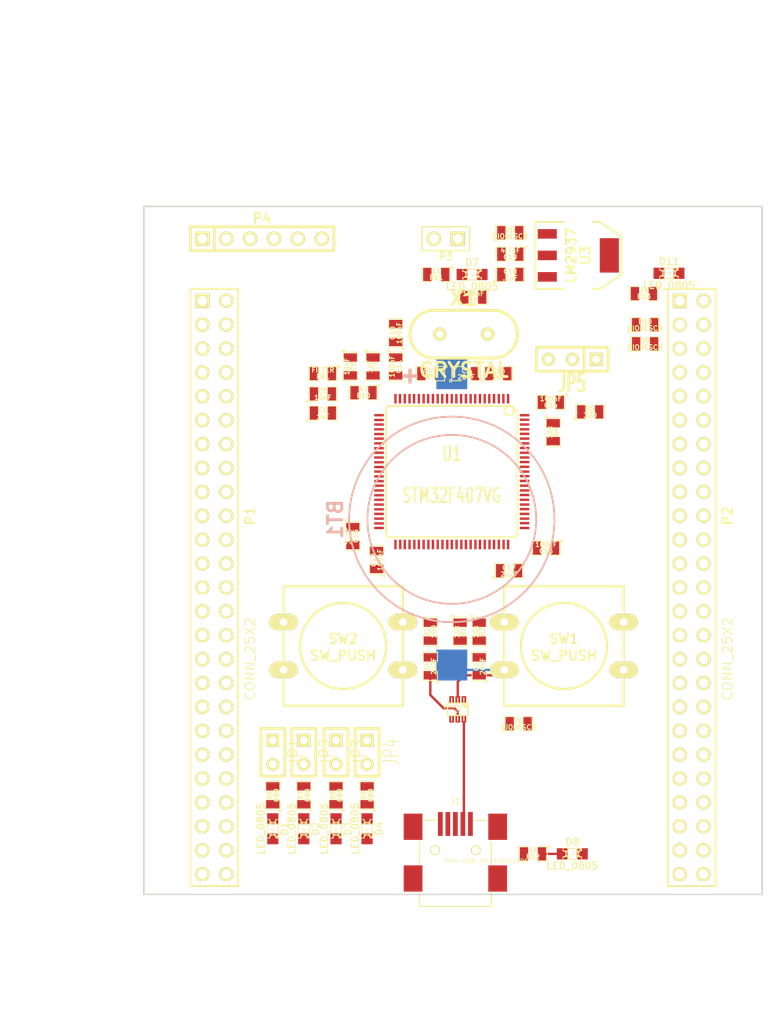
<source format=kicad_pcb>
(kicad_pcb (version 3) (host pcbnew "(2013-mar-13)-testing")

  (general
    (links 220)
    (no_connects 214)
    (area 85.141999 83.363999 151.078001 156.666001)
    (thickness 1.6)
    (drawings 11)
    (tracks 15)
    (zones 0)
    (modules 61)
    (nets 119)
  )

  (page A4)
  (title_block
    (date "01 Фев 2014")
    (comment 2 Art_Electro)
    (comment 3 Art_Electro)
    (comment 4 Art_Electro)
  )

  (layers
    (15 F.Cu signal)
    (0 B.Cu signal)
    (16 B.Adhes user)
    (17 F.Adhes user)
    (18 B.Paste user)
    (19 F.Paste user)
    (20 B.SilkS user)
    (21 F.SilkS user)
    (22 B.Mask user)
    (23 F.Mask user)
    (24 Dwgs.User user)
    (25 Cmts.User user)
    (26 Eco1.User user)
    (27 Eco2.User user)
    (28 Edge.Cuts user)
  )

  (setup
    (last_trace_width 0.254)
    (trace_clearance 0.2032)
    (zone_clearance 0.508)
    (zone_45_only no)
    (trace_min 6.4516)
    (segment_width 0.2)
    (edge_width 0.15)
    (via_size 0.889)
    (via_drill 0.635)
    (via_min_size 22.5806)
    (via_min_drill 0.508)
    (uvia_size 0.508)
    (uvia_drill 0.127)
    (uvias_allowed no)
    (uvia_min_size 12.9032)
    (uvia_min_drill 0.127)
    (pcb_text_width 0.3)
    (pcb_text_size 1 1)
    (mod_edge_width 0.15)
    (mod_text_size 1 1)
    (mod_text_width 0.15)
    (pad_size 1 1)
    (pad_drill 0.6)
    (pad_to_mask_clearance 0)
    (aux_axis_origin 0 0)
    (visible_elements 7FFFFFFF)
    (pcbplotparams
      (layerselection 3178497)
      (usegerberextensions true)
      (excludeedgelayer true)
      (linewidth 0.150000)
      (plotframeref false)
      (viasonmask false)
      (mode 1)
      (useauxorigin false)
      (hpglpennumber 1)
      (hpglpenspeed 20)
      (hpglpendiameter 15)
      (hpglpenoverlay 2)
      (psnegative false)
      (psa4output false)
      (plotreference true)
      (plotvalue true)
      (plotothertext true)
      (plotinvisibletext false)
      (padsonsilk false)
      (subtractmaskfromsilk false)
      (outputformat 1)
      (mirror false)
      (drillshape 1)
      (scaleselection 1)
      (outputdirectory ""))
  )

  (net 0 "")
  (net 1 /3V)
  (net 2 /5V)
  (net 3 /5Vi)
  (net 4 /BOOT0)
  (net 5 /NC)
  (net 6 /NRST)
  (net 7 /PA0)
  (net 8 /PA1)
  (net 9 /PA10)
  (net 10 /PA11)
  (net 11 /PA12)
  (net 12 /PA13)
  (net 13 /PA14)
  (net 14 /PA15)
  (net 15 /PA2)
  (net 16 /PA3)
  (net 17 /PA4)
  (net 18 /PA5)
  (net 19 /PA6)
  (net 20 /PA7)
  (net 21 /PA8)
  (net 22 /PA9)
  (net 23 /PB0)
  (net 24 /PB1)
  (net 25 /PB10)
  (net 26 /PB11)
  (net 27 /PB12)
  (net 28 /PB13)
  (net 29 /PB14)
  (net 30 /PB15)
  (net 31 /PB2)
  (net 32 /PB3)
  (net 33 /PB4)
  (net 34 /PB5)
  (net 35 /PB6)
  (net 36 /PB7)
  (net 37 /PB8)
  (net 38 /PB9)
  (net 39 /PC0)
  (net 40 /PC1)
  (net 41 /PC10)
  (net 42 /PC11)
  (net 43 /PC12)
  (net 44 /PC13)
  (net 45 /PC14)
  (net 46 /PC15)
  (net 47 /PC2)
  (net 48 /PC3)
  (net 49 /PC4)
  (net 50 /PC5)
  (net 51 /PC6)
  (net 52 /PC7)
  (net 53 /PC8)
  (net 54 /PC9)
  (net 55 /PD0)
  (net 56 /PD1)
  (net 57 /PD10)
  (net 58 /PD11)
  (net 59 /PD12)
  (net 60 /PD13)
  (net 61 /PD14)
  (net 62 /PD15)
  (net 63 /PD2)
  (net 64 /PD3)
  (net 65 /PD4)
  (net 66 /PD5)
  (net 67 /PD6)
  (net 68 /PD7)
  (net 69 /PD8)
  (net 70 /PD9)
  (net 71 /PE0)
  (net 72 /PE1)
  (net 73 /PE10)
  (net 74 /PE11)
  (net 75 /PE12)
  (net 76 /PE13)
  (net 77 /PE14)
  (net 78 /PE15)
  (net 79 /PE2)
  (net 80 /PE3)
  (net 81 /PE4)
  (net 82 /PE5)
  (net 83 /PE6)
  (net 84 /PE7)
  (net 85 /PE8)
  (net 86 /PE9)
  (net 87 /VDD)
  (net 88 GND)
  (net 89 N-000001)
  (net 90 N-00000117)
  (net 91 N-00000118)
  (net 92 N-00000119)
  (net 93 N-000003)
  (net 94 N-0000031)
  (net 95 N-0000032)
  (net 96 N-0000034)
  (net 97 N-0000035)
  (net 98 N-0000036)
  (net 99 N-0000037)
  (net 100 N-0000038)
  (net 101 N-0000039)
  (net 102 N-000004)
  (net 103 N-0000040)
  (net 104 N-0000041)
  (net 105 N-0000042)
  (net 106 N-0000043)
  (net 107 N-0000044)
  (net 108 N-0000045)
  (net 109 N-0000046)
  (net 110 N-0000047)
  (net 111 N-0000048)
  (net 112 N-0000053)
  (net 113 N-0000054)
  (net 114 N-0000056)
  (net 115 N-0000057)
  (net 116 N-0000058)
  (net 117 N-000007)
  (net 118 N-000009)

  (net_class Default "Это класс цепей по умолчанию."
    (clearance 0.2032)
    (trace_width 0.254)
    (via_dia 0.889)
    (via_drill 0.635)
    (uvia_dia 0.508)
    (uvia_drill 0.127)
    (add_net "")
    (add_net /3V)
    (add_net /5V)
    (add_net /5Vi)
    (add_net /BOOT0)
    (add_net /NC)
    (add_net /NRST)
    (add_net /PA0)
    (add_net /PA1)
    (add_net /PA10)
    (add_net /PA11)
    (add_net /PA12)
    (add_net /PA13)
    (add_net /PA14)
    (add_net /PA15)
    (add_net /PA2)
    (add_net /PA3)
    (add_net /PA4)
    (add_net /PA5)
    (add_net /PA6)
    (add_net /PA7)
    (add_net /PA8)
    (add_net /PA9)
    (add_net /PB0)
    (add_net /PB1)
    (add_net /PB10)
    (add_net /PB11)
    (add_net /PB12)
    (add_net /PB13)
    (add_net /PB14)
    (add_net /PB15)
    (add_net /PB2)
    (add_net /PB3)
    (add_net /PB4)
    (add_net /PB5)
    (add_net /PB6)
    (add_net /PB7)
    (add_net /PB8)
    (add_net /PB9)
    (add_net /PC0)
    (add_net /PC1)
    (add_net /PC10)
    (add_net /PC11)
    (add_net /PC12)
    (add_net /PC13)
    (add_net /PC14)
    (add_net /PC15)
    (add_net /PC2)
    (add_net /PC3)
    (add_net /PC4)
    (add_net /PC5)
    (add_net /PC6)
    (add_net /PC7)
    (add_net /PC8)
    (add_net /PC9)
    (add_net /PD0)
    (add_net /PD1)
    (add_net /PD10)
    (add_net /PD11)
    (add_net /PD12)
    (add_net /PD13)
    (add_net /PD14)
    (add_net /PD15)
    (add_net /PD2)
    (add_net /PD3)
    (add_net /PD4)
    (add_net /PD5)
    (add_net /PD6)
    (add_net /PD7)
    (add_net /PD8)
    (add_net /PD9)
    (add_net /PE0)
    (add_net /PE1)
    (add_net /PE10)
    (add_net /PE11)
    (add_net /PE12)
    (add_net /PE13)
    (add_net /PE14)
    (add_net /PE15)
    (add_net /PE2)
    (add_net /PE3)
    (add_net /PE4)
    (add_net /PE5)
    (add_net /PE6)
    (add_net /PE7)
    (add_net /PE8)
    (add_net /PE9)
    (add_net /VDD)
    (add_net GND)
    (add_net N-000001)
    (add_net N-00000117)
    (add_net N-00000118)
    (add_net N-00000119)
    (add_net N-000003)
    (add_net N-0000031)
    (add_net N-0000032)
    (add_net N-0000034)
    (add_net N-0000035)
    (add_net N-0000036)
    (add_net N-0000037)
    (add_net N-0000038)
    (add_net N-0000039)
    (add_net N-000004)
    (add_net N-0000040)
    (add_net N-0000041)
    (add_net N-0000042)
    (add_net N-0000043)
    (add_net N-0000044)
    (add_net N-0000045)
    (add_net N-0000046)
    (add_net N-0000047)
    (add_net N-0000048)
    (add_net N-0000053)
    (add_net N-0000054)
    (add_net N-0000056)
    (add_net N-0000057)
    (add_net N-0000058)
    (add_net N-000007)
    (add_net N-000009)
  )

  (module BATT_CR2032_MPD (layer B.Cu) (tedit 51C8CC80) (tstamp 52ED0A85)
    (at 117.983 116.713 90)
    (path /52CFBA3E)
    (fp_text reference BT1 (at 0 -12.4 90) (layer B.SilkS)
      (effects (font (thickness 0.3048)) (justify mirror))
    )
    (fp_text value BATTERY_CR2032 (at 0 12.2 90) (layer B.SilkS) hide
      (effects (font (thickness 0.3048)) (justify mirror))
    )
    (fp_line (start 15.24 -3.81) (end 15.24 -5.08) (layer B.SilkS) (width 0.381))
    (fp_line (start 14.605 -4.445) (end 15.875 -4.445) (layer B.SilkS) (width 0.381))
    (fp_circle (center 0 0) (end -1.27 8.89) (layer B.SilkS) (width 0.20066))
    (fp_circle (center 0 0) (end 6.35 -8.89) (layer B.SilkS) (width 0.20066))
    (pad 1 smd rect (at 15.485 0 90) (size 3.29 3.29)
      (layers B.Cu B.Paste B.Mask)
      (net 115 N-0000057)
    )
    (pad 2 smd rect (at -15.485 0 90) (size 3.29 3.29)
      (layers B.Cu B.Paste B.Mask)
      (net 88 GND)
    )
    (model lib/3d/MPD_CR2032.wrl
      (at (xyz 0 0 0))
      (scale (xyz 0.3937 0.3937 0.3937))
      (rotate (xyz 0 0 0))
    )
  )

  (module SM0805 (layer F.Cu) (tedit 5091495C) (tstamp 52ED0A92)
    (at 120.904 132.334 90)
    (path /52D13F78)
    (attr smd)
    (fp_text reference C1 (at 0 -0.3175 90) (layer F.SilkS)
      (effects (font (size 0.50038 0.50038) (thickness 0.10922)))
    )
    (fp_text value 20nF (at 0 0.381 90) (layer F.SilkS)
      (effects (font (size 0.50038 0.50038) (thickness 0.10922)))
    )
    (fp_circle (center -1.651 0.762) (end -1.651 0.635) (layer F.SilkS) (width 0.09906))
    (fp_line (start -0.508 0.762) (end -1.524 0.762) (layer F.SilkS) (width 0.09906))
    (fp_line (start -1.524 0.762) (end -1.524 -0.762) (layer F.SilkS) (width 0.09906))
    (fp_line (start -1.524 -0.762) (end -0.508 -0.762) (layer F.SilkS) (width 0.09906))
    (fp_line (start 0.508 -0.762) (end 1.524 -0.762) (layer F.SilkS) (width 0.09906))
    (fp_line (start 1.524 -0.762) (end 1.524 0.762) (layer F.SilkS) (width 0.09906))
    (fp_line (start 1.524 0.762) (end 0.508 0.762) (layer F.SilkS) (width 0.09906))
    (pad 1 smd rect (at -0.9525 0 90) (size 0.889 1.397)
      (layers F.Cu F.Paste F.Mask)
      (net 88 GND)
    )
    (pad 2 smd rect (at 0.9525 0 90) (size 0.889 1.397)
      (layers F.Cu F.Paste F.Mask)
      (net 6 /NRST)
    )
    (model smd/chip_cms.wrl
      (at (xyz 0 0 0))
      (scale (xyz 0.1 0.1 0.1))
      (rotate (xyz 0 0 0))
    )
  )

  (module SM0805 (layer F.Cu) (tedit 5091495C) (tstamp 52ED0A9F)
    (at 119.507 101.219)
    (path /52D13C3B)
    (attr smd)
    (fp_text reference C2 (at 0 -0.3175) (layer F.SilkS)
      (effects (font (size 0.50038 0.50038) (thickness 0.10922)))
    )
    (fp_text value 20nF (at 0 0.381) (layer F.SilkS)
      (effects (font (size 0.50038 0.50038) (thickness 0.10922)))
    )
    (fp_circle (center -1.651 0.762) (end -1.651 0.635) (layer F.SilkS) (width 0.09906))
    (fp_line (start -0.508 0.762) (end -1.524 0.762) (layer F.SilkS) (width 0.09906))
    (fp_line (start -1.524 0.762) (end -1.524 -0.762) (layer F.SilkS) (width 0.09906))
    (fp_line (start -1.524 -0.762) (end -0.508 -0.762) (layer F.SilkS) (width 0.09906))
    (fp_line (start 0.508 -0.762) (end 1.524 -0.762) (layer F.SilkS) (width 0.09906))
    (fp_line (start 1.524 -0.762) (end 1.524 0.762) (layer F.SilkS) (width 0.09906))
    (fp_line (start 1.524 0.762) (end 0.508 0.762) (layer F.SilkS) (width 0.09906))
    (pad 1 smd rect (at -0.9525 0) (size 0.889 1.397)
      (layers F.Cu F.Paste F.Mask)
      (net 103 N-0000040)
    )
    (pad 2 smd rect (at 0.9525 0) (size 0.889 1.397)
      (layers F.Cu F.Paste F.Mask)
      (net 88 GND)
    )
    (model smd/chip_cms.wrl
      (at (xyz 0 0 0))
      (scale (xyz 0.1 0.1 0.1))
      (rotate (xyz 0 0 0))
    )
  )

  (module SM0805 (layer F.Cu) (tedit 5091495C) (tstamp 52ED0AAC)
    (at 115.697 101.219 180)
    (path /52D13C4D)
    (attr smd)
    (fp_text reference C3 (at 0 -0.3175 180) (layer F.SilkS)
      (effects (font (size 0.50038 0.50038) (thickness 0.10922)))
    )
    (fp_text value 20nF (at 0 0.381 180) (layer F.SilkS)
      (effects (font (size 0.50038 0.50038) (thickness 0.10922)))
    )
    (fp_circle (center -1.651 0.762) (end -1.651 0.635) (layer F.SilkS) (width 0.09906))
    (fp_line (start -0.508 0.762) (end -1.524 0.762) (layer F.SilkS) (width 0.09906))
    (fp_line (start -1.524 0.762) (end -1.524 -0.762) (layer F.SilkS) (width 0.09906))
    (fp_line (start -1.524 -0.762) (end -0.508 -0.762) (layer F.SilkS) (width 0.09906))
    (fp_line (start 0.508 -0.762) (end 1.524 -0.762) (layer F.SilkS) (width 0.09906))
    (fp_line (start 1.524 -0.762) (end 1.524 0.762) (layer F.SilkS) (width 0.09906))
    (fp_line (start 1.524 0.762) (end 0.508 0.762) (layer F.SilkS) (width 0.09906))
    (pad 1 smd rect (at -0.9525 0 180) (size 0.889 1.397)
      (layers F.Cu F.Paste F.Mask)
      (net 101 N-0000039)
    )
    (pad 2 smd rect (at 0.9525 0 180) (size 0.889 1.397)
      (layers F.Cu F.Paste F.Mask)
      (net 88 GND)
    )
    (model smd/chip_cms.wrl
      (at (xyz 0 0 0))
      (scale (xyz 0.1 0.1 0.1))
      (rotate (xyz 0 0 0))
    )
  )

  (module SM0805 (layer F.Cu) (tedit 5091495C) (tstamp 52ED0AB9)
    (at 115.697 132.334 90)
    (path /52D1477B)
    (attr smd)
    (fp_text reference C4 (at 0 -0.3175 90) (layer F.SilkS)
      (effects (font (size 0.50038 0.50038) (thickness 0.10922)))
    )
    (fp_text value 2u2F (at 0 0.381 90) (layer F.SilkS)
      (effects (font (size 0.50038 0.50038) (thickness 0.10922)))
    )
    (fp_circle (center -1.651 0.762) (end -1.651 0.635) (layer F.SilkS) (width 0.09906))
    (fp_line (start -0.508 0.762) (end -1.524 0.762) (layer F.SilkS) (width 0.09906))
    (fp_line (start -1.524 0.762) (end -1.524 -0.762) (layer F.SilkS) (width 0.09906))
    (fp_line (start -1.524 -0.762) (end -0.508 -0.762) (layer F.SilkS) (width 0.09906))
    (fp_line (start 0.508 -0.762) (end 1.524 -0.762) (layer F.SilkS) (width 0.09906))
    (fp_line (start 1.524 -0.762) (end 1.524 0.762) (layer F.SilkS) (width 0.09906))
    (fp_line (start 1.524 0.762) (end 0.508 0.762) (layer F.SilkS) (width 0.09906))
    (pad 1 smd rect (at -0.9525 0 90) (size 0.889 1.397)
      (layers F.Cu F.Paste F.Mask)
      (net 87 /VDD)
    )
    (pad 2 smd rect (at 0.9525 0 90) (size 0.889 1.397)
      (layers F.Cu F.Paste F.Mask)
      (net 94 N-0000031)
    )
    (model smd/chip_cms.wrl
      (at (xyz 0 0 0))
      (scale (xyz 0.1 0.1 0.1))
      (rotate (xyz 0 0 0))
    )
  )

  (module SM0805 (layer F.Cu) (tedit 5091495C) (tstamp 52ED0AC6)
    (at 104.267 103.378)
    (path /52D13B2B)
    (attr smd)
    (fp_text reference C5 (at 0 -0.3175) (layer F.SilkS)
      (effects (font (size 0.50038 0.50038) (thickness 0.10922)))
    )
    (fp_text value 10nF (at 0 0.381) (layer F.SilkS)
      (effects (font (size 0.50038 0.50038) (thickness 0.10922)))
    )
    (fp_circle (center -1.651 0.762) (end -1.651 0.635) (layer F.SilkS) (width 0.09906))
    (fp_line (start -0.508 0.762) (end -1.524 0.762) (layer F.SilkS) (width 0.09906))
    (fp_line (start -1.524 0.762) (end -1.524 -0.762) (layer F.SilkS) (width 0.09906))
    (fp_line (start -1.524 -0.762) (end -0.508 -0.762) (layer F.SilkS) (width 0.09906))
    (fp_line (start 0.508 -0.762) (end 1.524 -0.762) (layer F.SilkS) (width 0.09906))
    (fp_line (start 1.524 -0.762) (end 1.524 0.762) (layer F.SilkS) (width 0.09906))
    (fp_line (start 1.524 0.762) (end 0.508 0.762) (layer F.SilkS) (width 0.09906))
    (pad 1 smd rect (at -0.9525 0) (size 0.889 1.397)
      (layers F.Cu F.Paste F.Mask)
      (net 88 GND)
    )
    (pad 2 smd rect (at 0.9525 0) (size 0.889 1.397)
      (layers F.Cu F.Paste F.Mask)
      (net 105 N-0000042)
    )
    (model smd/chip_cms.wrl
      (at (xyz 0 0 0))
      (scale (xyz 0.1 0.1 0.1))
      (rotate (xyz 0 0 0))
    )
  )

  (module SM0805 (layer F.Cu) (tedit 5091495C) (tstamp 52ED0AD3)
    (at 104.267 105.41)
    (path /52D13B14)
    (attr smd)
    (fp_text reference C6 (at 0 -0.3175) (layer F.SilkS)
      (effects (font (size 0.50038 0.50038) (thickness 0.10922)))
    )
    (fp_text value 1uF (at 0 0.381) (layer F.SilkS)
      (effects (font (size 0.50038 0.50038) (thickness 0.10922)))
    )
    (fp_circle (center -1.651 0.762) (end -1.651 0.635) (layer F.SilkS) (width 0.09906))
    (fp_line (start -0.508 0.762) (end -1.524 0.762) (layer F.SilkS) (width 0.09906))
    (fp_line (start -1.524 0.762) (end -1.524 -0.762) (layer F.SilkS) (width 0.09906))
    (fp_line (start -1.524 -0.762) (end -0.508 -0.762) (layer F.SilkS) (width 0.09906))
    (fp_line (start 0.508 -0.762) (end 1.524 -0.762) (layer F.SilkS) (width 0.09906))
    (fp_line (start 1.524 -0.762) (end 1.524 0.762) (layer F.SilkS) (width 0.09906))
    (fp_line (start 1.524 0.762) (end 0.508 0.762) (layer F.SilkS) (width 0.09906))
    (pad 1 smd rect (at -0.9525 0) (size 0.889 1.397)
      (layers F.Cu F.Paste F.Mask)
      (net 88 GND)
    )
    (pad 2 smd rect (at 0.9525 0) (size 0.889 1.397)
      (layers F.Cu F.Paste F.Mask)
      (net 105 N-0000042)
    )
    (model smd/chip_cms.wrl
      (at (xyz 0 0 0))
      (scale (xyz 0.1 0.1 0.1))
      (rotate (xyz 0 0 0))
    )
  )

  (module SM0805 (layer F.Cu) (tedit 5091495C) (tstamp 52ED0AE0)
    (at 109.601 100.457 270)
    (path /52D13B1A)
    (attr smd)
    (fp_text reference C7 (at 0 -0.3175 270) (layer F.SilkS)
      (effects (font (size 0.50038 0.50038) (thickness 0.10922)))
    )
    (fp_text value 1uF (at 0 0.381 270) (layer F.SilkS)
      (effects (font (size 0.50038 0.50038) (thickness 0.10922)))
    )
    (fp_circle (center -1.651 0.762) (end -1.651 0.635) (layer F.SilkS) (width 0.09906))
    (fp_line (start -0.508 0.762) (end -1.524 0.762) (layer F.SilkS) (width 0.09906))
    (fp_line (start -1.524 0.762) (end -1.524 -0.762) (layer F.SilkS) (width 0.09906))
    (fp_line (start -1.524 -0.762) (end -0.508 -0.762) (layer F.SilkS) (width 0.09906))
    (fp_line (start 0.508 -0.762) (end 1.524 -0.762) (layer F.SilkS) (width 0.09906))
    (fp_line (start 1.524 -0.762) (end 1.524 0.762) (layer F.SilkS) (width 0.09906))
    (fp_line (start 1.524 0.762) (end 0.508 0.762) (layer F.SilkS) (width 0.09906))
    (pad 1 smd rect (at -0.9525 0 270) (size 0.889 1.397)
      (layers F.Cu F.Paste F.Mask)
      (net 88 GND)
    )
    (pad 2 smd rect (at 0.9525 0 270) (size 0.889 1.397)
      (layers F.Cu F.Paste F.Mask)
      (net 104 N-0000041)
    )
    (model smd/chip_cms.wrl
      (at (xyz 0 0 0))
      (scale (xyz 0.1 0.1 0.1))
      (rotate (xyz 0 0 0))
    )
  )

  (module SM0805 (layer F.Cu) (tedit 5091495C) (tstamp 52ED0AED)
    (at 107.188 100.457 270)
    (path /52D13B20)
    (attr smd)
    (fp_text reference C8 (at 0 -0.3175 270) (layer F.SilkS)
      (effects (font (size 0.50038 0.50038) (thickness 0.10922)))
    )
    (fp_text value 10nF (at 0 0.381 270) (layer F.SilkS)
      (effects (font (size 0.50038 0.50038) (thickness 0.10922)))
    )
    (fp_circle (center -1.651 0.762) (end -1.651 0.635) (layer F.SilkS) (width 0.09906))
    (fp_line (start -0.508 0.762) (end -1.524 0.762) (layer F.SilkS) (width 0.09906))
    (fp_line (start -1.524 0.762) (end -1.524 -0.762) (layer F.SilkS) (width 0.09906))
    (fp_line (start -1.524 -0.762) (end -0.508 -0.762) (layer F.SilkS) (width 0.09906))
    (fp_line (start 0.508 -0.762) (end 1.524 -0.762) (layer F.SilkS) (width 0.09906))
    (fp_line (start 1.524 -0.762) (end 1.524 0.762) (layer F.SilkS) (width 0.09906))
    (fp_line (start 1.524 0.762) (end 0.508 0.762) (layer F.SilkS) (width 0.09906))
    (pad 1 smd rect (at -0.9525 0 270) (size 0.889 1.397)
      (layers F.Cu F.Paste F.Mask)
      (net 88 GND)
    )
    (pad 2 smd rect (at 0.9525 0 270) (size 0.889 1.397)
      (layers F.Cu F.Paste F.Mask)
      (net 92 N-00000119)
    )
    (model smd/chip_cms.wrl
      (at (xyz 0 0 0))
      (scale (xyz 0.1 0.1 0.1))
      (rotate (xyz 0 0 0))
    )
  )

  (module SM0805 (layer F.Cu) (tedit 5091495C) (tstamp 52ED0AFA)
    (at 120.269 93.091 180)
    (path /52D18908)
    (attr smd)
    (fp_text reference C9 (at 0 -0.3175 180) (layer F.SilkS)
      (effects (font (size 0.50038 0.50038) (thickness 0.10922)))
    )
    (fp_text value 100nF (at 0 0.381 180) (layer F.SilkS)
      (effects (font (size 0.50038 0.50038) (thickness 0.10922)))
    )
    (fp_circle (center -1.651 0.762) (end -1.651 0.635) (layer F.SilkS) (width 0.09906))
    (fp_line (start -0.508 0.762) (end -1.524 0.762) (layer F.SilkS) (width 0.09906))
    (fp_line (start -1.524 0.762) (end -1.524 -0.762) (layer F.SilkS) (width 0.09906))
    (fp_line (start -1.524 -0.762) (end -0.508 -0.762) (layer F.SilkS) (width 0.09906))
    (fp_line (start 0.508 -0.762) (end 1.524 -0.762) (layer F.SilkS) (width 0.09906))
    (fp_line (start 1.524 -0.762) (end 1.524 0.762) (layer F.SilkS) (width 0.09906))
    (fp_line (start 1.524 0.762) (end 0.508 0.762) (layer F.SilkS) (width 0.09906))
    (pad 1 smd rect (at -0.9525 0 180) (size 0.889 1.397)
      (layers F.Cu F.Paste F.Mask)
      (net 88 GND)
    )
    (pad 2 smd rect (at 0.9525 0 180) (size 0.889 1.397)
      (layers F.Cu F.Paste F.Mask)
      (net 87 /VDD)
    )
    (model smd/chip_cms.wrl
      (at (xyz 0 0 0))
      (scale (xyz 0.1 0.1 0.1))
      (rotate (xyz 0 0 0))
    )
  )

  (module SM0805 (layer F.Cu) (tedit 5091495C) (tstamp 52ED0B07)
    (at 112.014 96.901 90)
    (path /52D18902)
    (attr smd)
    (fp_text reference C10 (at 0 -0.3175 90) (layer F.SilkS)
      (effects (font (size 0.50038 0.50038) (thickness 0.10922)))
    )
    (fp_text value 100nF (at 0 0.381 90) (layer F.SilkS)
      (effects (font (size 0.50038 0.50038) (thickness 0.10922)))
    )
    (fp_circle (center -1.651 0.762) (end -1.651 0.635) (layer F.SilkS) (width 0.09906))
    (fp_line (start -0.508 0.762) (end -1.524 0.762) (layer F.SilkS) (width 0.09906))
    (fp_line (start -1.524 0.762) (end -1.524 -0.762) (layer F.SilkS) (width 0.09906))
    (fp_line (start -1.524 -0.762) (end -0.508 -0.762) (layer F.SilkS) (width 0.09906))
    (fp_line (start 0.508 -0.762) (end 1.524 -0.762) (layer F.SilkS) (width 0.09906))
    (fp_line (start 1.524 -0.762) (end 1.524 0.762) (layer F.SilkS) (width 0.09906))
    (fp_line (start 1.524 0.762) (end 0.508 0.762) (layer F.SilkS) (width 0.09906))
    (pad 1 smd rect (at -0.9525 0 90) (size 0.889 1.397)
      (layers F.Cu F.Paste F.Mask)
      (net 88 GND)
    )
    (pad 2 smd rect (at 0.9525 0 90) (size 0.889 1.397)
      (layers F.Cu F.Paste F.Mask)
      (net 87 /VDD)
    )
    (model smd/chip_cms.wrl
      (at (xyz 0 0 0))
      (scale (xyz 0.1 0.1 0.1))
      (rotate (xyz 0 0 0))
    )
  )

  (module SM0805 (layer F.Cu) (tedit 5091495C) (tstamp 52ED0B14)
    (at 112.014 100.457 270)
    (path /52D188FC)
    (attr smd)
    (fp_text reference C11 (at 0 -0.3175 270) (layer F.SilkS)
      (effects (font (size 0.50038 0.50038) (thickness 0.10922)))
    )
    (fp_text value 100nF (at 0 0.381 270) (layer F.SilkS)
      (effects (font (size 0.50038 0.50038) (thickness 0.10922)))
    )
    (fp_circle (center -1.651 0.762) (end -1.651 0.635) (layer F.SilkS) (width 0.09906))
    (fp_line (start -0.508 0.762) (end -1.524 0.762) (layer F.SilkS) (width 0.09906))
    (fp_line (start -1.524 0.762) (end -1.524 -0.762) (layer F.SilkS) (width 0.09906))
    (fp_line (start -1.524 -0.762) (end -0.508 -0.762) (layer F.SilkS) (width 0.09906))
    (fp_line (start 0.508 -0.762) (end 1.524 -0.762) (layer F.SilkS) (width 0.09906))
    (fp_line (start 1.524 -0.762) (end 1.524 0.762) (layer F.SilkS) (width 0.09906))
    (fp_line (start 1.524 0.762) (end 0.508 0.762) (layer F.SilkS) (width 0.09906))
    (pad 1 smd rect (at -0.9525 0 270) (size 0.889 1.397)
      (layers F.Cu F.Paste F.Mask)
      (net 88 GND)
    )
    (pad 2 smd rect (at 0.9525 0 270) (size 0.889 1.397)
      (layers F.Cu F.Paste F.Mask)
      (net 87 /VDD)
    )
    (model smd/chip_cms.wrl
      (at (xyz 0 0 0))
      (scale (xyz 0.1 0.1 0.1))
      (rotate (xyz 0 0 0))
    )
  )

  (module SM0805 (layer F.Cu) (tedit 5091495C) (tstamp 52ED0B21)
    (at 109.982 121.031 90)
    (path /52D188F6)
    (attr smd)
    (fp_text reference C12 (at 0 -0.3175 90) (layer F.SilkS)
      (effects (font (size 0.50038 0.50038) (thickness 0.10922)))
    )
    (fp_text value 100nF (at 0 0.381 90) (layer F.SilkS)
      (effects (font (size 0.50038 0.50038) (thickness 0.10922)))
    )
    (fp_circle (center -1.651 0.762) (end -1.651 0.635) (layer F.SilkS) (width 0.09906))
    (fp_line (start -0.508 0.762) (end -1.524 0.762) (layer F.SilkS) (width 0.09906))
    (fp_line (start -1.524 0.762) (end -1.524 -0.762) (layer F.SilkS) (width 0.09906))
    (fp_line (start -1.524 -0.762) (end -0.508 -0.762) (layer F.SilkS) (width 0.09906))
    (fp_line (start 0.508 -0.762) (end 1.524 -0.762) (layer F.SilkS) (width 0.09906))
    (fp_line (start 1.524 -0.762) (end 1.524 0.762) (layer F.SilkS) (width 0.09906))
    (fp_line (start 1.524 0.762) (end 0.508 0.762) (layer F.SilkS) (width 0.09906))
    (pad 1 smd rect (at -0.9525 0 90) (size 0.889 1.397)
      (layers F.Cu F.Paste F.Mask)
      (net 88 GND)
    )
    (pad 2 smd rect (at 0.9525 0 90) (size 0.889 1.397)
      (layers F.Cu F.Paste F.Mask)
      (net 87 /VDD)
    )
    (model smd/chip_cms.wrl
      (at (xyz 0 0 0))
      (scale (xyz 0.1 0.1 0.1))
      (rotate (xyz 0 0 0))
    )
  )

  (module SM0805 (layer F.Cu) (tedit 5091495C) (tstamp 52ED0B2E)
    (at 128.016 119.761 180)
    (path /52D188F0)
    (attr smd)
    (fp_text reference C13 (at 0 -0.3175 180) (layer F.SilkS)
      (effects (font (size 0.50038 0.50038) (thickness 0.10922)))
    )
    (fp_text value 100nF (at 0 0.381 180) (layer F.SilkS)
      (effects (font (size 0.50038 0.50038) (thickness 0.10922)))
    )
    (fp_circle (center -1.651 0.762) (end -1.651 0.635) (layer F.SilkS) (width 0.09906))
    (fp_line (start -0.508 0.762) (end -1.524 0.762) (layer F.SilkS) (width 0.09906))
    (fp_line (start -1.524 0.762) (end -1.524 -0.762) (layer F.SilkS) (width 0.09906))
    (fp_line (start -1.524 -0.762) (end -0.508 -0.762) (layer F.SilkS) (width 0.09906))
    (fp_line (start 0.508 -0.762) (end 1.524 -0.762) (layer F.SilkS) (width 0.09906))
    (fp_line (start 1.524 -0.762) (end 1.524 0.762) (layer F.SilkS) (width 0.09906))
    (fp_line (start 1.524 0.762) (end 0.508 0.762) (layer F.SilkS) (width 0.09906))
    (pad 1 smd rect (at -0.9525 0 180) (size 0.889 1.397)
      (layers F.Cu F.Paste F.Mask)
      (net 88 GND)
    )
    (pad 2 smd rect (at 0.9525 0 180) (size 0.889 1.397)
      (layers F.Cu F.Paste F.Mask)
      (net 87 /VDD)
    )
    (model smd/chip_cms.wrl
      (at (xyz 0 0 0))
      (scale (xyz 0.1 0.1 0.1))
      (rotate (xyz 0 0 0))
    )
  )

  (module SM0805 (layer F.Cu) (tedit 5091495C) (tstamp 52ED0B3B)
    (at 128.524 104.267 180)
    (path /52D186F5)
    (attr smd)
    (fp_text reference C14 (at 0 -0.3175 180) (layer F.SilkS)
      (effects (font (size 0.50038 0.50038) (thickness 0.10922)))
    )
    (fp_text value 100nF (at 0 0.381 180) (layer F.SilkS)
      (effects (font (size 0.50038 0.50038) (thickness 0.10922)))
    )
    (fp_circle (center -1.651 0.762) (end -1.651 0.635) (layer F.SilkS) (width 0.09906))
    (fp_line (start -0.508 0.762) (end -1.524 0.762) (layer F.SilkS) (width 0.09906))
    (fp_line (start -1.524 0.762) (end -1.524 -0.762) (layer F.SilkS) (width 0.09906))
    (fp_line (start -1.524 -0.762) (end -0.508 -0.762) (layer F.SilkS) (width 0.09906))
    (fp_line (start 0.508 -0.762) (end 1.524 -0.762) (layer F.SilkS) (width 0.09906))
    (fp_line (start 1.524 -0.762) (end 1.524 0.762) (layer F.SilkS) (width 0.09906))
    (fp_line (start 1.524 0.762) (end 0.508 0.762) (layer F.SilkS) (width 0.09906))
    (pad 1 smd rect (at -0.9525 0 180) (size 0.889 1.397)
      (layers F.Cu F.Paste F.Mask)
      (net 88 GND)
    )
    (pad 2 smd rect (at 0.9525 0 180) (size 0.889 1.397)
      (layers F.Cu F.Paste F.Mask)
      (net 87 /VDD)
    )
    (model smd/chip_cms.wrl
      (at (xyz 0 0 0))
      (scale (xyz 0.1 0.1 0.1))
      (rotate (xyz 0 0 0))
    )
  )

  (module SM0805 (layer F.Cu) (tedit 5091495C) (tstamp 52ED0B48)
    (at 107.442 118.491 270)
    (path /52D139A3)
    (attr smd)
    (fp_text reference C15 (at 0 -0.3175 270) (layer F.SilkS)
      (effects (font (size 0.50038 0.50038) (thickness 0.10922)))
    )
    (fp_text value 2u2F (at 0 0.381 270) (layer F.SilkS)
      (effects (font (size 0.50038 0.50038) (thickness 0.10922)))
    )
    (fp_circle (center -1.651 0.762) (end -1.651 0.635) (layer F.SilkS) (width 0.09906))
    (fp_line (start -0.508 0.762) (end -1.524 0.762) (layer F.SilkS) (width 0.09906))
    (fp_line (start -1.524 0.762) (end -1.524 -0.762) (layer F.SilkS) (width 0.09906))
    (fp_line (start -1.524 -0.762) (end -0.508 -0.762) (layer F.SilkS) (width 0.09906))
    (fp_line (start 0.508 -0.762) (end 1.524 -0.762) (layer F.SilkS) (width 0.09906))
    (fp_line (start 1.524 -0.762) (end 1.524 0.762) (layer F.SilkS) (width 0.09906))
    (fp_line (start 1.524 0.762) (end 0.508 0.762) (layer F.SilkS) (width 0.09906))
    (pad 1 smd rect (at -0.9525 0 270) (size 0.889 1.397)
      (layers F.Cu F.Paste F.Mask)
      (net 91 N-00000118)
    )
    (pad 2 smd rect (at 0.9525 0 270) (size 0.889 1.397)
      (layers F.Cu F.Paste F.Mask)
      (net 88 GND)
    )
    (model smd/chip_cms.wrl
      (at (xyz 0 0 0))
      (scale (xyz 0.1 0.1 0.1))
      (rotate (xyz 0 0 0))
    )
  )

  (module SM0805 (layer F.Cu) (tedit 5091495C) (tstamp 52ED0B55)
    (at 122.936 101.219)
    (path /52CFAD58)
    (attr smd)
    (fp_text reference C16 (at 0 -0.3175) (layer F.SilkS)
      (effects (font (size 0.50038 0.50038) (thickness 0.10922)))
    )
    (fp_text value 1uF (at 0 0.381) (layer F.SilkS)
      (effects (font (size 0.50038 0.50038) (thickness 0.10922)))
    )
    (fp_circle (center -1.651 0.762) (end -1.651 0.635) (layer F.SilkS) (width 0.09906))
    (fp_line (start -0.508 0.762) (end -1.524 0.762) (layer F.SilkS) (width 0.09906))
    (fp_line (start -1.524 0.762) (end -1.524 -0.762) (layer F.SilkS) (width 0.09906))
    (fp_line (start -1.524 -0.762) (end -0.508 -0.762) (layer F.SilkS) (width 0.09906))
    (fp_line (start 0.508 -0.762) (end 1.524 -0.762) (layer F.SilkS) (width 0.09906))
    (fp_line (start 1.524 -0.762) (end 1.524 0.762) (layer F.SilkS) (width 0.09906))
    (fp_line (start 1.524 0.762) (end 0.508 0.762) (layer F.SilkS) (width 0.09906))
    (pad 1 smd rect (at -0.9525 0) (size 0.889 1.397)
      (layers F.Cu F.Paste F.Mask)
      (net 88 GND)
    )
    (pad 2 smd rect (at 0.9525 0) (size 0.889 1.397)
      (layers F.Cu F.Paste F.Mask)
      (net 87 /VDD)
    )
    (model smd/chip_cms.wrl
      (at (xyz 0 0 0))
      (scale (xyz 0.1 0.1 0.1))
      (rotate (xyz 0 0 0))
    )
  )

  (module SM0805 (layer F.Cu) (tedit 5091495C) (tstamp 52ED0B62)
    (at 124.079 122.174)
    (path /52D139AE)
    (attr smd)
    (fp_text reference C17 (at 0 -0.3175) (layer F.SilkS)
      (effects (font (size 0.50038 0.50038) (thickness 0.10922)))
    )
    (fp_text value 2u2F (at 0 0.381) (layer F.SilkS)
      (effects (font (size 0.50038 0.50038) (thickness 0.10922)))
    )
    (fp_circle (center -1.651 0.762) (end -1.651 0.635) (layer F.SilkS) (width 0.09906))
    (fp_line (start -0.508 0.762) (end -1.524 0.762) (layer F.SilkS) (width 0.09906))
    (fp_line (start -1.524 0.762) (end -1.524 -0.762) (layer F.SilkS) (width 0.09906))
    (fp_line (start -1.524 -0.762) (end -0.508 -0.762) (layer F.SilkS) (width 0.09906))
    (fp_line (start 0.508 -0.762) (end 1.524 -0.762) (layer F.SilkS) (width 0.09906))
    (fp_line (start 1.524 -0.762) (end 1.524 0.762) (layer F.SilkS) (width 0.09906))
    (fp_line (start 1.524 0.762) (end 0.508 0.762) (layer F.SilkS) (width 0.09906))
    (pad 1 smd rect (at -0.9525 0) (size 0.889 1.397)
      (layers F.Cu F.Paste F.Mask)
      (net 90 N-00000117)
    )
    (pad 2 smd rect (at 0.9525 0) (size 0.889 1.397)
      (layers F.Cu F.Paste F.Mask)
      (net 88 GND)
    )
    (model smd/chip_cms.wrl
      (at (xyz 0 0 0))
      (scale (xyz 0.1 0.1 0.1))
      (rotate (xyz 0 0 0))
    )
  )

  (module SM0805 (layer F.Cu) (tedit 5091495C) (tstamp 52ED0B6F)
    (at 124.206 90.678)
    (path /52CFAC14)
    (attr smd)
    (fp_text reference C18 (at 0 -0.3175) (layer F.SilkS)
      (effects (font (size 0.50038 0.50038) (thickness 0.10922)))
    )
    (fp_text value .1uF (at 0 0.381) (layer F.SilkS)
      (effects (font (size 0.50038 0.50038) (thickness 0.10922)))
    )
    (fp_circle (center -1.651 0.762) (end -1.651 0.635) (layer F.SilkS) (width 0.09906))
    (fp_line (start -0.508 0.762) (end -1.524 0.762) (layer F.SilkS) (width 0.09906))
    (fp_line (start -1.524 0.762) (end -1.524 -0.762) (layer F.SilkS) (width 0.09906))
    (fp_line (start -1.524 -0.762) (end -0.508 -0.762) (layer F.SilkS) (width 0.09906))
    (fp_line (start 0.508 -0.762) (end 1.524 -0.762) (layer F.SilkS) (width 0.09906))
    (fp_line (start 1.524 -0.762) (end 1.524 0.762) (layer F.SilkS) (width 0.09906))
    (fp_line (start 1.524 0.762) (end 0.508 0.762) (layer F.SilkS) (width 0.09906))
    (pad 1 smd rect (at -0.9525 0) (size 0.889 1.397)
      (layers F.Cu F.Paste F.Mask)
      (net 88 GND)
    )
    (pad 2 smd rect (at 0.9525 0) (size 0.889 1.397)
      (layers F.Cu F.Paste F.Mask)
      (net 3 /5Vi)
    )
    (model smd/chip_cms.wrl
      (at (xyz 0 0 0))
      (scale (xyz 0.1 0.1 0.1))
      (rotate (xyz 0 0 0))
    )
  )

  (module SM0805 (layer F.Cu) (tedit 5091495C) (tstamp 52ED0B7C)
    (at 124.206 88.519 180)
    (path /52CFAC13)
    (attr smd)
    (fp_text reference C19 (at 0 -0.3175 180) (layer F.SilkS)
      (effects (font (size 0.50038 0.50038) (thickness 0.10922)))
    )
    (fp_text value 4.7uF (at 0 0.381 180) (layer F.SilkS)
      (effects (font (size 0.50038 0.50038) (thickness 0.10922)))
    )
    (fp_circle (center -1.651 0.762) (end -1.651 0.635) (layer F.SilkS) (width 0.09906))
    (fp_line (start -0.508 0.762) (end -1.524 0.762) (layer F.SilkS) (width 0.09906))
    (fp_line (start -1.524 0.762) (end -1.524 -0.762) (layer F.SilkS) (width 0.09906))
    (fp_line (start -1.524 -0.762) (end -0.508 -0.762) (layer F.SilkS) (width 0.09906))
    (fp_line (start 0.508 -0.762) (end 1.524 -0.762) (layer F.SilkS) (width 0.09906))
    (fp_line (start 1.524 -0.762) (end 1.524 0.762) (layer F.SilkS) (width 0.09906))
    (fp_line (start 1.524 0.762) (end 0.508 0.762) (layer F.SilkS) (width 0.09906))
    (pad 1 smd rect (at -0.9525 0 180) (size 0.889 1.397)
      (layers F.Cu F.Paste F.Mask)
      (net 3 /5Vi)
    )
    (pad 2 smd rect (at 0.9525 0 180) (size 0.889 1.397)
      (layers F.Cu F.Paste F.Mask)
      (net 88 GND)
    )
    (model smd/chip_cms.wrl
      (at (xyz 0 0 0))
      (scale (xyz 0.1 0.1 0.1))
      (rotate (xyz 0 0 0))
    )
  )

  (module LED-0805_A (layer F.Cu) (tedit 49DC4C0B) (tstamp 52ED0BB7)
    (at 98.933 149.606 270)
    (descr "LED 0805 smd")
    (tags "LED 0805 SMD")
    (path /52DFCEA3)
    (attr smd)
    (fp_text reference D1 (at 0 -1.27 270) (layer F.SilkS)
      (effects (font (size 0.762 0.762) (thickness 0.127)))
    )
    (fp_text value LED_0805 (at 0 1.27 270) (layer F.SilkS)
      (effects (font (size 0.762 0.762) (thickness 0.127)))
    )
    (fp_line (start 0.49784 0.29972) (end 0.49784 0.62484) (layer F.SilkS) (width 0.06604))
    (fp_line (start 0.49784 0.62484) (end 0.99822 0.62484) (layer F.SilkS) (width 0.06604))
    (fp_line (start 0.99822 0.29972) (end 0.99822 0.62484) (layer F.SilkS) (width 0.06604))
    (fp_line (start 0.49784 0.29972) (end 0.99822 0.29972) (layer F.SilkS) (width 0.06604))
    (fp_line (start 0.49784 -0.32258) (end 0.49784 -0.17272) (layer F.SilkS) (width 0.06604))
    (fp_line (start 0.49784 -0.17272) (end 0.7493 -0.17272) (layer F.SilkS) (width 0.06604))
    (fp_line (start 0.7493 -0.32258) (end 0.7493 -0.17272) (layer F.SilkS) (width 0.06604))
    (fp_line (start 0.49784 -0.32258) (end 0.7493 -0.32258) (layer F.SilkS) (width 0.06604))
    (fp_line (start 0.49784 0.17272) (end 0.49784 0.32258) (layer F.SilkS) (width 0.06604))
    (fp_line (start 0.49784 0.32258) (end 0.7493 0.32258) (layer F.SilkS) (width 0.06604))
    (fp_line (start 0.7493 0.17272) (end 0.7493 0.32258) (layer F.SilkS) (width 0.06604))
    (fp_line (start 0.49784 0.17272) (end 0.7493 0.17272) (layer F.SilkS) (width 0.06604))
    (fp_line (start 0.49784 -0.19812) (end 0.49784 0.19812) (layer F.SilkS) (width 0.06604))
    (fp_line (start 0.49784 0.19812) (end 0.6731 0.19812) (layer F.SilkS) (width 0.06604))
    (fp_line (start 0.6731 -0.19812) (end 0.6731 0.19812) (layer F.SilkS) (width 0.06604))
    (fp_line (start 0.49784 -0.19812) (end 0.6731 -0.19812) (layer F.SilkS) (width 0.06604))
    (fp_line (start -0.99822 0.29972) (end -0.99822 0.62484) (layer F.SilkS) (width 0.06604))
    (fp_line (start -0.99822 0.62484) (end -0.49784 0.62484) (layer F.SilkS) (width 0.06604))
    (fp_line (start -0.49784 0.29972) (end -0.49784 0.62484) (layer F.SilkS) (width 0.06604))
    (fp_line (start -0.99822 0.29972) (end -0.49784 0.29972) (layer F.SilkS) (width 0.06604))
    (fp_line (start -0.99822 -0.62484) (end -0.99822 -0.29972) (layer F.SilkS) (width 0.06604))
    (fp_line (start -0.99822 -0.29972) (end -0.49784 -0.29972) (layer F.SilkS) (width 0.06604))
    (fp_line (start -0.49784 -0.62484) (end -0.49784 -0.29972) (layer F.SilkS) (width 0.06604))
    (fp_line (start -0.99822 -0.62484) (end -0.49784 -0.62484) (layer F.SilkS) (width 0.06604))
    (fp_line (start -0.7493 0.17272) (end -0.7493 0.32258) (layer F.SilkS) (width 0.06604))
    (fp_line (start -0.7493 0.32258) (end -0.49784 0.32258) (layer F.SilkS) (width 0.06604))
    (fp_line (start -0.49784 0.17272) (end -0.49784 0.32258) (layer F.SilkS) (width 0.06604))
    (fp_line (start -0.7493 0.17272) (end -0.49784 0.17272) (layer F.SilkS) (width 0.06604))
    (fp_line (start -0.7493 -0.32258) (end -0.7493 -0.17272) (layer F.SilkS) (width 0.06604))
    (fp_line (start -0.7493 -0.17272) (end -0.49784 -0.17272) (layer F.SilkS) (width 0.06604))
    (fp_line (start -0.49784 -0.32258) (end -0.49784 -0.17272) (layer F.SilkS) (width 0.06604))
    (fp_line (start -0.7493 -0.32258) (end -0.49784 -0.32258) (layer F.SilkS) (width 0.06604))
    (fp_line (start -0.6731 -0.19812) (end -0.6731 0.19812) (layer F.SilkS) (width 0.06604))
    (fp_line (start -0.6731 0.19812) (end -0.49784 0.19812) (layer F.SilkS) (width 0.06604))
    (fp_line (start -0.49784 -0.19812) (end -0.49784 0.19812) (layer F.SilkS) (width 0.06604))
    (fp_line (start -0.6731 -0.19812) (end -0.49784 -0.19812) (layer F.SilkS) (width 0.06604))
    (fp_line (start 0 -0.09906) (end 0 0.09906) (layer F.SilkS) (width 0.06604))
    (fp_line (start 0 0.09906) (end 0.19812 0.09906) (layer F.SilkS) (width 0.06604))
    (fp_line (start 0.19812 -0.09906) (end 0.19812 0.09906) (layer F.SilkS) (width 0.06604))
    (fp_line (start 0 -0.09906) (end 0.19812 -0.09906) (layer F.SilkS) (width 0.06604))
    (fp_line (start 0.49784 -0.59944) (end 0.49784 -0.29972) (layer F.SilkS) (width 0.06604))
    (fp_line (start 0.49784 -0.29972) (end 0.79756 -0.29972) (layer F.SilkS) (width 0.06604))
    (fp_line (start 0.79756 -0.59944) (end 0.79756 -0.29972) (layer F.SilkS) (width 0.06604))
    (fp_line (start 0.49784 -0.59944) (end 0.79756 -0.59944) (layer F.SilkS) (width 0.06604))
    (fp_line (start 0.92456 -0.62484) (end 0.92456 -0.39878) (layer F.SilkS) (width 0.06604))
    (fp_line (start 0.92456 -0.39878) (end 0.99822 -0.39878) (layer F.SilkS) (width 0.06604))
    (fp_line (start 0.99822 -0.62484) (end 0.99822 -0.39878) (layer F.SilkS) (width 0.06604))
    (fp_line (start 0.92456 -0.62484) (end 0.99822 -0.62484) (layer F.SilkS) (width 0.06604))
    (fp_line (start 0.52324 0.57404) (end -0.52324 0.57404) (layer F.SilkS) (width 0.1016))
    (fp_line (start -0.49784 -0.57404) (end 0.92456 -0.57404) (layer F.SilkS) (width 0.1016))
    (fp_circle (center 0.84836 -0.44958) (end 0.89916 -0.50038) (layer F.SilkS) (width 0.0508))
    (fp_arc (start 0.99822 0) (end 0.99822 0.34798) (angle 180) (layer F.SilkS) (width 0.1016))
    (fp_arc (start -0.99822 0) (end -0.99822 -0.34798) (angle 180) (layer F.SilkS) (width 0.1016))
    (pad 1 smd rect (at -1.04902 0 270) (size 1.19888 1.19888)
      (layers F.Cu F.Paste F.Mask)
      (net 96 N-0000034)
    )
    (pad 2 smd rect (at 1.04902 0 270) (size 1.19888 1.19888)
      (layers F.Cu F.Paste F.Mask)
      (net 88 GND)
    )
    (model lib/3d/LED_0805.wrl
      (at (xyz 0 0 0))
      (scale (xyz 1 1 1))
      (rotate (xyz 0 0 0))
    )
  )

  (module LED-0805_A (layer F.Cu) (tedit 49DC4C0B) (tstamp 52ED0BF2)
    (at 102.235 149.606 270)
    (descr "LED 0805 smd")
    (tags "LED 0805 SMD")
    (path /52DFD273)
    (attr smd)
    (fp_text reference D2 (at 0 -1.27 270) (layer F.SilkS)
      (effects (font (size 0.762 0.762) (thickness 0.127)))
    )
    (fp_text value LED_0805 (at 0 1.27 270) (layer F.SilkS)
      (effects (font (size 0.762 0.762) (thickness 0.127)))
    )
    (fp_line (start 0.49784 0.29972) (end 0.49784 0.62484) (layer F.SilkS) (width 0.06604))
    (fp_line (start 0.49784 0.62484) (end 0.99822 0.62484) (layer F.SilkS) (width 0.06604))
    (fp_line (start 0.99822 0.29972) (end 0.99822 0.62484) (layer F.SilkS) (width 0.06604))
    (fp_line (start 0.49784 0.29972) (end 0.99822 0.29972) (layer F.SilkS) (width 0.06604))
    (fp_line (start 0.49784 -0.32258) (end 0.49784 -0.17272) (layer F.SilkS) (width 0.06604))
    (fp_line (start 0.49784 -0.17272) (end 0.7493 -0.17272) (layer F.SilkS) (width 0.06604))
    (fp_line (start 0.7493 -0.32258) (end 0.7493 -0.17272) (layer F.SilkS) (width 0.06604))
    (fp_line (start 0.49784 -0.32258) (end 0.7493 -0.32258) (layer F.SilkS) (width 0.06604))
    (fp_line (start 0.49784 0.17272) (end 0.49784 0.32258) (layer F.SilkS) (width 0.06604))
    (fp_line (start 0.49784 0.32258) (end 0.7493 0.32258) (layer F.SilkS) (width 0.06604))
    (fp_line (start 0.7493 0.17272) (end 0.7493 0.32258) (layer F.SilkS) (width 0.06604))
    (fp_line (start 0.49784 0.17272) (end 0.7493 0.17272) (layer F.SilkS) (width 0.06604))
    (fp_line (start 0.49784 -0.19812) (end 0.49784 0.19812) (layer F.SilkS) (width 0.06604))
    (fp_line (start 0.49784 0.19812) (end 0.6731 0.19812) (layer F.SilkS) (width 0.06604))
    (fp_line (start 0.6731 -0.19812) (end 0.6731 0.19812) (layer F.SilkS) (width 0.06604))
    (fp_line (start 0.49784 -0.19812) (end 0.6731 -0.19812) (layer F.SilkS) (width 0.06604))
    (fp_line (start -0.99822 0.29972) (end -0.99822 0.62484) (layer F.SilkS) (width 0.06604))
    (fp_line (start -0.99822 0.62484) (end -0.49784 0.62484) (layer F.SilkS) (width 0.06604))
    (fp_line (start -0.49784 0.29972) (end -0.49784 0.62484) (layer F.SilkS) (width 0.06604))
    (fp_line (start -0.99822 0.29972) (end -0.49784 0.29972) (layer F.SilkS) (width 0.06604))
    (fp_line (start -0.99822 -0.62484) (end -0.99822 -0.29972) (layer F.SilkS) (width 0.06604))
    (fp_line (start -0.99822 -0.29972) (end -0.49784 -0.29972) (layer F.SilkS) (width 0.06604))
    (fp_line (start -0.49784 -0.62484) (end -0.49784 -0.29972) (layer F.SilkS) (width 0.06604))
    (fp_line (start -0.99822 -0.62484) (end -0.49784 -0.62484) (layer F.SilkS) (width 0.06604))
    (fp_line (start -0.7493 0.17272) (end -0.7493 0.32258) (layer F.SilkS) (width 0.06604))
    (fp_line (start -0.7493 0.32258) (end -0.49784 0.32258) (layer F.SilkS) (width 0.06604))
    (fp_line (start -0.49784 0.17272) (end -0.49784 0.32258) (layer F.SilkS) (width 0.06604))
    (fp_line (start -0.7493 0.17272) (end -0.49784 0.17272) (layer F.SilkS) (width 0.06604))
    (fp_line (start -0.7493 -0.32258) (end -0.7493 -0.17272) (layer F.SilkS) (width 0.06604))
    (fp_line (start -0.7493 -0.17272) (end -0.49784 -0.17272) (layer F.SilkS) (width 0.06604))
    (fp_line (start -0.49784 -0.32258) (end -0.49784 -0.17272) (layer F.SilkS) (width 0.06604))
    (fp_line (start -0.7493 -0.32258) (end -0.49784 -0.32258) (layer F.SilkS) (width 0.06604))
    (fp_line (start -0.6731 -0.19812) (end -0.6731 0.19812) (layer F.SilkS) (width 0.06604))
    (fp_line (start -0.6731 0.19812) (end -0.49784 0.19812) (layer F.SilkS) (width 0.06604))
    (fp_line (start -0.49784 -0.19812) (end -0.49784 0.19812) (layer F.SilkS) (width 0.06604))
    (fp_line (start -0.6731 -0.19812) (end -0.49784 -0.19812) (layer F.SilkS) (width 0.06604))
    (fp_line (start 0 -0.09906) (end 0 0.09906) (layer F.SilkS) (width 0.06604))
    (fp_line (start 0 0.09906) (end 0.19812 0.09906) (layer F.SilkS) (width 0.06604))
    (fp_line (start 0.19812 -0.09906) (end 0.19812 0.09906) (layer F.SilkS) (width 0.06604))
    (fp_line (start 0 -0.09906) (end 0.19812 -0.09906) (layer F.SilkS) (width 0.06604))
    (fp_line (start 0.49784 -0.59944) (end 0.49784 -0.29972) (layer F.SilkS) (width 0.06604))
    (fp_line (start 0.49784 -0.29972) (end 0.79756 -0.29972) (layer F.SilkS) (width 0.06604))
    (fp_line (start 0.79756 -0.59944) (end 0.79756 -0.29972) (layer F.SilkS) (width 0.06604))
    (fp_line (start 0.49784 -0.59944) (end 0.79756 -0.59944) (layer F.SilkS) (width 0.06604))
    (fp_line (start 0.92456 -0.62484) (end 0.92456 -0.39878) (layer F.SilkS) (width 0.06604))
    (fp_line (start 0.92456 -0.39878) (end 0.99822 -0.39878) (layer F.SilkS) (width 0.06604))
    (fp_line (start 0.99822 -0.62484) (end 0.99822 -0.39878) (layer F.SilkS) (width 0.06604))
    (fp_line (start 0.92456 -0.62484) (end 0.99822 -0.62484) (layer F.SilkS) (width 0.06604))
    (fp_line (start 0.52324 0.57404) (end -0.52324 0.57404) (layer F.SilkS) (width 0.1016))
    (fp_line (start -0.49784 -0.57404) (end 0.92456 -0.57404) (layer F.SilkS) (width 0.1016))
    (fp_circle (center 0.84836 -0.44958) (end 0.89916 -0.50038) (layer F.SilkS) (width 0.0508))
    (fp_arc (start 0.99822 0) (end 0.99822 0.34798) (angle 180) (layer F.SilkS) (width 0.1016))
    (fp_arc (start -0.99822 0) (end -0.99822 -0.34798) (angle 180) (layer F.SilkS) (width 0.1016))
    (pad 1 smd rect (at -1.04902 0 270) (size 1.19888 1.19888)
      (layers F.Cu F.Paste F.Mask)
      (net 97 N-0000035)
    )
    (pad 2 smd rect (at 1.04902 0 270) (size 1.19888 1.19888)
      (layers F.Cu F.Paste F.Mask)
      (net 88 GND)
    )
    (model lib/3d/LED_0805.wrl
      (at (xyz 0 0 0))
      (scale (xyz 1 1 1))
      (rotate (xyz 0 0 0))
    )
  )

  (module LED-0805_A (layer F.Cu) (tedit 49DC4C0B) (tstamp 52ED0C2D)
    (at 105.664 149.606 270)
    (descr "LED 0805 smd")
    (tags "LED 0805 SMD")
    (path /52DFD283)
    (attr smd)
    (fp_text reference D3 (at 0 -1.27 270) (layer F.SilkS)
      (effects (font (size 0.762 0.762) (thickness 0.127)))
    )
    (fp_text value LED_0805 (at 0 1.27 270) (layer F.SilkS)
      (effects (font (size 0.762 0.762) (thickness 0.127)))
    )
    (fp_line (start 0.49784 0.29972) (end 0.49784 0.62484) (layer F.SilkS) (width 0.06604))
    (fp_line (start 0.49784 0.62484) (end 0.99822 0.62484) (layer F.SilkS) (width 0.06604))
    (fp_line (start 0.99822 0.29972) (end 0.99822 0.62484) (layer F.SilkS) (width 0.06604))
    (fp_line (start 0.49784 0.29972) (end 0.99822 0.29972) (layer F.SilkS) (width 0.06604))
    (fp_line (start 0.49784 -0.32258) (end 0.49784 -0.17272) (layer F.SilkS) (width 0.06604))
    (fp_line (start 0.49784 -0.17272) (end 0.7493 -0.17272) (layer F.SilkS) (width 0.06604))
    (fp_line (start 0.7493 -0.32258) (end 0.7493 -0.17272) (layer F.SilkS) (width 0.06604))
    (fp_line (start 0.49784 -0.32258) (end 0.7493 -0.32258) (layer F.SilkS) (width 0.06604))
    (fp_line (start 0.49784 0.17272) (end 0.49784 0.32258) (layer F.SilkS) (width 0.06604))
    (fp_line (start 0.49784 0.32258) (end 0.7493 0.32258) (layer F.SilkS) (width 0.06604))
    (fp_line (start 0.7493 0.17272) (end 0.7493 0.32258) (layer F.SilkS) (width 0.06604))
    (fp_line (start 0.49784 0.17272) (end 0.7493 0.17272) (layer F.SilkS) (width 0.06604))
    (fp_line (start 0.49784 -0.19812) (end 0.49784 0.19812) (layer F.SilkS) (width 0.06604))
    (fp_line (start 0.49784 0.19812) (end 0.6731 0.19812) (layer F.SilkS) (width 0.06604))
    (fp_line (start 0.6731 -0.19812) (end 0.6731 0.19812) (layer F.SilkS) (width 0.06604))
    (fp_line (start 0.49784 -0.19812) (end 0.6731 -0.19812) (layer F.SilkS) (width 0.06604))
    (fp_line (start -0.99822 0.29972) (end -0.99822 0.62484) (layer F.SilkS) (width 0.06604))
    (fp_line (start -0.99822 0.62484) (end -0.49784 0.62484) (layer F.SilkS) (width 0.06604))
    (fp_line (start -0.49784 0.29972) (end -0.49784 0.62484) (layer F.SilkS) (width 0.06604))
    (fp_line (start -0.99822 0.29972) (end -0.49784 0.29972) (layer F.SilkS) (width 0.06604))
    (fp_line (start -0.99822 -0.62484) (end -0.99822 -0.29972) (layer F.SilkS) (width 0.06604))
    (fp_line (start -0.99822 -0.29972) (end -0.49784 -0.29972) (layer F.SilkS) (width 0.06604))
    (fp_line (start -0.49784 -0.62484) (end -0.49784 -0.29972) (layer F.SilkS) (width 0.06604))
    (fp_line (start -0.99822 -0.62484) (end -0.49784 -0.62484) (layer F.SilkS) (width 0.06604))
    (fp_line (start -0.7493 0.17272) (end -0.7493 0.32258) (layer F.SilkS) (width 0.06604))
    (fp_line (start -0.7493 0.32258) (end -0.49784 0.32258) (layer F.SilkS) (width 0.06604))
    (fp_line (start -0.49784 0.17272) (end -0.49784 0.32258) (layer F.SilkS) (width 0.06604))
    (fp_line (start -0.7493 0.17272) (end -0.49784 0.17272) (layer F.SilkS) (width 0.06604))
    (fp_line (start -0.7493 -0.32258) (end -0.7493 -0.17272) (layer F.SilkS) (width 0.06604))
    (fp_line (start -0.7493 -0.17272) (end -0.49784 -0.17272) (layer F.SilkS) (width 0.06604))
    (fp_line (start -0.49784 -0.32258) (end -0.49784 -0.17272) (layer F.SilkS) (width 0.06604))
    (fp_line (start -0.7493 -0.32258) (end -0.49784 -0.32258) (layer F.SilkS) (width 0.06604))
    (fp_line (start -0.6731 -0.19812) (end -0.6731 0.19812) (layer F.SilkS) (width 0.06604))
    (fp_line (start -0.6731 0.19812) (end -0.49784 0.19812) (layer F.SilkS) (width 0.06604))
    (fp_line (start -0.49784 -0.19812) (end -0.49784 0.19812) (layer F.SilkS) (width 0.06604))
    (fp_line (start -0.6731 -0.19812) (end -0.49784 -0.19812) (layer F.SilkS) (width 0.06604))
    (fp_line (start 0 -0.09906) (end 0 0.09906) (layer F.SilkS) (width 0.06604))
    (fp_line (start 0 0.09906) (end 0.19812 0.09906) (layer F.SilkS) (width 0.06604))
    (fp_line (start 0.19812 -0.09906) (end 0.19812 0.09906) (layer F.SilkS) (width 0.06604))
    (fp_line (start 0 -0.09906) (end 0.19812 -0.09906) (layer F.SilkS) (width 0.06604))
    (fp_line (start 0.49784 -0.59944) (end 0.49784 -0.29972) (layer F.SilkS) (width 0.06604))
    (fp_line (start 0.49784 -0.29972) (end 0.79756 -0.29972) (layer F.SilkS) (width 0.06604))
    (fp_line (start 0.79756 -0.59944) (end 0.79756 -0.29972) (layer F.SilkS) (width 0.06604))
    (fp_line (start 0.49784 -0.59944) (end 0.79756 -0.59944) (layer F.SilkS) (width 0.06604))
    (fp_line (start 0.92456 -0.62484) (end 0.92456 -0.39878) (layer F.SilkS) (width 0.06604))
    (fp_line (start 0.92456 -0.39878) (end 0.99822 -0.39878) (layer F.SilkS) (width 0.06604))
    (fp_line (start 0.99822 -0.62484) (end 0.99822 -0.39878) (layer F.SilkS) (width 0.06604))
    (fp_line (start 0.92456 -0.62484) (end 0.99822 -0.62484) (layer F.SilkS) (width 0.06604))
    (fp_line (start 0.52324 0.57404) (end -0.52324 0.57404) (layer F.SilkS) (width 0.1016))
    (fp_line (start -0.49784 -0.57404) (end 0.92456 -0.57404) (layer F.SilkS) (width 0.1016))
    (fp_circle (center 0.84836 -0.44958) (end 0.89916 -0.50038) (layer F.SilkS) (width 0.0508))
    (fp_arc (start 0.99822 0) (end 0.99822 0.34798) (angle 180) (layer F.SilkS) (width 0.1016))
    (fp_arc (start -0.99822 0) (end -0.99822 -0.34798) (angle 180) (layer F.SilkS) (width 0.1016))
    (pad 1 smd rect (at -1.04902 0 270) (size 1.19888 1.19888)
      (layers F.Cu F.Paste F.Mask)
      (net 98 N-0000036)
    )
    (pad 2 smd rect (at 1.04902 0 270) (size 1.19888 1.19888)
      (layers F.Cu F.Paste F.Mask)
      (net 88 GND)
    )
    (model lib/3d/LED_0805.wrl
      (at (xyz 0 0 0))
      (scale (xyz 1 1 1))
      (rotate (xyz 0 0 0))
    )
  )

  (module LED-0805_A (layer F.Cu) (tedit 49DC4C0B) (tstamp 52ED0C68)
    (at 108.966 149.606 270)
    (descr "LED 0805 smd")
    (tags "LED 0805 SMD")
    (path /52DFD289)
    (attr smd)
    (fp_text reference D4 (at 0 -1.27 270) (layer F.SilkS)
      (effects (font (size 0.762 0.762) (thickness 0.127)))
    )
    (fp_text value LED_0805 (at 0 1.27 270) (layer F.SilkS)
      (effects (font (size 0.762 0.762) (thickness 0.127)))
    )
    (fp_line (start 0.49784 0.29972) (end 0.49784 0.62484) (layer F.SilkS) (width 0.06604))
    (fp_line (start 0.49784 0.62484) (end 0.99822 0.62484) (layer F.SilkS) (width 0.06604))
    (fp_line (start 0.99822 0.29972) (end 0.99822 0.62484) (layer F.SilkS) (width 0.06604))
    (fp_line (start 0.49784 0.29972) (end 0.99822 0.29972) (layer F.SilkS) (width 0.06604))
    (fp_line (start 0.49784 -0.32258) (end 0.49784 -0.17272) (layer F.SilkS) (width 0.06604))
    (fp_line (start 0.49784 -0.17272) (end 0.7493 -0.17272) (layer F.SilkS) (width 0.06604))
    (fp_line (start 0.7493 -0.32258) (end 0.7493 -0.17272) (layer F.SilkS) (width 0.06604))
    (fp_line (start 0.49784 -0.32258) (end 0.7493 -0.32258) (layer F.SilkS) (width 0.06604))
    (fp_line (start 0.49784 0.17272) (end 0.49784 0.32258) (layer F.SilkS) (width 0.06604))
    (fp_line (start 0.49784 0.32258) (end 0.7493 0.32258) (layer F.SilkS) (width 0.06604))
    (fp_line (start 0.7493 0.17272) (end 0.7493 0.32258) (layer F.SilkS) (width 0.06604))
    (fp_line (start 0.49784 0.17272) (end 0.7493 0.17272) (layer F.SilkS) (width 0.06604))
    (fp_line (start 0.49784 -0.19812) (end 0.49784 0.19812) (layer F.SilkS) (width 0.06604))
    (fp_line (start 0.49784 0.19812) (end 0.6731 0.19812) (layer F.SilkS) (width 0.06604))
    (fp_line (start 0.6731 -0.19812) (end 0.6731 0.19812) (layer F.SilkS) (width 0.06604))
    (fp_line (start 0.49784 -0.19812) (end 0.6731 -0.19812) (layer F.SilkS) (width 0.06604))
    (fp_line (start -0.99822 0.29972) (end -0.99822 0.62484) (layer F.SilkS) (width 0.06604))
    (fp_line (start -0.99822 0.62484) (end -0.49784 0.62484) (layer F.SilkS) (width 0.06604))
    (fp_line (start -0.49784 0.29972) (end -0.49784 0.62484) (layer F.SilkS) (width 0.06604))
    (fp_line (start -0.99822 0.29972) (end -0.49784 0.29972) (layer F.SilkS) (width 0.06604))
    (fp_line (start -0.99822 -0.62484) (end -0.99822 -0.29972) (layer F.SilkS) (width 0.06604))
    (fp_line (start -0.99822 -0.29972) (end -0.49784 -0.29972) (layer F.SilkS) (width 0.06604))
    (fp_line (start -0.49784 -0.62484) (end -0.49784 -0.29972) (layer F.SilkS) (width 0.06604))
    (fp_line (start -0.99822 -0.62484) (end -0.49784 -0.62484) (layer F.SilkS) (width 0.06604))
    (fp_line (start -0.7493 0.17272) (end -0.7493 0.32258) (layer F.SilkS) (width 0.06604))
    (fp_line (start -0.7493 0.32258) (end -0.49784 0.32258) (layer F.SilkS) (width 0.06604))
    (fp_line (start -0.49784 0.17272) (end -0.49784 0.32258) (layer F.SilkS) (width 0.06604))
    (fp_line (start -0.7493 0.17272) (end -0.49784 0.17272) (layer F.SilkS) (width 0.06604))
    (fp_line (start -0.7493 -0.32258) (end -0.7493 -0.17272) (layer F.SilkS) (width 0.06604))
    (fp_line (start -0.7493 -0.17272) (end -0.49784 -0.17272) (layer F.SilkS) (width 0.06604))
    (fp_line (start -0.49784 -0.32258) (end -0.49784 -0.17272) (layer F.SilkS) (width 0.06604))
    (fp_line (start -0.7493 -0.32258) (end -0.49784 -0.32258) (layer F.SilkS) (width 0.06604))
    (fp_line (start -0.6731 -0.19812) (end -0.6731 0.19812) (layer F.SilkS) (width 0.06604))
    (fp_line (start -0.6731 0.19812) (end -0.49784 0.19812) (layer F.SilkS) (width 0.06604))
    (fp_line (start -0.49784 -0.19812) (end -0.49784 0.19812) (layer F.SilkS) (width 0.06604))
    (fp_line (start -0.6731 -0.19812) (end -0.49784 -0.19812) (layer F.SilkS) (width 0.06604))
    (fp_line (start 0 -0.09906) (end 0 0.09906) (layer F.SilkS) (width 0.06604))
    (fp_line (start 0 0.09906) (end 0.19812 0.09906) (layer F.SilkS) (width 0.06604))
    (fp_line (start 0.19812 -0.09906) (end 0.19812 0.09906) (layer F.SilkS) (width 0.06604))
    (fp_line (start 0 -0.09906) (end 0.19812 -0.09906) (layer F.SilkS) (width 0.06604))
    (fp_line (start 0.49784 -0.59944) (end 0.49784 -0.29972) (layer F.SilkS) (width 0.06604))
    (fp_line (start 0.49784 -0.29972) (end 0.79756 -0.29972) (layer F.SilkS) (width 0.06604))
    (fp_line (start 0.79756 -0.59944) (end 0.79756 -0.29972) (layer F.SilkS) (width 0.06604))
    (fp_line (start 0.49784 -0.59944) (end 0.79756 -0.59944) (layer F.SilkS) (width 0.06604))
    (fp_line (start 0.92456 -0.62484) (end 0.92456 -0.39878) (layer F.SilkS) (width 0.06604))
    (fp_line (start 0.92456 -0.39878) (end 0.99822 -0.39878) (layer F.SilkS) (width 0.06604))
    (fp_line (start 0.99822 -0.62484) (end 0.99822 -0.39878) (layer F.SilkS) (width 0.06604))
    (fp_line (start 0.92456 -0.62484) (end 0.99822 -0.62484) (layer F.SilkS) (width 0.06604))
    (fp_line (start 0.52324 0.57404) (end -0.52324 0.57404) (layer F.SilkS) (width 0.1016))
    (fp_line (start -0.49784 -0.57404) (end 0.92456 -0.57404) (layer F.SilkS) (width 0.1016))
    (fp_circle (center 0.84836 -0.44958) (end 0.89916 -0.50038) (layer F.SilkS) (width 0.0508))
    (fp_arc (start 0.99822 0) (end 0.99822 0.34798) (angle 180) (layer F.SilkS) (width 0.1016))
    (fp_arc (start -0.99822 0) (end -0.99822 -0.34798) (angle 180) (layer F.SilkS) (width 0.1016))
    (pad 1 smd rect (at -1.04902 0 270) (size 1.19888 1.19888)
      (layers F.Cu F.Paste F.Mask)
      (net 99 N-0000037)
    )
    (pad 2 smd rect (at 1.04902 0 270) (size 1.19888 1.19888)
      (layers F.Cu F.Paste F.Mask)
      (net 88 GND)
    )
    (model lib/3d/LED_0805.wrl
      (at (xyz 0 0 0))
      (scale (xyz 1 1 1))
      (rotate (xyz 0 0 0))
    )
  )

  (module SM0805 (layer F.Cu) (tedit 5091495C) (tstamp 52ED0C75)
    (at 124.206 86.233)
    (path /52D3B74A)
    (attr smd)
    (fp_text reference D5 (at 0 -0.3175) (layer F.SilkS)
      (effects (font (size 0.50038 0.50038) (thickness 0.10922)))
    )
    (fp_text value DIODESCH (at 0 0.381) (layer F.SilkS)
      (effects (font (size 0.50038 0.50038) (thickness 0.10922)))
    )
    (fp_circle (center -1.651 0.762) (end -1.651 0.635) (layer F.SilkS) (width 0.09906))
    (fp_line (start -0.508 0.762) (end -1.524 0.762) (layer F.SilkS) (width 0.09906))
    (fp_line (start -1.524 0.762) (end -1.524 -0.762) (layer F.SilkS) (width 0.09906))
    (fp_line (start -1.524 -0.762) (end -0.508 -0.762) (layer F.SilkS) (width 0.09906))
    (fp_line (start 0.508 -0.762) (end 1.524 -0.762) (layer F.SilkS) (width 0.09906))
    (fp_line (start 1.524 -0.762) (end 1.524 0.762) (layer F.SilkS) (width 0.09906))
    (fp_line (start 1.524 0.762) (end 0.508 0.762) (layer F.SilkS) (width 0.09906))
    (pad 1 smd rect (at -0.9525 0) (size 0.889 1.397)
      (layers F.Cu F.Paste F.Mask)
      (net 118 N-000009)
    )
    (pad 2 smd rect (at 0.9525 0) (size 0.889 1.397)
      (layers F.Cu F.Paste F.Mask)
      (net 3 /5Vi)
    )
    (model smd/chip_cms.wrl
      (at (xyz 0 0 0))
      (scale (xyz 0.1 0.1 0.1))
      (rotate (xyz 0 0 0))
    )
  )

  (module SM0805 (layer F.Cu) (tedit 5091495C) (tstamp 52ED0C82)
    (at 125.095 138.43)
    (path /52D3B48A)
    (attr smd)
    (fp_text reference D6 (at 0 -0.3175) (layer F.SilkS)
      (effects (font (size 0.50038 0.50038) (thickness 0.10922)))
    )
    (fp_text value DIODESCH (at 0 0.381) (layer F.SilkS)
      (effects (font (size 0.50038 0.50038) (thickness 0.10922)))
    )
    (fp_circle (center -1.651 0.762) (end -1.651 0.635) (layer F.SilkS) (width 0.09906))
    (fp_line (start -0.508 0.762) (end -1.524 0.762) (layer F.SilkS) (width 0.09906))
    (fp_line (start -1.524 0.762) (end -1.524 -0.762) (layer F.SilkS) (width 0.09906))
    (fp_line (start -1.524 -0.762) (end -0.508 -0.762) (layer F.SilkS) (width 0.09906))
    (fp_line (start 0.508 -0.762) (end 1.524 -0.762) (layer F.SilkS) (width 0.09906))
    (fp_line (start 1.524 -0.762) (end 1.524 0.762) (layer F.SilkS) (width 0.09906))
    (fp_line (start 1.524 0.762) (end 0.508 0.762) (layer F.SilkS) (width 0.09906))
    (pad 1 smd rect (at -0.9525 0) (size 0.889 1.397)
      (layers F.Cu F.Paste F.Mask)
      (net 102 N-000004)
    )
    (pad 2 smd rect (at 0.9525 0) (size 0.889 1.397)
      (layers F.Cu F.Paste F.Mask)
      (net 3 /5Vi)
    )
    (model smd/chip_cms.wrl
      (at (xyz 0 0 0))
      (scale (xyz 0.1 0.1 0.1))
      (rotate (xyz 0 0 0))
    )
  )

  (module LED-0805_A (layer F.Cu) (tedit 49DC4C0B) (tstamp 52ED0CBD)
    (at 120.142 90.678)
    (descr "LED 0805 smd")
    (tags "LED 0805 SMD")
    (path /52DFD605)
    (attr smd)
    (fp_text reference D7 (at 0 -1.27) (layer F.SilkS)
      (effects (font (size 0.762 0.762) (thickness 0.127)))
    )
    (fp_text value LED_0805 (at 0 1.27) (layer F.SilkS)
      (effects (font (size 0.762 0.762) (thickness 0.127)))
    )
    (fp_line (start 0.49784 0.29972) (end 0.49784 0.62484) (layer F.SilkS) (width 0.06604))
    (fp_line (start 0.49784 0.62484) (end 0.99822 0.62484) (layer F.SilkS) (width 0.06604))
    (fp_line (start 0.99822 0.29972) (end 0.99822 0.62484) (layer F.SilkS) (width 0.06604))
    (fp_line (start 0.49784 0.29972) (end 0.99822 0.29972) (layer F.SilkS) (width 0.06604))
    (fp_line (start 0.49784 -0.32258) (end 0.49784 -0.17272) (layer F.SilkS) (width 0.06604))
    (fp_line (start 0.49784 -0.17272) (end 0.7493 -0.17272) (layer F.SilkS) (width 0.06604))
    (fp_line (start 0.7493 -0.32258) (end 0.7493 -0.17272) (layer F.SilkS) (width 0.06604))
    (fp_line (start 0.49784 -0.32258) (end 0.7493 -0.32258) (layer F.SilkS) (width 0.06604))
    (fp_line (start 0.49784 0.17272) (end 0.49784 0.32258) (layer F.SilkS) (width 0.06604))
    (fp_line (start 0.49784 0.32258) (end 0.7493 0.32258) (layer F.SilkS) (width 0.06604))
    (fp_line (start 0.7493 0.17272) (end 0.7493 0.32258) (layer F.SilkS) (width 0.06604))
    (fp_line (start 0.49784 0.17272) (end 0.7493 0.17272) (layer F.SilkS) (width 0.06604))
    (fp_line (start 0.49784 -0.19812) (end 0.49784 0.19812) (layer F.SilkS) (width 0.06604))
    (fp_line (start 0.49784 0.19812) (end 0.6731 0.19812) (layer F.SilkS) (width 0.06604))
    (fp_line (start 0.6731 -0.19812) (end 0.6731 0.19812) (layer F.SilkS) (width 0.06604))
    (fp_line (start 0.49784 -0.19812) (end 0.6731 -0.19812) (layer F.SilkS) (width 0.06604))
    (fp_line (start -0.99822 0.29972) (end -0.99822 0.62484) (layer F.SilkS) (width 0.06604))
    (fp_line (start -0.99822 0.62484) (end -0.49784 0.62484) (layer F.SilkS) (width 0.06604))
    (fp_line (start -0.49784 0.29972) (end -0.49784 0.62484) (layer F.SilkS) (width 0.06604))
    (fp_line (start -0.99822 0.29972) (end -0.49784 0.29972) (layer F.SilkS) (width 0.06604))
    (fp_line (start -0.99822 -0.62484) (end -0.99822 -0.29972) (layer F.SilkS) (width 0.06604))
    (fp_line (start -0.99822 -0.29972) (end -0.49784 -0.29972) (layer F.SilkS) (width 0.06604))
    (fp_line (start -0.49784 -0.62484) (end -0.49784 -0.29972) (layer F.SilkS) (width 0.06604))
    (fp_line (start -0.99822 -0.62484) (end -0.49784 -0.62484) (layer F.SilkS) (width 0.06604))
    (fp_line (start -0.7493 0.17272) (end -0.7493 0.32258) (layer F.SilkS) (width 0.06604))
    (fp_line (start -0.7493 0.32258) (end -0.49784 0.32258) (layer F.SilkS) (width 0.06604))
    (fp_line (start -0.49784 0.17272) (end -0.49784 0.32258) (layer F.SilkS) (width 0.06604))
    (fp_line (start -0.7493 0.17272) (end -0.49784 0.17272) (layer F.SilkS) (width 0.06604))
    (fp_line (start -0.7493 -0.32258) (end -0.7493 -0.17272) (layer F.SilkS) (width 0.06604))
    (fp_line (start -0.7493 -0.17272) (end -0.49784 -0.17272) (layer F.SilkS) (width 0.06604))
    (fp_line (start -0.49784 -0.32258) (end -0.49784 -0.17272) (layer F.SilkS) (width 0.06604))
    (fp_line (start -0.7493 -0.32258) (end -0.49784 -0.32258) (layer F.SilkS) (width 0.06604))
    (fp_line (start -0.6731 -0.19812) (end -0.6731 0.19812) (layer F.SilkS) (width 0.06604))
    (fp_line (start -0.6731 0.19812) (end -0.49784 0.19812) (layer F.SilkS) (width 0.06604))
    (fp_line (start -0.49784 -0.19812) (end -0.49784 0.19812) (layer F.SilkS) (width 0.06604))
    (fp_line (start -0.6731 -0.19812) (end -0.49784 -0.19812) (layer F.SilkS) (width 0.06604))
    (fp_line (start 0 -0.09906) (end 0 0.09906) (layer F.SilkS) (width 0.06604))
    (fp_line (start 0 0.09906) (end 0.19812 0.09906) (layer F.SilkS) (width 0.06604))
    (fp_line (start 0.19812 -0.09906) (end 0.19812 0.09906) (layer F.SilkS) (width 0.06604))
    (fp_line (start 0 -0.09906) (end 0.19812 -0.09906) (layer F.SilkS) (width 0.06604))
    (fp_line (start 0.49784 -0.59944) (end 0.49784 -0.29972) (layer F.SilkS) (width 0.06604))
    (fp_line (start 0.49784 -0.29972) (end 0.79756 -0.29972) (layer F.SilkS) (width 0.06604))
    (fp_line (start 0.79756 -0.59944) (end 0.79756 -0.29972) (layer F.SilkS) (width 0.06604))
    (fp_line (start 0.49784 -0.59944) (end 0.79756 -0.59944) (layer F.SilkS) (width 0.06604))
    (fp_line (start 0.92456 -0.62484) (end 0.92456 -0.39878) (layer F.SilkS) (width 0.06604))
    (fp_line (start 0.92456 -0.39878) (end 0.99822 -0.39878) (layer F.SilkS) (width 0.06604))
    (fp_line (start 0.99822 -0.62484) (end 0.99822 -0.39878) (layer F.SilkS) (width 0.06604))
    (fp_line (start 0.92456 -0.62484) (end 0.99822 -0.62484) (layer F.SilkS) (width 0.06604))
    (fp_line (start 0.52324 0.57404) (end -0.52324 0.57404) (layer F.SilkS) (width 0.1016))
    (fp_line (start -0.49784 -0.57404) (end 0.92456 -0.57404) (layer F.SilkS) (width 0.1016))
    (fp_circle (center 0.84836 -0.44958) (end 0.89916 -0.50038) (layer F.SilkS) (width 0.0508))
    (fp_arc (start 0.99822 0) (end 0.99822 0.34798) (angle 180) (layer F.SilkS) (width 0.1016))
    (fp_arc (start -0.99822 0) (end -0.99822 -0.34798) (angle 180) (layer F.SilkS) (width 0.1016))
    (pad 1 smd rect (at -1.04902 0) (size 1.19888 1.19888)
      (layers F.Cu F.Paste F.Mask)
      (net 89 N-000001)
    )
    (pad 2 smd rect (at 1.04902 0) (size 1.19888 1.19888)
      (layers F.Cu F.Paste F.Mask)
      (net 88 GND)
    )
    (model lib/3d/LED_0805.wrl
      (at (xyz 0 0 0))
      (scale (xyz 1 1 1))
      (rotate (xyz 0 0 0))
    )
  )

  (module LED-0805_A (layer F.Cu) (tedit 49DC4C0B) (tstamp 52ED0CF8)
    (at 130.81 152.273)
    (descr "LED 0805 smd")
    (tags "LED 0805 SMD")
    (path /52DFD614)
    (attr smd)
    (fp_text reference D8 (at 0 -1.27) (layer F.SilkS)
      (effects (font (size 0.762 0.762) (thickness 0.127)))
    )
    (fp_text value LED_0805 (at 0 1.27) (layer F.SilkS)
      (effects (font (size 0.762 0.762) (thickness 0.127)))
    )
    (fp_line (start 0.49784 0.29972) (end 0.49784 0.62484) (layer F.SilkS) (width 0.06604))
    (fp_line (start 0.49784 0.62484) (end 0.99822 0.62484) (layer F.SilkS) (width 0.06604))
    (fp_line (start 0.99822 0.29972) (end 0.99822 0.62484) (layer F.SilkS) (width 0.06604))
    (fp_line (start 0.49784 0.29972) (end 0.99822 0.29972) (layer F.SilkS) (width 0.06604))
    (fp_line (start 0.49784 -0.32258) (end 0.49784 -0.17272) (layer F.SilkS) (width 0.06604))
    (fp_line (start 0.49784 -0.17272) (end 0.7493 -0.17272) (layer F.SilkS) (width 0.06604))
    (fp_line (start 0.7493 -0.32258) (end 0.7493 -0.17272) (layer F.SilkS) (width 0.06604))
    (fp_line (start 0.49784 -0.32258) (end 0.7493 -0.32258) (layer F.SilkS) (width 0.06604))
    (fp_line (start 0.49784 0.17272) (end 0.49784 0.32258) (layer F.SilkS) (width 0.06604))
    (fp_line (start 0.49784 0.32258) (end 0.7493 0.32258) (layer F.SilkS) (width 0.06604))
    (fp_line (start 0.7493 0.17272) (end 0.7493 0.32258) (layer F.SilkS) (width 0.06604))
    (fp_line (start 0.49784 0.17272) (end 0.7493 0.17272) (layer F.SilkS) (width 0.06604))
    (fp_line (start 0.49784 -0.19812) (end 0.49784 0.19812) (layer F.SilkS) (width 0.06604))
    (fp_line (start 0.49784 0.19812) (end 0.6731 0.19812) (layer F.SilkS) (width 0.06604))
    (fp_line (start 0.6731 -0.19812) (end 0.6731 0.19812) (layer F.SilkS) (width 0.06604))
    (fp_line (start 0.49784 -0.19812) (end 0.6731 -0.19812) (layer F.SilkS) (width 0.06604))
    (fp_line (start -0.99822 0.29972) (end -0.99822 0.62484) (layer F.SilkS) (width 0.06604))
    (fp_line (start -0.99822 0.62484) (end -0.49784 0.62484) (layer F.SilkS) (width 0.06604))
    (fp_line (start -0.49784 0.29972) (end -0.49784 0.62484) (layer F.SilkS) (width 0.06604))
    (fp_line (start -0.99822 0.29972) (end -0.49784 0.29972) (layer F.SilkS) (width 0.06604))
    (fp_line (start -0.99822 -0.62484) (end -0.99822 -0.29972) (layer F.SilkS) (width 0.06604))
    (fp_line (start -0.99822 -0.29972) (end -0.49784 -0.29972) (layer F.SilkS) (width 0.06604))
    (fp_line (start -0.49784 -0.62484) (end -0.49784 -0.29972) (layer F.SilkS) (width 0.06604))
    (fp_line (start -0.99822 -0.62484) (end -0.49784 -0.62484) (layer F.SilkS) (width 0.06604))
    (fp_line (start -0.7493 0.17272) (end -0.7493 0.32258) (layer F.SilkS) (width 0.06604))
    (fp_line (start -0.7493 0.32258) (end -0.49784 0.32258) (layer F.SilkS) (width 0.06604))
    (fp_line (start -0.49784 0.17272) (end -0.49784 0.32258) (layer F.SilkS) (width 0.06604))
    (fp_line (start -0.7493 0.17272) (end -0.49784 0.17272) (layer F.SilkS) (width 0.06604))
    (fp_line (start -0.7493 -0.32258) (end -0.7493 -0.17272) (layer F.SilkS) (width 0.06604))
    (fp_line (start -0.7493 -0.17272) (end -0.49784 -0.17272) (layer F.SilkS) (width 0.06604))
    (fp_line (start -0.49784 -0.32258) (end -0.49784 -0.17272) (layer F.SilkS) (width 0.06604))
    (fp_line (start -0.7493 -0.32258) (end -0.49784 -0.32258) (layer F.SilkS) (width 0.06604))
    (fp_line (start -0.6731 -0.19812) (end -0.6731 0.19812) (layer F.SilkS) (width 0.06604))
    (fp_line (start -0.6731 0.19812) (end -0.49784 0.19812) (layer F.SilkS) (width 0.06604))
    (fp_line (start -0.49784 -0.19812) (end -0.49784 0.19812) (layer F.SilkS) (width 0.06604))
    (fp_line (start -0.6731 -0.19812) (end -0.49784 -0.19812) (layer F.SilkS) (width 0.06604))
    (fp_line (start 0 -0.09906) (end 0 0.09906) (layer F.SilkS) (width 0.06604))
    (fp_line (start 0 0.09906) (end 0.19812 0.09906) (layer F.SilkS) (width 0.06604))
    (fp_line (start 0.19812 -0.09906) (end 0.19812 0.09906) (layer F.SilkS) (width 0.06604))
    (fp_line (start 0 -0.09906) (end 0.19812 -0.09906) (layer F.SilkS) (width 0.06604))
    (fp_line (start 0.49784 -0.59944) (end 0.49784 -0.29972) (layer F.SilkS) (width 0.06604))
    (fp_line (start 0.49784 -0.29972) (end 0.79756 -0.29972) (layer F.SilkS) (width 0.06604))
    (fp_line (start 0.79756 -0.59944) (end 0.79756 -0.29972) (layer F.SilkS) (width 0.06604))
    (fp_line (start 0.49784 -0.59944) (end 0.79756 -0.59944) (layer F.SilkS) (width 0.06604))
    (fp_line (start 0.92456 -0.62484) (end 0.92456 -0.39878) (layer F.SilkS) (width 0.06604))
    (fp_line (start 0.92456 -0.39878) (end 0.99822 -0.39878) (layer F.SilkS) (width 0.06604))
    (fp_line (start 0.99822 -0.62484) (end 0.99822 -0.39878) (layer F.SilkS) (width 0.06604))
    (fp_line (start 0.92456 -0.62484) (end 0.99822 -0.62484) (layer F.SilkS) (width 0.06604))
    (fp_line (start 0.52324 0.57404) (end -0.52324 0.57404) (layer F.SilkS) (width 0.1016))
    (fp_line (start -0.49784 -0.57404) (end 0.92456 -0.57404) (layer F.SilkS) (width 0.1016))
    (fp_circle (center 0.84836 -0.44958) (end 0.89916 -0.50038) (layer F.SilkS) (width 0.0508))
    (fp_arc (start 0.99822 0) (end 0.99822 0.34798) (angle 180) (layer F.SilkS) (width 0.1016))
    (fp_arc (start -0.99822 0) (end -0.99822 -0.34798) (angle 180) (layer F.SilkS) (width 0.1016))
    (pad 1 smd rect (at -1.04902 0) (size 1.19888 1.19888)
      (layers F.Cu F.Paste F.Mask)
      (net 93 N-000003)
    )
    (pad 2 smd rect (at 1.04902 0) (size 1.19888 1.19888)
      (layers F.Cu F.Paste F.Mask)
      (net 88 GND)
    )
    (model lib/3d/LED_0805.wrl
      (at (xyz 0 0 0))
      (scale (xyz 1 1 1))
      (rotate (xyz 0 0 0))
    )
  )

  (module SM0805 (layer F.Cu) (tedit 5091495C) (tstamp 52ED0D05)
    (at 138.557 98.044)
    (path /52DFC5B8)
    (attr smd)
    (fp_text reference D9 (at 0 -0.3175) (layer F.SilkS)
      (effects (font (size 0.50038 0.50038) (thickness 0.10922)))
    )
    (fp_text value DIODESCH (at 0 0.381) (layer F.SilkS)
      (effects (font (size 0.50038 0.50038) (thickness 0.10922)))
    )
    (fp_circle (center -1.651 0.762) (end -1.651 0.635) (layer F.SilkS) (width 0.09906))
    (fp_line (start -0.508 0.762) (end -1.524 0.762) (layer F.SilkS) (width 0.09906))
    (fp_line (start -1.524 0.762) (end -1.524 -0.762) (layer F.SilkS) (width 0.09906))
    (fp_line (start -1.524 -0.762) (end -0.508 -0.762) (layer F.SilkS) (width 0.09906))
    (fp_line (start 0.508 -0.762) (end 1.524 -0.762) (layer F.SilkS) (width 0.09906))
    (fp_line (start 1.524 -0.762) (end 1.524 0.762) (layer F.SilkS) (width 0.09906))
    (fp_line (start 1.524 0.762) (end 0.508 0.762) (layer F.SilkS) (width 0.09906))
    (pad 1 smd rect (at -0.9525 0) (size 0.889 1.397)
      (layers F.Cu F.Paste F.Mask)
      (net 87 /VDD)
    )
    (pad 2 smd rect (at 0.9525 0) (size 0.889 1.397)
      (layers F.Cu F.Paste F.Mask)
      (net 1 /3V)
    )
    (model smd/chip_cms.wrl
      (at (xyz 0 0 0))
      (scale (xyz 0.1 0.1 0.1))
      (rotate (xyz 0 0 0))
    )
  )

  (module SM0805 (layer F.Cu) (tedit 5091495C) (tstamp 52ED0D12)
    (at 138.557 96.012)
    (path /52DFD2DE)
    (attr smd)
    (fp_text reference D10 (at 0 -0.3175) (layer F.SilkS)
      (effects (font (size 0.50038 0.50038) (thickness 0.10922)))
    )
    (fp_text value DIODESCH (at 0 0.381) (layer F.SilkS)
      (effects (font (size 0.50038 0.50038) (thickness 0.10922)))
    )
    (fp_circle (center -1.651 0.762) (end -1.651 0.635) (layer F.SilkS) (width 0.09906))
    (fp_line (start -0.508 0.762) (end -1.524 0.762) (layer F.SilkS) (width 0.09906))
    (fp_line (start -1.524 0.762) (end -1.524 -0.762) (layer F.SilkS) (width 0.09906))
    (fp_line (start -1.524 -0.762) (end -0.508 -0.762) (layer F.SilkS) (width 0.09906))
    (fp_line (start 0.508 -0.762) (end 1.524 -0.762) (layer F.SilkS) (width 0.09906))
    (fp_line (start 1.524 -0.762) (end 1.524 0.762) (layer F.SilkS) (width 0.09906))
    (fp_line (start 1.524 0.762) (end 0.508 0.762) (layer F.SilkS) (width 0.09906))
    (pad 1 smd rect (at -0.9525 0) (size 0.889 1.397)
      (layers F.Cu F.Paste F.Mask)
      (net 3 /5Vi)
    )
    (pad 2 smd rect (at 0.9525 0) (size 0.889 1.397)
      (layers F.Cu F.Paste F.Mask)
      (net 2 /5V)
    )
    (model smd/chip_cms.wrl
      (at (xyz 0 0 0))
      (scale (xyz 0.1 0.1 0.1))
      (rotate (xyz 0 0 0))
    )
  )

  (module LED-0805_A (layer F.Cu) (tedit 49DC4C0B) (tstamp 52ED0D4D)
    (at 141.097 90.551)
    (descr "LED 0805 smd")
    (tags "LED 0805 SMD")
    (path /52DFD623)
    (attr smd)
    (fp_text reference D11 (at 0 -1.27) (layer F.SilkS)
      (effects (font (size 0.762 0.762) (thickness 0.127)))
    )
    (fp_text value LED_0805 (at 0 1.27) (layer F.SilkS)
      (effects (font (size 0.762 0.762) (thickness 0.127)))
    )
    (fp_line (start 0.49784 0.29972) (end 0.49784 0.62484) (layer F.SilkS) (width 0.06604))
    (fp_line (start 0.49784 0.62484) (end 0.99822 0.62484) (layer F.SilkS) (width 0.06604))
    (fp_line (start 0.99822 0.29972) (end 0.99822 0.62484) (layer F.SilkS) (width 0.06604))
    (fp_line (start 0.49784 0.29972) (end 0.99822 0.29972) (layer F.SilkS) (width 0.06604))
    (fp_line (start 0.49784 -0.32258) (end 0.49784 -0.17272) (layer F.SilkS) (width 0.06604))
    (fp_line (start 0.49784 -0.17272) (end 0.7493 -0.17272) (layer F.SilkS) (width 0.06604))
    (fp_line (start 0.7493 -0.32258) (end 0.7493 -0.17272) (layer F.SilkS) (width 0.06604))
    (fp_line (start 0.49784 -0.32258) (end 0.7493 -0.32258) (layer F.SilkS) (width 0.06604))
    (fp_line (start 0.49784 0.17272) (end 0.49784 0.32258) (layer F.SilkS) (width 0.06604))
    (fp_line (start 0.49784 0.32258) (end 0.7493 0.32258) (layer F.SilkS) (width 0.06604))
    (fp_line (start 0.7493 0.17272) (end 0.7493 0.32258) (layer F.SilkS) (width 0.06604))
    (fp_line (start 0.49784 0.17272) (end 0.7493 0.17272) (layer F.SilkS) (width 0.06604))
    (fp_line (start 0.49784 -0.19812) (end 0.49784 0.19812) (layer F.SilkS) (width 0.06604))
    (fp_line (start 0.49784 0.19812) (end 0.6731 0.19812) (layer F.SilkS) (width 0.06604))
    (fp_line (start 0.6731 -0.19812) (end 0.6731 0.19812) (layer F.SilkS) (width 0.06604))
    (fp_line (start 0.49784 -0.19812) (end 0.6731 -0.19812) (layer F.SilkS) (width 0.06604))
    (fp_line (start -0.99822 0.29972) (end -0.99822 0.62484) (layer F.SilkS) (width 0.06604))
    (fp_line (start -0.99822 0.62484) (end -0.49784 0.62484) (layer F.SilkS) (width 0.06604))
    (fp_line (start -0.49784 0.29972) (end -0.49784 0.62484) (layer F.SilkS) (width 0.06604))
    (fp_line (start -0.99822 0.29972) (end -0.49784 0.29972) (layer F.SilkS) (width 0.06604))
    (fp_line (start -0.99822 -0.62484) (end -0.99822 -0.29972) (layer F.SilkS) (width 0.06604))
    (fp_line (start -0.99822 -0.29972) (end -0.49784 -0.29972) (layer F.SilkS) (width 0.06604))
    (fp_line (start -0.49784 -0.62484) (end -0.49784 -0.29972) (layer F.SilkS) (width 0.06604))
    (fp_line (start -0.99822 -0.62484) (end -0.49784 -0.62484) (layer F.SilkS) (width 0.06604))
    (fp_line (start -0.7493 0.17272) (end -0.7493 0.32258) (layer F.SilkS) (width 0.06604))
    (fp_line (start -0.7493 0.32258) (end -0.49784 0.32258) (layer F.SilkS) (width 0.06604))
    (fp_line (start -0.49784 0.17272) (end -0.49784 0.32258) (layer F.SilkS) (width 0.06604))
    (fp_line (start -0.7493 0.17272) (end -0.49784 0.17272) (layer F.SilkS) (width 0.06604))
    (fp_line (start -0.7493 -0.32258) (end -0.7493 -0.17272) (layer F.SilkS) (width 0.06604))
    (fp_line (start -0.7493 -0.17272) (end -0.49784 -0.17272) (layer F.SilkS) (width 0.06604))
    (fp_line (start -0.49784 -0.32258) (end -0.49784 -0.17272) (layer F.SilkS) (width 0.06604))
    (fp_line (start -0.7493 -0.32258) (end -0.49784 -0.32258) (layer F.SilkS) (width 0.06604))
    (fp_line (start -0.6731 -0.19812) (end -0.6731 0.19812) (layer F.SilkS) (width 0.06604))
    (fp_line (start -0.6731 0.19812) (end -0.49784 0.19812) (layer F.SilkS) (width 0.06604))
    (fp_line (start -0.49784 -0.19812) (end -0.49784 0.19812) (layer F.SilkS) (width 0.06604))
    (fp_line (start -0.6731 -0.19812) (end -0.49784 -0.19812) (layer F.SilkS) (width 0.06604))
    (fp_line (start 0 -0.09906) (end 0 0.09906) (layer F.SilkS) (width 0.06604))
    (fp_line (start 0 0.09906) (end 0.19812 0.09906) (layer F.SilkS) (width 0.06604))
    (fp_line (start 0.19812 -0.09906) (end 0.19812 0.09906) (layer F.SilkS) (width 0.06604))
    (fp_line (start 0 -0.09906) (end 0.19812 -0.09906) (layer F.SilkS) (width 0.06604))
    (fp_line (start 0.49784 -0.59944) (end 0.49784 -0.29972) (layer F.SilkS) (width 0.06604))
    (fp_line (start 0.49784 -0.29972) (end 0.79756 -0.29972) (layer F.SilkS) (width 0.06604))
    (fp_line (start 0.79756 -0.59944) (end 0.79756 -0.29972) (layer F.SilkS) (width 0.06604))
    (fp_line (start 0.49784 -0.59944) (end 0.79756 -0.59944) (layer F.SilkS) (width 0.06604))
    (fp_line (start 0.92456 -0.62484) (end 0.92456 -0.39878) (layer F.SilkS) (width 0.06604))
    (fp_line (start 0.92456 -0.39878) (end 0.99822 -0.39878) (layer F.SilkS) (width 0.06604))
    (fp_line (start 0.99822 -0.62484) (end 0.99822 -0.39878) (layer F.SilkS) (width 0.06604))
    (fp_line (start 0.92456 -0.62484) (end 0.99822 -0.62484) (layer F.SilkS) (width 0.06604))
    (fp_line (start 0.52324 0.57404) (end -0.52324 0.57404) (layer F.SilkS) (width 0.1016))
    (fp_line (start -0.49784 -0.57404) (end 0.92456 -0.57404) (layer F.SilkS) (width 0.1016))
    (fp_circle (center 0.84836 -0.44958) (end 0.89916 -0.50038) (layer F.SilkS) (width 0.0508))
    (fp_arc (start 0.99822 0) (end 0.99822 0.34798) (angle 180) (layer F.SilkS) (width 0.1016))
    (fp_arc (start -0.99822 0) (end -0.99822 -0.34798) (angle 180) (layer F.SilkS) (width 0.1016))
    (pad 1 smd rect (at -1.04902 0) (size 1.19888 1.19888)
      (layers F.Cu F.Paste F.Mask)
      (net 116 N-0000058)
    )
    (pad 2 smd rect (at 1.04902 0) (size 1.19888 1.19888)
      (layers F.Cu F.Paste F.Mask)
      (net 88 GND)
    )
    (model lib/3d/LED_0805.wrl
      (at (xyz 0 0 0))
      (scale (xyz 1 1 1))
      (rotate (xyz 0 0 0))
    )
  )

  (module SM0805 (layer F.Cu) (tedit 5091495C) (tstamp 52ED0D5A)
    (at 104.267 101.219 180)
    (path /52D13553)
    (attr smd)
    (fp_text reference FB1 (at 0 -0.3175 180) (layer F.SilkS)
      (effects (font (size 0.50038 0.50038) (thickness 0.10922)))
    )
    (fp_text value FILTER (at 0 0.381 180) (layer F.SilkS)
      (effects (font (size 0.50038 0.50038) (thickness 0.10922)))
    )
    (fp_circle (center -1.651 0.762) (end -1.651 0.635) (layer F.SilkS) (width 0.09906))
    (fp_line (start -0.508 0.762) (end -1.524 0.762) (layer F.SilkS) (width 0.09906))
    (fp_line (start -1.524 0.762) (end -1.524 -0.762) (layer F.SilkS) (width 0.09906))
    (fp_line (start -1.524 -0.762) (end -0.508 -0.762) (layer F.SilkS) (width 0.09906))
    (fp_line (start 0.508 -0.762) (end 1.524 -0.762) (layer F.SilkS) (width 0.09906))
    (fp_line (start 1.524 -0.762) (end 1.524 0.762) (layer F.SilkS) (width 0.09906))
    (fp_line (start 1.524 0.762) (end 0.508 0.762) (layer F.SilkS) (width 0.09906))
    (pad 1 smd rect (at -0.9525 0 180) (size 0.889 1.397)
      (layers F.Cu F.Paste F.Mask)
      (net 104 N-0000041)
    )
    (pad 2 smd rect (at 0.9525 0 180) (size 0.889 1.397)
      (layers F.Cu F.Paste F.Mask)
      (net 87 /VDD)
    )
    (model smd/chip_cms.wrl
      (at (xyz 0 0 0))
      (scale (xyz 0.1 0.1 0.1))
      (rotate (xyz 0 0 0))
    )
  )

  (module MINI-USB-5P-3400020P1 (layer F.Cu) (tedit 52DFF6FF) (tstamp 52ED0D70)
    (at 118.364 153.289)
    (descr OPL)
    (tags "USB MINI 5 SMD-1")
    (path /52D197D7)
    (attr smd)
    (fp_text reference J1 (at 0 -6.604) (layer F.SilkS)
      (effects (font (size 0.635 0.635) (thickness 0.0889)))
    )
    (fp_text value MINI-USB-5P-3400020P1 (at 3.302 -0.254) (layer F.SilkS)
      (effects (font (size 0.4318 0.4318) (thickness 0.0508)))
    )
    (fp_line (start 3.81 4.572) (end 3.81 3.103) (layer F.SilkS) (width 0.127))
    (fp_line (start -3.81 4.572) (end -3.81 3.103) (layer F.SilkS) (width 0.127))
    (fp_line (start 2.032 -4.572) (end 3.302 -4.572) (layer F.SilkS) (width 0.127))
    (fp_line (start 3.81 -2.297) (end 3.81 0.103) (layer F.SilkS) (width 0.127))
    (fp_line (start -3.81 4.572) (end 3.81 4.572) (layer F.SilkS) (width 0.127))
    (fp_line (start -3.81 -2.297) (end -3.81 0.103) (layer F.SilkS) (width 0.127))
    (fp_line (start -3.3 -4.572) (end -2.1 -4.572) (layer F.SilkS) (width 0.127))
    (pad 5 smd rect (at -1.6 -4.191) (size 0.508 2.54)
      (layers F.Cu F.Paste F.Mask)
      (net 88 GND)
    )
    (pad 4 smd rect (at -0.8 -4.191) (size 0.508 2.54)
      (layers F.Cu F.Paste F.Mask)
      (net 117 N-000007)
    )
    (pad 3 smd rect (at 0 -4.191) (size 0.508 2.54)
      (layers F.Cu F.Paste F.Mask)
      (net 107 N-0000044)
    )
    (pad 2 smd rect (at 0.8 -4.191) (size 0.508 2.54)
      (layers F.Cu F.Paste F.Mask)
      (net 106 N-0000043)
    )
    (pad 1 smd rect (at 1.6 -4.191) (size 0.508 2.54)
      (layers F.Cu F.Paste F.Mask)
      (net 102 N-000004)
    )
    (pad 6 smd rect (at -4.5 1.603 90) (size 2.794 2)
      (layers F.Cu F.Paste F.Mask)
      (net 108 N-0000045)
    )
    (pad 6 smd rect (at 4.5 1.603 90) (size 2.794 2)
      (layers F.Cu F.Paste F.Mask)
      (net 108 N-0000045)
    )
    (pad 6 smd rect (at -4.5 -3.897 90) (size 2.794 2)
      (layers F.Cu F.Paste F.Mask)
      (net 108 N-0000045)
    )
    (pad 6 smd rect (at 4.5 -3.897 90) (size 2.794 2)
      (layers F.Cu F.Paste F.Mask)
      (net 108 N-0000045)
    )
    (pad "" thru_hole circle (at -2.159 -1.397 90) (size 1.016 1.016) (drill 0.762)
      (layers *.Cu *.Mask F.SilkS)
    )
    (pad "" thru_hole circle (at 2.159 -1.397 90) (size 1.016 1.016) (drill 0.762)
      (layers *.Cu *.Mask F.SilkS)
    )
    (model lib/3d/usb-2.wrl
      (at (xyz 0 0 0))
      (scale (xyz 1 1 1))
      (rotate (xyz -90 0 -90))
    )
  )

  (module JUMPER-2 (layer F.Cu) (tedit 52EA3B12) (tstamp 52ED0D7A)
    (at 98.933 141.478 270)
    (descr "Jumper 2 pins")
    (tags JUMPER)
    (path /52D15D96)
    (fp_text reference JP1 (at 0 -2.54 270) (layer F.SilkS)
      (effects (font (size 1.72974 1.08712) (thickness 0.1)))
    )
    (fp_text value JUMPER (at 0 -2.54 270) (layer F.SilkS) hide
      (effects (font (size 1.524 1.016) (thickness 0.3048)))
    )
    (fp_line (start -2.54 1.27) (end -2.54 -1.27) (layer F.SilkS) (width 0.3048))
    (fp_line (start -2.54 -1.27) (end 2.54 -1.27) (layer F.SilkS) (width 0.3048))
    (fp_line (start 2.54 -1.27) (end 2.54 1.27) (layer F.SilkS) (width 0.3048))
    (fp_line (start 2.54 1.27) (end -2.54 1.27) (layer F.SilkS) (width 0.3048))
    (pad 1 thru_hole rect (at -1.27 0 270) (size 1.397 1.397) (drill 0.8128)
      (layers *.Cu *.Mask F.SilkS)
      (net 59 /PD12)
    )
    (pad 2 thru_hole circle (at 1.27 0 270) (size 1.397 1.397) (drill 0.8128)
      (layers *.Cu *.Mask F.SilkS)
      (net 100 N-0000038)
    )
    (model lib/3d/jumper-2.wrl
      (at (xyz 0 0 0))
      (scale (xyz 1 1 1))
      (rotate (xyz 0 0 0))
    )
  )

  (module JUMPER-2 (layer F.Cu) (tedit 52EA3B12) (tstamp 52ED0D84)
    (at 102.235 141.478 270)
    (descr "Jumper 2 pins")
    (tags JUMPER)
    (path /52D15DA3)
    (fp_text reference JP2 (at 0 -2.54 270) (layer F.SilkS)
      (effects (font (size 1.72974 1.08712) (thickness 0.1)))
    )
    (fp_text value JUMPER (at 0 -2.54 270) (layer F.SilkS) hide
      (effects (font (size 1.524 1.016) (thickness 0.3048)))
    )
    (fp_line (start -2.54 1.27) (end -2.54 -1.27) (layer F.SilkS) (width 0.3048))
    (fp_line (start -2.54 -1.27) (end 2.54 -1.27) (layer F.SilkS) (width 0.3048))
    (fp_line (start 2.54 -1.27) (end 2.54 1.27) (layer F.SilkS) (width 0.3048))
    (fp_line (start 2.54 1.27) (end -2.54 1.27) (layer F.SilkS) (width 0.3048))
    (pad 1 thru_hole rect (at -1.27 0 270) (size 1.397 1.397) (drill 0.8128)
      (layers *.Cu *.Mask F.SilkS)
      (net 60 /PD13)
    )
    (pad 2 thru_hole circle (at 1.27 0 270) (size 1.397 1.397) (drill 0.8128)
      (layers *.Cu *.Mask F.SilkS)
      (net 109 N-0000046)
    )
    (model lib/3d/jumper-2.wrl
      (at (xyz 0 0 0))
      (scale (xyz 1 1 1))
      (rotate (xyz 0 0 0))
    )
  )

  (module JUMPER-2 (layer F.Cu) (tedit 52EA3B12) (tstamp 52ED0D8E)
    (at 105.664 141.478 270)
    (descr "Jumper 2 pins")
    (tags JUMPER)
    (path /52D15DD0)
    (fp_text reference JP3 (at 0 -2.54 270) (layer F.SilkS)
      (effects (font (size 1.72974 1.08712) (thickness 0.1)))
    )
    (fp_text value JUMPER (at 0 -2.54 270) (layer F.SilkS) hide
      (effects (font (size 1.524 1.016) (thickness 0.3048)))
    )
    (fp_line (start -2.54 1.27) (end -2.54 -1.27) (layer F.SilkS) (width 0.3048))
    (fp_line (start -2.54 -1.27) (end 2.54 -1.27) (layer F.SilkS) (width 0.3048))
    (fp_line (start 2.54 -1.27) (end 2.54 1.27) (layer F.SilkS) (width 0.3048))
    (fp_line (start 2.54 1.27) (end -2.54 1.27) (layer F.SilkS) (width 0.3048))
    (pad 1 thru_hole rect (at -1.27 0 270) (size 1.397 1.397) (drill 0.8128)
      (layers *.Cu *.Mask F.SilkS)
      (net 61 /PD14)
    )
    (pad 2 thru_hole circle (at 1.27 0 270) (size 1.397 1.397) (drill 0.8128)
      (layers *.Cu *.Mask F.SilkS)
      (net 111 N-0000048)
    )
    (model lib/3d/jumper-2.wrl
      (at (xyz 0 0 0))
      (scale (xyz 1 1 1))
      (rotate (xyz 0 0 0))
    )
  )

  (module JUMPER-2 (layer F.Cu) (tedit 52EA3B12) (tstamp 52ED0D98)
    (at 108.966 141.478 270)
    (descr "Jumper 2 pins")
    (tags JUMPER)
    (path /52D15DC3)
    (fp_text reference JP4 (at 0 -2.54 270) (layer F.SilkS)
      (effects (font (size 1.72974 1.08712) (thickness 0.1)))
    )
    (fp_text value JUMPER (at 0 -2.54 270) (layer F.SilkS) hide
      (effects (font (size 1.524 1.016) (thickness 0.3048)))
    )
    (fp_line (start -2.54 1.27) (end -2.54 -1.27) (layer F.SilkS) (width 0.3048))
    (fp_line (start -2.54 -1.27) (end 2.54 -1.27) (layer F.SilkS) (width 0.3048))
    (fp_line (start 2.54 -1.27) (end 2.54 1.27) (layer F.SilkS) (width 0.3048))
    (fp_line (start 2.54 1.27) (end -2.54 1.27) (layer F.SilkS) (width 0.3048))
    (pad 1 thru_hole rect (at -1.27 0 270) (size 1.397 1.397) (drill 0.8128)
      (layers *.Cu *.Mask F.SilkS)
      (net 62 /PD15)
    )
    (pad 2 thru_hole circle (at 1.27 0 270) (size 1.397 1.397) (drill 0.8128)
      (layers *.Cu *.Mask F.SilkS)
      (net 110 N-0000047)
    )
    (model lib/3d/jumper-2.wrl
      (at (xyz 0 0 0))
      (scale (xyz 1 1 1))
      (rotate (xyz 0 0 0))
    )
  )

  (module SIL-3 (layer F.Cu) (tedit 200000) (tstamp 52ED0DA4)
    (at 130.81 99.695 180)
    (descr "Connecteur 3 pins")
    (tags "CONN DEV")
    (path /52D185D8)
    (fp_text reference JP5 (at 0 -2.54 180) (layer F.SilkS)
      (effects (font (size 1.7907 1.07696) (thickness 0.3048)))
    )
    (fp_text value JUMPER3 (at 0 -2.54 180) (layer F.SilkS) hide
      (effects (font (size 1.524 1.016) (thickness 0.3048)))
    )
    (fp_line (start -3.81 1.27) (end -3.81 -1.27) (layer F.SilkS) (width 0.3048))
    (fp_line (start -3.81 -1.27) (end 3.81 -1.27) (layer F.SilkS) (width 0.3048))
    (fp_line (start 3.81 -1.27) (end 3.81 1.27) (layer F.SilkS) (width 0.3048))
    (fp_line (start 3.81 1.27) (end -3.81 1.27) (layer F.SilkS) (width 0.3048))
    (fp_line (start -1.27 -1.27) (end -1.27 1.27) (layer F.SilkS) (width 0.3048))
    (pad 1 thru_hole rect (at -2.54 0 180) (size 1.397 1.397) (drill 0.8128)
      (layers *.Cu *.Mask F.SilkS)
      (net 87 /VDD)
    )
    (pad 2 thru_hole circle (at 0 0 180) (size 1.397 1.397) (drill 0.8128)
      (layers *.Cu *.Mask F.SilkS)
      (net 114 N-0000056)
    )
    (pad 3 thru_hole circle (at 2.54 0 180) (size 1.397 1.397) (drill 0.8128)
      (layers *.Cu *.Mask F.SilkS)
      (net 115 N-0000057)
    )
  )

  (module PIN_ARRAY_25x2_A   locked (layer F.Cu) (tedit 52CEF9FF) (tstamp 52ED0DDE)
    (at 92.71 123.952 270)
    (descr "2 x 25 pins connector")
    (tags "CONN 25")
    (path /52CFAC03)
    (fp_text reference P1 (at -7.62 -3.81 270) (layer F.SilkS)
      (effects (font (size 1.016 1.016) (thickness 0.2032)))
    )
    (fp_text value CONN_25X2 (at 7.62 -3.81 270) (layer F.SilkS)
      (effects (font (size 1.016 1.016) (thickness 0.1016)))
    )
    (fp_line (start -31.75 2.54) (end 31.75 2.54) (layer F.SilkS) (width 0.2032))
    (fp_line (start 31.75 -2.54) (end -31.75 -2.54) (layer F.SilkS) (width 0.2032))
    (fp_line (start -31.75 -2.54) (end -31.75 2.54) (layer F.SilkS) (width 0.2032))
    (fp_line (start 31.75 2.54) (end 31.75 -2.54) (layer F.SilkS) (width 0.2032))
    (pad 1 thru_hole rect (at -30.48 1.27 270) (size 1.524 1.524) (drill 1.016)
      (layers *.Cu *.Mask F.SilkS)
      (net 88 GND)
    )
    (pad 2 thru_hole circle (at -30.48 -1.27 270) (size 1.524 1.524) (drill 1.016)
      (layers *.Cu *.Mask F.SilkS)
      (net 88 GND)
    )
    (pad 3 thru_hole circle (at -27.94 1.27 270) (size 1.524 1.524) (drill 1.016)
      (layers *.Cu *.Mask F.SilkS)
      (net 87 /VDD)
    )
    (pad 4 thru_hole circle (at -27.94 -1.27 270) (size 1.524 1.524) (drill 1.016)
      (layers *.Cu *.Mask F.SilkS)
      (net 87 /VDD)
    )
    (pad 5 thru_hole circle (at -25.4 1.27 270) (size 1.524 1.524) (drill 1.016)
      (layers *.Cu *.Mask F.SilkS)
      (net 88 GND)
    )
    (pad 6 thru_hole circle (at -25.4 -1.27 270) (size 1.524 1.524) (drill 1.016)
      (layers *.Cu *.Mask F.SilkS)
      (net 6 /NRST)
    )
    (pad 7 thru_hole circle (at -22.86 1.27 270) (size 1.524 1.524) (drill 1.016)
      (layers *.Cu *.Mask F.SilkS)
      (net 40 /PC1)
    )
    (pad 8 thru_hole circle (at -22.86 -1.27 270) (size 1.524 1.524) (drill 1.016)
      (layers *.Cu *.Mask F.SilkS)
      (net 39 /PC0)
    )
    (pad 9 thru_hole circle (at -20.32 1.27 270) (size 1.524 1.524) (drill 1.016)
      (layers *.Cu *.Mask F.SilkS)
      (net 48 /PC3)
    )
    (pad 10 thru_hole circle (at -20.32 -1.27 270) (size 1.524 1.524) (drill 1.016)
      (layers *.Cu *.Mask F.SilkS)
      (net 47 /PC2)
    )
    (pad 11 thru_hole circle (at -17.78 1.27 270) (size 1.524 1.524) (drill 1.016)
      (layers *.Cu *.Mask F.SilkS)
      (net 8 /PA1)
    )
    (pad 12 thru_hole circle (at -17.78 -1.27 270) (size 1.524 1.524) (drill 1.016)
      (layers *.Cu *.Mask F.SilkS)
      (net 7 /PA0)
    )
    (pad 13 thru_hole circle (at -15.24 1.27 270) (size 1.524 1.524) (drill 1.016)
      (layers *.Cu *.Mask F.SilkS)
      (net 16 /PA3)
    )
    (pad 14 thru_hole circle (at -15.24 -1.27 270) (size 1.524 1.524) (drill 1.016)
      (layers *.Cu *.Mask F.SilkS)
      (net 15 /PA2)
    )
    (pad 15 thru_hole circle (at -12.7 1.27 270) (size 1.524 1.524) (drill 1.016)
      (layers *.Cu *.Mask F.SilkS)
      (net 18 /PA5)
    )
    (pad 16 thru_hole circle (at -12.7 -1.27 270) (size 1.524 1.524) (drill 1.016)
      (layers *.Cu *.Mask F.SilkS)
      (net 17 /PA4)
    )
    (pad 17 thru_hole circle (at -10.16 1.27 270) (size 1.524 1.524) (drill 1.016)
      (layers *.Cu *.Mask F.SilkS)
      (net 20 /PA7)
    )
    (pad 18 thru_hole circle (at -10.16 -1.27 270) (size 1.524 1.524) (drill 1.016)
      (layers *.Cu *.Mask F.SilkS)
      (net 19 /PA6)
    )
    (pad 19 thru_hole circle (at -7.62 1.27 270) (size 1.524 1.524) (drill 1.016)
      (layers *.Cu *.Mask F.SilkS)
      (net 50 /PC5)
    )
    (pad 20 thru_hole circle (at -7.62 -1.27 270) (size 1.524 1.524) (drill 1.016)
      (layers *.Cu *.Mask F.SilkS)
      (net 49 /PC4)
    )
    (pad 21 thru_hole circle (at -5.08 1.27 270) (size 1.524 1.524) (drill 1.016)
      (layers *.Cu *.Mask F.SilkS)
      (net 24 /PB1)
    )
    (pad 22 thru_hole circle (at -5.08 -1.27 270) (size 1.524 1.524) (drill 1.016)
      (layers *.Cu *.Mask F.SilkS)
      (net 23 /PB0)
    )
    (pad 23 thru_hole circle (at -2.54 1.27 270) (size 1.524 1.524) (drill 1.016)
      (layers *.Cu *.Mask F.SilkS)
      (net 88 GND)
    )
    (pad 24 thru_hole circle (at -2.54 -1.27 270) (size 1.524 1.524) (drill 1.016)
      (layers *.Cu *.Mask F.SilkS)
      (net 31 /PB2)
    )
    (pad 25 thru_hole circle (at 0 1.27 270) (size 1.524 1.524) (drill 1.016)
      (layers *.Cu *.Mask F.SilkS)
      (net 84 /PE7)
    )
    (pad 26 thru_hole circle (at 0 -1.27 270) (size 1.524 1.524) (drill 1.016)
      (layers *.Cu *.Mask F.SilkS)
      (net 85 /PE8)
    )
    (pad 27 thru_hole circle (at 2.54 1.27 270) (size 1.524 1.524) (drill 1.016)
      (layers *.Cu *.Mask F.SilkS)
      (net 86 /PE9)
    )
    (pad 28 thru_hole circle (at 2.54 -1.27 270) (size 1.524 1.524) (drill 1.016)
      (layers *.Cu *.Mask F.SilkS)
      (net 73 /PE10)
    )
    (pad 29 thru_hole circle (at 5.08 1.27 270) (size 1.524 1.524) (drill 1.016)
      (layers *.Cu *.Mask F.SilkS)
      (net 74 /PE11)
    )
    (pad 30 thru_hole circle (at 5.08 -1.27 270) (size 1.524 1.524) (drill 1.016)
      (layers *.Cu *.Mask F.SilkS)
      (net 75 /PE12)
    )
    (pad 31 thru_hole circle (at 7.62 1.27 270) (size 1.524 1.524) (drill 1.016)
      (layers *.Cu *.Mask F.SilkS)
      (net 76 /PE13)
    )
    (pad 32 thru_hole circle (at 7.62 -1.27 270) (size 1.524 1.524) (drill 1.016)
      (layers *.Cu *.Mask F.SilkS)
      (net 77 /PE14)
    )
    (pad 33 thru_hole circle (at 10.16 1.27 270) (size 1.524 1.524) (drill 1.016)
      (layers *.Cu *.Mask F.SilkS)
      (net 78 /PE15)
    )
    (pad 34 thru_hole circle (at 10.16 -1.27 270) (size 1.524 1.524) (drill 1.016)
      (layers *.Cu *.Mask F.SilkS)
      (net 25 /PB10)
    )
    (pad 35 thru_hole circle (at 12.7 1.27 270) (size 1.524 1.524) (drill 1.016)
      (layers *.Cu *.Mask F.SilkS)
      (net 26 /PB11)
    )
    (pad 36 thru_hole circle (at 12.7 -1.27 270) (size 1.524 1.524) (drill 1.016)
      (layers *.Cu *.Mask F.SilkS)
      (net 27 /PB12)
    )
    (pad 37 thru_hole circle (at 15.24 1.27 270) (size 1.524 1.524) (drill 1.016)
      (layers *.Cu *.Mask F.SilkS)
      (net 28 /PB13)
    )
    (pad 38 thru_hole circle (at 15.24 -1.27 270) (size 1.524 1.524) (drill 1.016)
      (layers *.Cu *.Mask F.SilkS)
      (net 29 /PB14)
    )
    (pad 39 thru_hole circle (at 17.78 1.27 270) (size 1.524 1.524) (drill 1.016)
      (layers *.Cu *.Mask F.SilkS)
      (net 30 /PB15)
    )
    (pad 40 thru_hole circle (at 17.78 -1.27 270) (size 1.524 1.524) (drill 1.016)
      (layers *.Cu *.Mask F.SilkS)
      (net 69 /PD8)
    )
    (pad 41 thru_hole circle (at 20.32 1.27 270) (size 1.524 1.524) (drill 1.016)
      (layers *.Cu *.Mask F.SilkS)
      (net 70 /PD9)
    )
    (pad 42 thru_hole circle (at 20.32 -1.27 270) (size 1.524 1.524) (drill 1.016)
      (layers *.Cu *.Mask F.SilkS)
      (net 57 /PD10)
    )
    (pad 43 thru_hole circle (at 22.86 1.27 270) (size 1.524 1.524) (drill 1.016)
      (layers *.Cu *.Mask F.SilkS)
      (net 58 /PD11)
    )
    (pad 44 thru_hole circle (at 22.86 -1.27 270) (size 1.524 1.524) (drill 1.016)
      (layers *.Cu *.Mask F.SilkS)
      (net 59 /PD12)
    )
    (pad 45 thru_hole circle (at 25.4 1.27 270) (size 1.524 1.524) (drill 1.016)
      (layers *.Cu *.Mask F.SilkS)
      (net 60 /PD13)
    )
    (pad 46 thru_hole circle (at 25.4 -1.27 270) (size 1.524 1.524) (drill 1.016)
      (layers *.Cu *.Mask F.SilkS)
      (net 61 /PD14)
    )
    (pad 47 thru_hole circle (at 27.94 1.27 270) (size 1.524 1.524) (drill 1.016)
      (layers *.Cu *.Mask F.SilkS)
      (net 62 /PD15)
    )
    (pad 48 thru_hole circle (at 27.94 -1.27 270) (size 1.524 1.524) (drill 1.016)
      (layers *.Cu *.Mask F.SilkS)
      (net 5 /NC)
    )
    (pad 49 thru_hole circle (at 30.48 1.27 270) (size 1.524 1.524) (drill 1.016)
      (layers *.Cu *.Mask F.SilkS)
      (net 88 GND)
    )
    (pad 50 thru_hole circle (at 30.48 -1.27 270) (size 1.524 1.524) (drill 1.016)
      (layers *.Cu *.Mask F.SilkS)
      (net 88 GND)
    )
  )

  (module PIN_ARRAY_25x2_A   locked (layer F.Cu) (tedit 52CEF9FF) (tstamp 52ED0E18)
    (at 143.51 123.952 270)
    (descr "2 x 25 pins connector")
    (tags "CONN 25")
    (path /52CFAC04)
    (fp_text reference P2 (at -7.62 -3.81 270) (layer F.SilkS)
      (effects (font (size 1.016 1.016) (thickness 0.2032)))
    )
    (fp_text value CONN_25X2 (at 7.62 -3.81 270) (layer F.SilkS)
      (effects (font (size 1.016 1.016) (thickness 0.1016)))
    )
    (fp_line (start -31.75 2.54) (end 31.75 2.54) (layer F.SilkS) (width 0.2032))
    (fp_line (start 31.75 -2.54) (end -31.75 -2.54) (layer F.SilkS) (width 0.2032))
    (fp_line (start -31.75 -2.54) (end -31.75 2.54) (layer F.SilkS) (width 0.2032))
    (fp_line (start 31.75 2.54) (end 31.75 -2.54) (layer F.SilkS) (width 0.2032))
    (pad 1 thru_hole rect (at -30.48 1.27 270) (size 1.524 1.524) (drill 1.016)
      (layers *.Cu *.Mask F.SilkS)
      (net 88 GND)
    )
    (pad 2 thru_hole circle (at -30.48 -1.27 270) (size 1.524 1.524) (drill 1.016)
      (layers *.Cu *.Mask F.SilkS)
      (net 88 GND)
    )
    (pad 3 thru_hole circle (at -27.94 1.27 270) (size 1.524 1.524) (drill 1.016)
      (layers *.Cu *.Mask F.SilkS)
      (net 2 /5V)
    )
    (pad 4 thru_hole circle (at -27.94 -1.27 270) (size 1.524 1.524) (drill 1.016)
      (layers *.Cu *.Mask F.SilkS)
      (net 2 /5V)
    )
    (pad 5 thru_hole circle (at -25.4 1.27 270) (size 1.524 1.524) (drill 1.016)
      (layers *.Cu *.Mask F.SilkS)
      (net 1 /3V)
    )
    (pad 6 thru_hole circle (at -25.4 -1.27 270) (size 1.524 1.524) (drill 1.016)
      (layers *.Cu *.Mask F.SilkS)
      (net 1 /3V)
    )
    (pad 7 thru_hole circle (at -22.86 1.27 270) (size 1.524 1.524) (drill 1.016)
      (layers *.Cu *.Mask F.SilkS)
      (net 112 N-0000053)
    )
    (pad 8 thru_hole circle (at -22.86 -1.27 270) (size 1.524 1.524) (drill 1.016)
      (layers *.Cu *.Mask F.SilkS)
      (net 113 N-0000054)
    )
    (pad 9 thru_hole circle (at -20.32 1.27 270) (size 1.524 1.524) (drill 1.016)
      (layers *.Cu *.Mask F.SilkS)
      (net 45 /PC14)
    )
    (pad 10 thru_hole circle (at -20.32 -1.27 270) (size 1.524 1.524) (drill 1.016)
      (layers *.Cu *.Mask F.SilkS)
      (net 46 /PC15)
    )
    (pad 11 thru_hole circle (at -17.78 1.27 270) (size 1.524 1.524) (drill 1.016)
      (layers *.Cu *.Mask F.SilkS)
      (net 83 /PE6)
    )
    (pad 12 thru_hole circle (at -17.78 -1.27 270) (size 1.524 1.524) (drill 1.016)
      (layers *.Cu *.Mask F.SilkS)
      (net 44 /PC13)
    )
    (pad 13 thru_hole circle (at -15.24 1.27 270) (size 1.524 1.524) (drill 1.016)
      (layers *.Cu *.Mask F.SilkS)
      (net 81 /PE4)
    )
    (pad 14 thru_hole circle (at -15.24 -1.27 270) (size 1.524 1.524) (drill 1.016)
      (layers *.Cu *.Mask F.SilkS)
      (net 82 /PE5)
    )
    (pad 15 thru_hole circle (at -12.7 1.27 270) (size 1.524 1.524) (drill 1.016)
      (layers *.Cu *.Mask F.SilkS)
      (net 79 /PE2)
    )
    (pad 16 thru_hole circle (at -12.7 -1.27 270) (size 1.524 1.524) (drill 1.016)
      (layers *.Cu *.Mask F.SilkS)
      (net 80 /PE3)
    )
    (pad 17 thru_hole circle (at -10.16 1.27 270) (size 1.524 1.524) (drill 1.016)
      (layers *.Cu *.Mask F.SilkS)
      (net 71 /PE0)
    )
    (pad 18 thru_hole circle (at -10.16 -1.27 270) (size 1.524 1.524) (drill 1.016)
      (layers *.Cu *.Mask F.SilkS)
      (net 72 /PE1)
    )
    (pad 19 thru_hole circle (at -7.62 1.27 270) (size 1.524 1.524) (drill 1.016)
      (layers *.Cu *.Mask F.SilkS)
      (net 37 /PB8)
    )
    (pad 20 thru_hole circle (at -7.62 -1.27 270) (size 1.524 1.524) (drill 1.016)
      (layers *.Cu *.Mask F.SilkS)
      (net 38 /PB9)
    )
    (pad 21 thru_hole circle (at -5.08 1.27 270) (size 1.524 1.524) (drill 1.016)
      (layers *.Cu *.Mask F.SilkS)
      (net 4 /BOOT0)
    )
    (pad 22 thru_hole circle (at -5.08 -1.27 270) (size 1.524 1.524) (drill 1.016)
      (layers *.Cu *.Mask F.SilkS)
      (net 87 /VDD)
    )
    (pad 23 thru_hole circle (at -2.54 1.27 270) (size 1.524 1.524) (drill 1.016)
      (layers *.Cu *.Mask F.SilkS)
      (net 35 /PB6)
    )
    (pad 24 thru_hole circle (at -2.54 -1.27 270) (size 1.524 1.524) (drill 1.016)
      (layers *.Cu *.Mask F.SilkS)
      (net 36 /PB7)
    )
    (pad 25 thru_hole circle (at 0 1.27 270) (size 1.524 1.524) (drill 1.016)
      (layers *.Cu *.Mask F.SilkS)
      (net 33 /PB4)
    )
    (pad 26 thru_hole circle (at 0 -1.27 270) (size 1.524 1.524) (drill 1.016)
      (layers *.Cu *.Mask F.SilkS)
      (net 34 /PB5)
    )
    (pad 27 thru_hole circle (at 2.54 1.27 270) (size 1.524 1.524) (drill 1.016)
      (layers *.Cu *.Mask F.SilkS)
      (net 68 /PD7)
    )
    (pad 28 thru_hole circle (at 2.54 -1.27 270) (size 1.524 1.524) (drill 1.016)
      (layers *.Cu *.Mask F.SilkS)
      (net 32 /PB3)
    )
    (pad 29 thru_hole circle (at 5.08 1.27 270) (size 1.524 1.524) (drill 1.016)
      (layers *.Cu *.Mask F.SilkS)
      (net 66 /PD5)
    )
    (pad 30 thru_hole circle (at 5.08 -1.27 270) (size 1.524 1.524) (drill 1.016)
      (layers *.Cu *.Mask F.SilkS)
      (net 67 /PD6)
    )
    (pad 31 thru_hole circle (at 7.62 1.27 270) (size 1.524 1.524) (drill 1.016)
      (layers *.Cu *.Mask F.SilkS)
      (net 64 /PD3)
    )
    (pad 32 thru_hole circle (at 7.62 -1.27 270) (size 1.524 1.524) (drill 1.016)
      (layers *.Cu *.Mask F.SilkS)
      (net 65 /PD4)
    )
    (pad 33 thru_hole circle (at 10.16 1.27 270) (size 1.524 1.524) (drill 1.016)
      (layers *.Cu *.Mask F.SilkS)
      (net 56 /PD1)
    )
    (pad 34 thru_hole circle (at 10.16 -1.27 270) (size 1.524 1.524) (drill 1.016)
      (layers *.Cu *.Mask F.SilkS)
      (net 63 /PD2)
    )
    (pad 35 thru_hole circle (at 12.7 1.27 270) (size 1.524 1.524) (drill 1.016)
      (layers *.Cu *.Mask F.SilkS)
      (net 43 /PC12)
    )
    (pad 36 thru_hole circle (at 12.7 -1.27 270) (size 1.524 1.524) (drill 1.016)
      (layers *.Cu *.Mask F.SilkS)
      (net 55 /PD0)
    )
    (pad 37 thru_hole circle (at 15.24 1.27 270) (size 1.524 1.524) (drill 1.016)
      (layers *.Cu *.Mask F.SilkS)
      (net 41 /PC10)
    )
    (pad 38 thru_hole circle (at 15.24 -1.27 270) (size 1.524 1.524) (drill 1.016)
      (layers *.Cu *.Mask F.SilkS)
      (net 42 /PC11)
    )
    (pad 39 thru_hole circle (at 17.78 1.27 270) (size 1.524 1.524) (drill 1.016)
      (layers *.Cu *.Mask F.SilkS)
      (net 13 /PA14)
    )
    (pad 40 thru_hole circle (at 17.78 -1.27 270) (size 1.524 1.524) (drill 1.016)
      (layers *.Cu *.Mask F.SilkS)
      (net 14 /PA15)
    )
    (pad 41 thru_hole circle (at 20.32 1.27 270) (size 1.524 1.524) (drill 1.016)
      (layers *.Cu *.Mask F.SilkS)
      (net 9 /PA10)
    )
    (pad 42 thru_hole circle (at 20.32 -1.27 270) (size 1.524 1.524) (drill 1.016)
      (layers *.Cu *.Mask F.SilkS)
      (net 12 /PA13)
    )
    (pad 43 thru_hole circle (at 22.86 1.27 270) (size 1.524 1.524) (drill 1.016)
      (layers *.Cu *.Mask F.SilkS)
      (net 21 /PA8)
    )
    (pad 44 thru_hole circle (at 22.86 -1.27 270) (size 1.524 1.524) (drill 1.016)
      (layers *.Cu *.Mask F.SilkS)
      (net 22 /PA9)
    )
    (pad 45 thru_hole circle (at 25.4 1.27 270) (size 1.524 1.524) (drill 1.016)
      (layers *.Cu *.Mask F.SilkS)
      (net 53 /PC8)
    )
    (pad 46 thru_hole circle (at 25.4 -1.27 270) (size 1.524 1.524) (drill 1.016)
      (layers *.Cu *.Mask F.SilkS)
      (net 54 /PC9)
    )
    (pad 47 thru_hole circle (at 27.94 1.27 270) (size 1.524 1.524) (drill 1.016)
      (layers *.Cu *.Mask F.SilkS)
      (net 51 /PC6)
    )
    (pad 48 thru_hole circle (at 27.94 -1.27 270) (size 1.524 1.524) (drill 1.016)
      (layers *.Cu *.Mask F.SilkS)
      (net 52 /PC7)
    )
    (pad 49 thru_hole circle (at 30.48 1.27 270) (size 1.524 1.524) (drill 1.016)
      (layers *.Cu *.Mask F.SilkS)
      (net 88 GND)
    )
    (pad 50 thru_hole circle (at 30.48 -1.27 270) (size 1.524 1.524) (drill 1.016)
      (layers *.Cu *.Mask F.SilkS)
      (net 88 GND)
    )
  )

  (module PIN_ARRAY_2_A (layer F.Cu) (tedit 52A37156) (tstamp 52ED0E22)
    (at 117.348 86.868 180)
    (descr "Connecter 2 pins")
    (tags "PIN 2")
    (path /52D3B4AF)
    (fp_text reference P3 (at 0 -1.905 180) (layer F.SilkS)
      (effects (font (size 0.762 0.762) (thickness 0.1524)))
    )
    (fp_text value CONN_2 (at 0 1.905 180) (layer F.SilkS) hide
      (effects (font (size 0.762 0.762) (thickness 0.1524)))
    )
    (fp_line (start -2.54 1.27) (end -2.54 -1.27) (layer F.SilkS) (width 0.1524))
    (fp_line (start -2.54 -1.27) (end 2.54 -1.27) (layer F.SilkS) (width 0.1524))
    (fp_line (start 2.54 -1.27) (end 2.54 1.27) (layer F.SilkS) (width 0.1524))
    (fp_line (start 2.54 1.27) (end -2.54 1.27) (layer F.SilkS) (width 0.1524))
    (pad 1 thru_hole rect (at -1.27 0 180) (size 1.524 1.524) (drill 1.016)
      (layers *.Cu *.Mask F.SilkS)
      (net 118 N-000009)
    )
    (pad 2 thru_hole circle (at 1.27 0 180) (size 1.524 1.524) (drill 1.016)
      (layers *.Cu *.Mask F.SilkS)
      (net 88 GND)
    )
    (model pin_array/pins_array_2x1.wrl
      (at (xyz 0 0 0))
      (scale (xyz 1 1 1))
      (rotate (xyz 0 0 0))
    )
  )

  (module PIN_ARRAY-6X1 (layer F.Cu) (tedit 41402119) (tstamp 52ED0E31)
    (at 97.79 86.868)
    (descr "Connecteur 6 pins")
    (tags "CONN DEV")
    (path /52DFD487)
    (fp_text reference P4 (at 0 -2.159) (layer F.SilkS)
      (effects (font (size 1.016 1.016) (thickness 0.2032)))
    )
    (fp_text value CONN_6 (at 0 2.159) (layer F.SilkS) hide
      (effects (font (size 1.016 0.889) (thickness 0.2032)))
    )
    (fp_line (start -7.62 1.27) (end -7.62 -1.27) (layer F.SilkS) (width 0.3048))
    (fp_line (start -7.62 -1.27) (end 7.62 -1.27) (layer F.SilkS) (width 0.3048))
    (fp_line (start 7.62 -1.27) (end 7.62 1.27) (layer F.SilkS) (width 0.3048))
    (fp_line (start 7.62 1.27) (end -7.62 1.27) (layer F.SilkS) (width 0.3048))
    (fp_line (start -5.08 1.27) (end -5.08 -1.27) (layer F.SilkS) (width 0.3048))
    (pad 1 thru_hole rect (at -6.35 0) (size 1.524 1.524) (drill 1.016)
      (layers *.Cu *.Mask F.SilkS)
      (net 87 /VDD)
    )
    (pad 2 thru_hole circle (at -3.81 0) (size 1.524 1.524) (drill 1.016)
      (layers *.Cu *.Mask F.SilkS)
      (net 13 /PA14)
    )
    (pad 3 thru_hole circle (at -1.27 0) (size 1.524 1.524) (drill 1.016)
      (layers *.Cu *.Mask F.SilkS)
      (net 88 GND)
    )
    (pad 4 thru_hole circle (at 1.27 0) (size 1.524 1.524) (drill 1.016)
      (layers *.Cu *.Mask F.SilkS)
      (net 12 /PA13)
    )
    (pad 5 thru_hole circle (at 3.81 0) (size 1.524 1.524) (drill 1.016)
      (layers *.Cu *.Mask F.SilkS)
      (net 6 /NRST)
    )
    (pad 6 thru_hole circle (at 6.35 0) (size 1.524 1.524) (drill 1.016)
      (layers *.Cu *.Mask F.SilkS)
      (net 32 /PB3)
    )
    (model pin_array/pins_array_6x1.wrl
      (at (xyz 0 0 0))
      (scale (xyz 1 1 1))
      (rotate (xyz 0 0 0))
    )
  )

  (module SM0805 (layer F.Cu) (tedit 5091495C) (tstamp 52ED0E3E)
    (at 118.872 128.651 270)
    (path /52D14781)
    (attr smd)
    (fp_text reference R1 (at 0 -0.3175 270) (layer F.SilkS)
      (effects (font (size 0.50038 0.50038) (thickness 0.10922)))
    )
    (fp_text value 10k (at 0 0.381 270) (layer F.SilkS)
      (effects (font (size 0.50038 0.50038) (thickness 0.10922)))
    )
    (fp_circle (center -1.651 0.762) (end -1.651 0.635) (layer F.SilkS) (width 0.09906))
    (fp_line (start -0.508 0.762) (end -1.524 0.762) (layer F.SilkS) (width 0.09906))
    (fp_line (start -1.524 0.762) (end -1.524 -0.762) (layer F.SilkS) (width 0.09906))
    (fp_line (start -1.524 -0.762) (end -0.508 -0.762) (layer F.SilkS) (width 0.09906))
    (fp_line (start 0.508 -0.762) (end 1.524 -0.762) (layer F.SilkS) (width 0.09906))
    (fp_line (start 1.524 -0.762) (end 1.524 0.762) (layer F.SilkS) (width 0.09906))
    (fp_line (start 1.524 0.762) (end 0.508 0.762) (layer F.SilkS) (width 0.09906))
    (pad 1 smd rect (at -0.9525 0 270) (size 0.889 1.397)
      (layers F.Cu F.Paste F.Mask)
      (net 95 N-0000032)
    )
    (pad 2 smd rect (at 0.9525 0 270) (size 0.889 1.397)
      (layers F.Cu F.Paste F.Mask)
      (net 88 GND)
    )
    (model smd/chip_cms.wrl
      (at (xyz 0 0 0))
      (scale (xyz 0.1 0.1 0.1))
      (rotate (xyz 0 0 0))
    )
  )

  (module SM0805 (layer F.Cu) (tedit 5091495C) (tstamp 52ED0E4B)
    (at 115.697 128.651 90)
    (path /52D1479B)
    (attr smd)
    (fp_text reference R2 (at 0 -0.3175 90) (layer F.SilkS)
      (effects (font (size 0.50038 0.50038) (thickness 0.10922)))
    )
    (fp_text value 100 (at 0 0.381 90) (layer F.SilkS)
      (effects (font (size 0.50038 0.50038) (thickness 0.10922)))
    )
    (fp_circle (center -1.651 0.762) (end -1.651 0.635) (layer F.SilkS) (width 0.09906))
    (fp_line (start -0.508 0.762) (end -1.524 0.762) (layer F.SilkS) (width 0.09906))
    (fp_line (start -1.524 0.762) (end -1.524 -0.762) (layer F.SilkS) (width 0.09906))
    (fp_line (start -1.524 -0.762) (end -0.508 -0.762) (layer F.SilkS) (width 0.09906))
    (fp_line (start 0.508 -0.762) (end 1.524 -0.762) (layer F.SilkS) (width 0.09906))
    (fp_line (start 1.524 -0.762) (end 1.524 0.762) (layer F.SilkS) (width 0.09906))
    (fp_line (start 1.524 0.762) (end 0.508 0.762) (layer F.SilkS) (width 0.09906))
    (pad 1 smd rect (at -0.9525 0 90) (size 0.889 1.397)
      (layers F.Cu F.Paste F.Mask)
      (net 94 N-0000031)
    )
    (pad 2 smd rect (at 0.9525 0 90) (size 0.889 1.397)
      (layers F.Cu F.Paste F.Mask)
      (net 95 N-0000032)
    )
    (model smd/chip_cms.wrl
      (at (xyz 0 0 0))
      (scale (xyz 0.1 0.1 0.1))
      (rotate (xyz 0 0 0))
    )
  )

  (module SM0805 (layer F.Cu) (tedit 5091495C) (tstamp 52ED0E58)
    (at 120.904 128.651 270)
    (path /52D13FCF)
    (attr smd)
    (fp_text reference R3 (at 0 -0.3175 270) (layer F.SilkS)
      (effects (font (size 0.50038 0.50038) (thickness 0.10922)))
    )
    (fp_text value 10k (at 0 0.381 270) (layer F.SilkS)
      (effects (font (size 0.50038 0.50038) (thickness 0.10922)))
    )
    (fp_circle (center -1.651 0.762) (end -1.651 0.635) (layer F.SilkS) (width 0.09906))
    (fp_line (start -0.508 0.762) (end -1.524 0.762) (layer F.SilkS) (width 0.09906))
    (fp_line (start -1.524 0.762) (end -1.524 -0.762) (layer F.SilkS) (width 0.09906))
    (fp_line (start -1.524 -0.762) (end -0.508 -0.762) (layer F.SilkS) (width 0.09906))
    (fp_line (start 0.508 -0.762) (end 1.524 -0.762) (layer F.SilkS) (width 0.09906))
    (fp_line (start 1.524 -0.762) (end 1.524 0.762) (layer F.SilkS) (width 0.09906))
    (fp_line (start 1.524 0.762) (end 0.508 0.762) (layer F.SilkS) (width 0.09906))
    (pad 1 smd rect (at -0.9525 0 270) (size 0.889 1.397)
      (layers F.Cu F.Paste F.Mask)
      (net 87 /VDD)
    )
    (pad 2 smd rect (at 0.9525 0 270) (size 0.889 1.397)
      (layers F.Cu F.Paste F.Mask)
      (net 6 /NRST)
    )
    (model smd/chip_cms.wrl
      (at (xyz 0 0 0))
      (scale (xyz 0.1 0.1 0.1))
      (rotate (xyz 0 0 0))
    )
  )

  (module SM0805 (layer F.Cu) (tedit 5091495C) (tstamp 52ED0E65)
    (at 128.778 107.442 270)
    (path /52D13EB3)
    (attr smd)
    (fp_text reference R4 (at 0 -0.3175 270) (layer F.SilkS)
      (effects (font (size 0.50038 0.50038) (thickness 0.10922)))
    )
    (fp_text value 10k (at 0 0.381 270) (layer F.SilkS)
      (effects (font (size 0.50038 0.50038) (thickness 0.10922)))
    )
    (fp_circle (center -1.651 0.762) (end -1.651 0.635) (layer F.SilkS) (width 0.09906))
    (fp_line (start -0.508 0.762) (end -1.524 0.762) (layer F.SilkS) (width 0.09906))
    (fp_line (start -1.524 0.762) (end -1.524 -0.762) (layer F.SilkS) (width 0.09906))
    (fp_line (start -1.524 -0.762) (end -0.508 -0.762) (layer F.SilkS) (width 0.09906))
    (fp_line (start 0.508 -0.762) (end 1.524 -0.762) (layer F.SilkS) (width 0.09906))
    (fp_line (start 1.524 -0.762) (end 1.524 0.762) (layer F.SilkS) (width 0.09906))
    (fp_line (start 1.524 0.762) (end 0.508 0.762) (layer F.SilkS) (width 0.09906))
    (pad 1 smd rect (at -0.9525 0 270) (size 0.889 1.397)
      (layers F.Cu F.Paste F.Mask)
      (net 88 GND)
    )
    (pad 2 smd rect (at 0.9525 0 270) (size 0.889 1.397)
      (layers F.Cu F.Paste F.Mask)
      (net 4 /BOOT0)
    )
    (model smd/chip_cms.wrl
      (at (xyz 0 0 0))
      (scale (xyz 0.1 0.1 0.1))
      (rotate (xyz 0 0 0))
    )
  )

  (module SM0805 (layer F.Cu) (tedit 5091495C) (tstamp 52ED0E72)
    (at 132.715 105.283)
    (path /52D14C53)
    (attr smd)
    (fp_text reference R5 (at 0 -0.3175) (layer F.SilkS)
      (effects (font (size 0.50038 0.50038) (thickness 0.10922)))
    )
    (fp_text value 330 (at 0 0.381) (layer F.SilkS)
      (effects (font (size 0.50038 0.50038) (thickness 0.10922)))
    )
    (fp_circle (center -1.651 0.762) (end -1.651 0.635) (layer F.SilkS) (width 0.09906))
    (fp_line (start -0.508 0.762) (end -1.524 0.762) (layer F.SilkS) (width 0.09906))
    (fp_line (start -1.524 0.762) (end -1.524 -0.762) (layer F.SilkS) (width 0.09906))
    (fp_line (start -1.524 -0.762) (end -0.508 -0.762) (layer F.SilkS) (width 0.09906))
    (fp_line (start 0.508 -0.762) (end 1.524 -0.762) (layer F.SilkS) (width 0.09906))
    (fp_line (start 1.524 -0.762) (end 1.524 0.762) (layer F.SilkS) (width 0.09906))
    (fp_line (start 1.524 0.762) (end 0.508 0.762) (layer F.SilkS) (width 0.09906))
    (pad 1 smd rect (at -0.9525 0) (size 0.889 1.397)
      (layers F.Cu F.Paste F.Mask)
      (net 7 /PA0)
    )
    (pad 2 smd rect (at 0.9525 0) (size 0.889 1.397)
      (layers F.Cu F.Paste F.Mask)
      (net 95 N-0000032)
    )
    (model smd/chip_cms.wrl
      (at (xyz 0 0 0))
      (scale (xyz 0.1 0.1 0.1))
      (rotate (xyz 0 0 0))
    )
  )

  (module SM0805 (layer F.Cu) (tedit 5091495C) (tstamp 52ED1B08)
    (at 98.933 146.05 90)
    (path /52D15A08)
    (attr smd)
    (fp_text reference R6 (at 0 -0.3175 90) (layer F.SilkS)
      (effects (font (size 0.50038 0.50038) (thickness 0.10922)))
    )
    (fp_text value 680 (at 0 0.381 90) (layer F.SilkS)
      (effects (font (size 0.50038 0.50038) (thickness 0.10922)))
    )
    (fp_circle (center -1.651 0.762) (end -1.651 0.635) (layer F.SilkS) (width 0.09906))
    (fp_line (start -0.508 0.762) (end -1.524 0.762) (layer F.SilkS) (width 0.09906))
    (fp_line (start -1.524 0.762) (end -1.524 -0.762) (layer F.SilkS) (width 0.09906))
    (fp_line (start -1.524 -0.762) (end -0.508 -0.762) (layer F.SilkS) (width 0.09906))
    (fp_line (start 0.508 -0.762) (end 1.524 -0.762) (layer F.SilkS) (width 0.09906))
    (fp_line (start 1.524 -0.762) (end 1.524 0.762) (layer F.SilkS) (width 0.09906))
    (fp_line (start 1.524 0.762) (end 0.508 0.762) (layer F.SilkS) (width 0.09906))
    (pad 1 smd rect (at -0.9525 0 90) (size 0.889 1.397)
      (layers F.Cu F.Paste F.Mask)
      (net 96 N-0000034)
    )
    (pad 2 smd rect (at 0.9525 0 90) (size 0.889 1.397)
      (layers F.Cu F.Paste F.Mask)
      (net 100 N-0000038)
    )
    (model smd/chip_cms.wrl
      (at (xyz 0 0 0))
      (scale (xyz 0.1 0.1 0.1))
      (rotate (xyz 0 0 0))
    )
  )

  (module SM0805 (layer F.Cu) (tedit 5091495C) (tstamp 52ED0E8C)
    (at 102.235 146.05 90)
    (path /52D15A23)
    (attr smd)
    (fp_text reference R7 (at 0 -0.3175 90) (layer F.SilkS)
      (effects (font (size 0.50038 0.50038) (thickness 0.10922)))
    )
    (fp_text value 680 (at 0 0.381 90) (layer F.SilkS)
      (effects (font (size 0.50038 0.50038) (thickness 0.10922)))
    )
    (fp_circle (center -1.651 0.762) (end -1.651 0.635) (layer F.SilkS) (width 0.09906))
    (fp_line (start -0.508 0.762) (end -1.524 0.762) (layer F.SilkS) (width 0.09906))
    (fp_line (start -1.524 0.762) (end -1.524 -0.762) (layer F.SilkS) (width 0.09906))
    (fp_line (start -1.524 -0.762) (end -0.508 -0.762) (layer F.SilkS) (width 0.09906))
    (fp_line (start 0.508 -0.762) (end 1.524 -0.762) (layer F.SilkS) (width 0.09906))
    (fp_line (start 1.524 -0.762) (end 1.524 0.762) (layer F.SilkS) (width 0.09906))
    (fp_line (start 1.524 0.762) (end 0.508 0.762) (layer F.SilkS) (width 0.09906))
    (pad 1 smd rect (at -0.9525 0 90) (size 0.889 1.397)
      (layers F.Cu F.Paste F.Mask)
      (net 97 N-0000035)
    )
    (pad 2 smd rect (at 0.9525 0 90) (size 0.889 1.397)
      (layers F.Cu F.Paste F.Mask)
      (net 109 N-0000046)
    )
    (model smd/chip_cms.wrl
      (at (xyz 0 0 0))
      (scale (xyz 0.1 0.1 0.1))
      (rotate (xyz 0 0 0))
    )
  )

  (module SM0805 (layer F.Cu) (tedit 5091495C) (tstamp 52ED0E99)
    (at 105.664 146.05 90)
    (path /52D15A33)
    (attr smd)
    (fp_text reference R8 (at 0 -0.3175 90) (layer F.SilkS)
      (effects (font (size 0.50038 0.50038) (thickness 0.10922)))
    )
    (fp_text value 680 (at 0 0.381 90) (layer F.SilkS)
      (effects (font (size 0.50038 0.50038) (thickness 0.10922)))
    )
    (fp_circle (center -1.651 0.762) (end -1.651 0.635) (layer F.SilkS) (width 0.09906))
    (fp_line (start -0.508 0.762) (end -1.524 0.762) (layer F.SilkS) (width 0.09906))
    (fp_line (start -1.524 0.762) (end -1.524 -0.762) (layer F.SilkS) (width 0.09906))
    (fp_line (start -1.524 -0.762) (end -0.508 -0.762) (layer F.SilkS) (width 0.09906))
    (fp_line (start 0.508 -0.762) (end 1.524 -0.762) (layer F.SilkS) (width 0.09906))
    (fp_line (start 1.524 -0.762) (end 1.524 0.762) (layer F.SilkS) (width 0.09906))
    (fp_line (start 1.524 0.762) (end 0.508 0.762) (layer F.SilkS) (width 0.09906))
    (pad 1 smd rect (at -0.9525 0 90) (size 0.889 1.397)
      (layers F.Cu F.Paste F.Mask)
      (net 98 N-0000036)
    )
    (pad 2 smd rect (at 0.9525 0 90) (size 0.889 1.397)
      (layers F.Cu F.Paste F.Mask)
      (net 111 N-0000048)
    )
    (model smd/chip_cms.wrl
      (at (xyz 0 0 0))
      (scale (xyz 0.1 0.1 0.1))
      (rotate (xyz 0 0 0))
    )
  )

  (module SM0805 (layer F.Cu) (tedit 5091495C) (tstamp 52ED0EA6)
    (at 108.966 146.05 90)
    (path /52D15C06)
    (attr smd)
    (fp_text reference R9 (at 0 -0.3175 90) (layer F.SilkS)
      (effects (font (size 0.50038 0.50038) (thickness 0.10922)))
    )
    (fp_text value 680 (at 0 0.381 90) (layer F.SilkS)
      (effects (font (size 0.50038 0.50038) (thickness 0.10922)))
    )
    (fp_circle (center -1.651 0.762) (end -1.651 0.635) (layer F.SilkS) (width 0.09906))
    (fp_line (start -0.508 0.762) (end -1.524 0.762) (layer F.SilkS) (width 0.09906))
    (fp_line (start -1.524 0.762) (end -1.524 -0.762) (layer F.SilkS) (width 0.09906))
    (fp_line (start -1.524 -0.762) (end -0.508 -0.762) (layer F.SilkS) (width 0.09906))
    (fp_line (start 0.508 -0.762) (end 1.524 -0.762) (layer F.SilkS) (width 0.09906))
    (fp_line (start 1.524 -0.762) (end 1.524 0.762) (layer F.SilkS) (width 0.09906))
    (fp_line (start 1.524 0.762) (end 0.508 0.762) (layer F.SilkS) (width 0.09906))
    (pad 1 smd rect (at -0.9525 0 90) (size 0.889 1.397)
      (layers F.Cu F.Paste F.Mask)
      (net 99 N-0000037)
    )
    (pad 2 smd rect (at 0.9525 0 90) (size 0.889 1.397)
      (layers F.Cu F.Paste F.Mask)
      (net 110 N-0000047)
    )
    (model smd/chip_cms.wrl
      (at (xyz 0 0 0))
      (scale (xyz 0.1 0.1 0.1))
      (rotate (xyz 0 0 0))
    )
  )

  (module SM0805 (layer F.Cu) (tedit 5091495C) (tstamp 52ED0EB3)
    (at 108.585 103.251 180)
    (path /52D13B02)
    (attr smd)
    (fp_text reference R10 (at 0 -0.3175 180) (layer F.SilkS)
      (effects (font (size 0.50038 0.50038) (thickness 0.10922)))
    )
    (fp_text value 47 (at 0 0.381 180) (layer F.SilkS)
      (effects (font (size 0.50038 0.50038) (thickness 0.10922)))
    )
    (fp_circle (center -1.651 0.762) (end -1.651 0.635) (layer F.SilkS) (width 0.09906))
    (fp_line (start -0.508 0.762) (end -1.524 0.762) (layer F.SilkS) (width 0.09906))
    (fp_line (start -1.524 0.762) (end -1.524 -0.762) (layer F.SilkS) (width 0.09906))
    (fp_line (start -1.524 -0.762) (end -0.508 -0.762) (layer F.SilkS) (width 0.09906))
    (fp_line (start 0.508 -0.762) (end 1.524 -0.762) (layer F.SilkS) (width 0.09906))
    (fp_line (start 1.524 -0.762) (end 1.524 0.762) (layer F.SilkS) (width 0.09906))
    (fp_line (start 1.524 0.762) (end 0.508 0.762) (layer F.SilkS) (width 0.09906))
    (pad 1 smd rect (at -0.9525 0 180) (size 0.889 1.397)
      (layers F.Cu F.Paste F.Mask)
      (net 104 N-0000041)
    )
    (pad 2 smd rect (at 0.9525 0 180) (size 0.889 1.397)
      (layers F.Cu F.Paste F.Mask)
      (net 105 N-0000042)
    )
    (model smd/chip_cms.wrl
      (at (xyz 0 0 0))
      (scale (xyz 0.1 0.1 0.1))
      (rotate (xyz 0 0 0))
    )
  )

  (module SM0805 (layer F.Cu) (tedit 5091495C) (tstamp 52ED0EC0)
    (at 116.332 90.678 180)
    (path /52DFBBA4)
    (attr smd)
    (fp_text reference R11 (at 0 -0.3175 180) (layer F.SilkS)
      (effects (font (size 0.50038 0.50038) (thickness 0.10922)))
    )
    (fp_text value 1k (at 0 0.381 180) (layer F.SilkS)
      (effects (font (size 0.50038 0.50038) (thickness 0.10922)))
    )
    (fp_circle (center -1.651 0.762) (end -1.651 0.635) (layer F.SilkS) (width 0.09906))
    (fp_line (start -0.508 0.762) (end -1.524 0.762) (layer F.SilkS) (width 0.09906))
    (fp_line (start -1.524 0.762) (end -1.524 -0.762) (layer F.SilkS) (width 0.09906))
    (fp_line (start -1.524 -0.762) (end -0.508 -0.762) (layer F.SilkS) (width 0.09906))
    (fp_line (start 0.508 -0.762) (end 1.524 -0.762) (layer F.SilkS) (width 0.09906))
    (fp_line (start 1.524 -0.762) (end 1.524 0.762) (layer F.SilkS) (width 0.09906))
    (fp_line (start 1.524 0.762) (end 0.508 0.762) (layer F.SilkS) (width 0.09906))
    (pad 1 smd rect (at -0.9525 0 180) (size 0.889 1.397)
      (layers F.Cu F.Paste F.Mask)
      (net 89 N-000001)
    )
    (pad 2 smd rect (at 0.9525 0 180) (size 0.889 1.397)
      (layers F.Cu F.Paste F.Mask)
      (net 118 N-000009)
    )
    (model smd/chip_cms.wrl
      (at (xyz 0 0 0))
      (scale (xyz 0.1 0.1 0.1))
      (rotate (xyz 0 0 0))
    )
  )

  (module SM0805 (layer F.Cu) (tedit 5091495C) (tstamp 52ED0ECD)
    (at 126.619 152.273 180)
    (path /52DFBBC8)
    (attr smd)
    (fp_text reference R12 (at 0 -0.3175 180) (layer F.SilkS)
      (effects (font (size 0.50038 0.50038) (thickness 0.10922)))
    )
    (fp_text value 1k (at 0 0.381 180) (layer F.SilkS)
      (effects (font (size 0.50038 0.50038) (thickness 0.10922)))
    )
    (fp_circle (center -1.651 0.762) (end -1.651 0.635) (layer F.SilkS) (width 0.09906))
    (fp_line (start -0.508 0.762) (end -1.524 0.762) (layer F.SilkS) (width 0.09906))
    (fp_line (start -1.524 0.762) (end -1.524 -0.762) (layer F.SilkS) (width 0.09906))
    (fp_line (start -1.524 -0.762) (end -0.508 -0.762) (layer F.SilkS) (width 0.09906))
    (fp_line (start 0.508 -0.762) (end 1.524 -0.762) (layer F.SilkS) (width 0.09906))
    (fp_line (start 1.524 -0.762) (end 1.524 0.762) (layer F.SilkS) (width 0.09906))
    (fp_line (start 1.524 0.762) (end 0.508 0.762) (layer F.SilkS) (width 0.09906))
    (pad 1 smd rect (at -0.9525 0 180) (size 0.889 1.397)
      (layers F.Cu F.Paste F.Mask)
      (net 93 N-000003)
    )
    (pad 2 smd rect (at 0.9525 0 180) (size 0.889 1.397)
      (layers F.Cu F.Paste F.Mask)
      (net 102 N-000004)
    )
    (model smd/chip_cms.wrl
      (at (xyz 0 0 0))
      (scale (xyz 0.1 0.1 0.1))
      (rotate (xyz 0 0 0))
    )
  )

  (module SM0805 (layer F.Cu) (tedit 5091495C) (tstamp 52ED0EDA)
    (at 138.43 92.71 180)
    (path /52DFD8F8)
    (attr smd)
    (fp_text reference R13 (at 0 -0.3175 180) (layer F.SilkS)
      (effects (font (size 0.50038 0.50038) (thickness 0.10922)))
    )
    (fp_text value 1k (at 0 0.381 180) (layer F.SilkS)
      (effects (font (size 0.50038 0.50038) (thickness 0.10922)))
    )
    (fp_circle (center -1.651 0.762) (end -1.651 0.635) (layer F.SilkS) (width 0.09906))
    (fp_line (start -0.508 0.762) (end -1.524 0.762) (layer F.SilkS) (width 0.09906))
    (fp_line (start -1.524 0.762) (end -1.524 -0.762) (layer F.SilkS) (width 0.09906))
    (fp_line (start -1.524 -0.762) (end -0.508 -0.762) (layer F.SilkS) (width 0.09906))
    (fp_line (start 0.508 -0.762) (end 1.524 -0.762) (layer F.SilkS) (width 0.09906))
    (fp_line (start 1.524 -0.762) (end 1.524 0.762) (layer F.SilkS) (width 0.09906))
    (fp_line (start 1.524 0.762) (end 0.508 0.762) (layer F.SilkS) (width 0.09906))
    (pad 1 smd rect (at -0.9525 0 180) (size 0.889 1.397)
      (layers F.Cu F.Paste F.Mask)
      (net 116 N-0000058)
    )
    (pad 2 smd rect (at 0.9525 0 180) (size 0.889 1.397)
      (layers F.Cu F.Paste F.Mask)
      (net 87 /VDD)
    )
    (model smd/chip_cms.wrl
      (at (xyz 0 0 0))
      (scale (xyz 0.1 0.1 0.1))
      (rotate (xyz 0 0 0))
    )
  )

  (module SW_PUSH-12mm (layer F.Cu) (tedit 4C612761) (tstamp 52ED0EE7)
    (at 129.921 130.175)
    (path /52D13F6B)
    (fp_text reference SW1 (at 0 -0.762) (layer F.SilkS)
      (effects (font (size 1.016 1.016) (thickness 0.2032)))
    )
    (fp_text value SW_PUSH (at 0 1.016) (layer F.SilkS)
      (effects (font (size 1.016 1.016) (thickness 0.2032)))
    )
    (fp_circle (center 0 0) (end 3.81 2.54) (layer F.SilkS) (width 0.254))
    (fp_line (start -6.35 -6.35) (end 6.35 -6.35) (layer F.SilkS) (width 0.254))
    (fp_line (start 6.35 -6.35) (end 6.35 6.35) (layer F.SilkS) (width 0.254))
    (fp_line (start 6.35 6.35) (end -6.35 6.35) (layer F.SilkS) (width 0.254))
    (fp_line (start -6.35 6.35) (end -6.35 -6.35) (layer F.SilkS) (width 0.254))
    (pad 1 thru_hole oval (at 6.35 -2.54) (size 3.048 1.7272) (drill 0.8128)
      (layers *.Cu *.Mask F.SilkS)
      (net 6 /NRST)
    )
    (pad 2 thru_hole oval (at 6.35 2.54) (size 3.048 1.7272) (drill 0.8128)
      (layers *.Cu *.Mask F.SilkS)
      (net 88 GND)
    )
    (pad 1 thru_hole oval (at -6.35 -2.54) (size 3.048 1.7272) (drill 0.8128)
      (layers *.Cu *.Mask F.SilkS)
      (net 6 /NRST)
    )
    (pad 2 thru_hole oval (at -6.35 2.54) (size 3.048 1.7272) (drill 0.8128)
      (layers *.Cu *.Mask F.SilkS)
      (net 88 GND)
    )
  )

  (module SW_PUSH-12mm (layer F.Cu) (tedit 4C612761) (tstamp 52ED0EF4)
    (at 106.426 130.175)
    (path /52D14775)
    (fp_text reference SW2 (at 0 -0.762) (layer F.SilkS)
      (effects (font (size 1.016 1.016) (thickness 0.2032)))
    )
    (fp_text value SW_PUSH (at 0 1.016) (layer F.SilkS)
      (effects (font (size 1.016 1.016) (thickness 0.2032)))
    )
    (fp_circle (center 0 0) (end 3.81 2.54) (layer F.SilkS) (width 0.254))
    (fp_line (start -6.35 -6.35) (end 6.35 -6.35) (layer F.SilkS) (width 0.254))
    (fp_line (start 6.35 -6.35) (end 6.35 6.35) (layer F.SilkS) (width 0.254))
    (fp_line (start 6.35 6.35) (end -6.35 6.35) (layer F.SilkS) (width 0.254))
    (fp_line (start -6.35 6.35) (end -6.35 -6.35) (layer F.SilkS) (width 0.254))
    (pad 1 thru_hole oval (at 6.35 -2.54) (size 3.048 1.7272) (drill 0.8128)
      (layers *.Cu *.Mask F.SilkS)
      (net 95 N-0000032)
    )
    (pad 2 thru_hole oval (at 6.35 2.54) (size 3.048 1.7272) (drill 0.8128)
      (layers *.Cu *.Mask F.SilkS)
      (net 87 /VDD)
    )
    (pad 1 thru_hole oval (at -6.35 -2.54) (size 3.048 1.7272) (drill 0.8128)
      (layers *.Cu *.Mask F.SilkS)
      (net 95 N-0000032)
    )
    (pad 2 thru_hole oval (at -6.35 2.54) (size 3.048 1.7272) (drill 0.8128)
      (layers *.Cu *.Mask F.SilkS)
      (net 87 /VDD)
    )
  )

  (module TQFP_100 (layer F.Cu) (tedit 48A96DC3) (tstamp 52ED0F65)
    (at 117.983 111.633)
    (descr "Module SMD TQFP 100 Pins")
    (tags "CMS TQFP")
    (path /52CFAC02)
    (attr smd)
    (fp_text reference U1 (at 0 -1.905) (layer F.SilkS)
      (effects (font (size 1.524 1.016) (thickness 0.2032)))
    )
    (fp_text value STM32F407VG (at 0 2.54) (layer F.SilkS)
      (effects (font (size 1.524 1.016) (thickness 0.2032)))
    )
    (fp_circle (center 6.096 -6.477) (end 6.096 -6.985) (layer F.SilkS) (width 0.2032))
    (fp_line (start 6.985 -6.35) (end 6.35 -6.985) (layer F.SilkS) (width 0.2032))
    (fp_line (start -6.985 -6.731) (end -6.731 -6.985) (layer F.SilkS) (width 0.2032))
    (fp_line (start -6.985 6.731) (end -6.731 6.985) (layer F.SilkS) (width 0.2032))
    (fp_line (start 6.731 6.985) (end 6.985 6.731) (layer F.SilkS) (width 0.2032))
    (fp_line (start 6.35 -6.985) (end -6.731 -6.985) (layer F.SilkS) (width 0.2032))
    (fp_line (start -6.985 -6.731) (end -6.985 6.731) (layer F.SilkS) (width 0.2032))
    (fp_line (start -6.731 6.985) (end 6.731 6.985) (layer F.SilkS) (width 0.2032))
    (fp_line (start 6.985 6.731) (end 6.985 -6.35) (layer F.SilkS) (width 0.2032))
    (pad 100 smd rect (at 7.747 -5.9944) (size 1.016 0.254)
      (layers F.Cu F.Paste F.Mask)
      (net 87 /VDD)
    )
    (pad 76 smd rect (at 7.747 5.9944) (size 1.016 0.254)
      (layers F.Cu F.Paste F.Mask)
      (net 13 /PA14)
    )
    (pad 77 smd rect (at 7.747 5.4864) (size 1.016 0.254)
      (layers F.Cu F.Paste F.Mask)
      (net 14 /PA15)
    )
    (pad 78 smd rect (at 7.747 5.0038) (size 1.016 0.254)
      (layers F.Cu F.Paste F.Mask)
      (net 41 /PC10)
    )
    (pad 79 smd rect (at 7.747 4.4958) (size 1.016 0.254)
      (layers F.Cu F.Paste F.Mask)
      (net 42 /PC11)
    )
    (pad 80 smd rect (at 7.747 3.9878) (size 1.016 0.254)
      (layers F.Cu F.Paste F.Mask)
      (net 43 /PC12)
    )
    (pad 81 smd rect (at 7.747 3.5052) (size 1.016 0.254)
      (layers F.Cu F.Paste F.Mask)
      (net 55 /PD0)
    )
    (pad 82 smd rect (at 7.747 2.9972) (size 1.016 0.254)
      (layers F.Cu F.Paste F.Mask)
      (net 56 /PD1)
    )
    (pad 83 smd rect (at 7.747 2.4892) (size 1.016 0.254)
      (layers F.Cu F.Paste F.Mask)
      (net 63 /PD2)
    )
    (pad 84 smd rect (at 7.747 2.0066) (size 1.016 0.254)
      (layers F.Cu F.Paste F.Mask)
      (net 64 /PD3)
    )
    (pad 85 smd rect (at 7.747 1.4986) (size 1.016 0.254)
      (layers F.Cu F.Paste F.Mask)
      (net 65 /PD4)
    )
    (pad 86 smd rect (at 7.747 0.9906) (size 1.016 0.254)
      (layers F.Cu F.Paste F.Mask)
      (net 66 /PD5)
    )
    (pad 87 smd rect (at 7.747 0.4826) (size 1.016 0.254)
      (layers F.Cu F.Paste F.Mask)
      (net 67 /PD6)
    )
    (pad 88 smd rect (at 7.747 0) (size 1.016 0.254)
      (layers F.Cu F.Paste F.Mask)
      (net 68 /PD7)
    )
    (pad 89 smd rect (at 7.747 -0.508) (size 1.016 0.254)
      (layers F.Cu F.Paste F.Mask)
      (net 32 /PB3)
    )
    (pad 90 smd rect (at 7.747 -1.016) (size 1.016 0.254)
      (layers F.Cu F.Paste F.Mask)
      (net 33 /PB4)
    )
    (pad 91 smd rect (at 7.747 -1.4986) (size 1.016 0.254)
      (layers F.Cu F.Paste F.Mask)
      (net 34 /PB5)
    )
    (pad 92 smd rect (at 7.747 -2.0066) (size 1.016 0.254)
      (layers F.Cu F.Paste F.Mask)
      (net 35 /PB6)
    )
    (pad 93 smd rect (at 7.747 -2.5146) (size 1.016 0.254)
      (layers F.Cu F.Paste F.Mask)
      (net 36 /PB7)
    )
    (pad 94 smd rect (at 7.747 -2.9972) (size 1.016 0.254)
      (layers F.Cu F.Paste F.Mask)
      (net 4 /BOOT0)
    )
    (pad 95 smd rect (at 7.747 -3.5052) (size 1.016 0.254)
      (layers F.Cu F.Paste F.Mask)
      (net 37 /PB8)
    )
    (pad 96 smd rect (at 7.747 -4.0132) (size 1.016 0.254)
      (layers F.Cu F.Paste F.Mask)
      (net 38 /PB9)
    )
    (pad 97 smd rect (at 7.747 -4.4958) (size 1.016 0.254)
      (layers F.Cu F.Paste F.Mask)
      (net 71 /PE0)
    )
    (pad 98 smd rect (at 7.747 -5.0038) (size 1.016 0.254)
      (layers F.Cu F.Paste F.Mask)
      (net 72 /PE1)
    )
    (pad 99 smd rect (at 7.747 -5.5118) (size 1.016 0.254)
      (layers F.Cu F.Paste F.Mask)
      (net 88 GND)
    )
    (pad 75 smd rect (at 5.9944 7.747) (size 0.254 1.016)
      (layers F.Cu F.Paste F.Mask)
      (net 87 /VDD)
    )
    (pad 51 smd rect (at -5.9944 7.747) (size 0.254 1.016)
      (layers F.Cu F.Paste F.Mask)
      (net 27 /PB12)
    )
    (pad 52 smd rect (at -5.4864 7.747) (size 0.254 1.016)
      (layers F.Cu F.Paste F.Mask)
      (net 28 /PB13)
    )
    (pad 53 smd rect (at -5.0038 7.747) (size 0.254 1.016)
      (layers F.Cu F.Paste F.Mask)
      (net 29 /PB14)
    )
    (pad 54 smd rect (at -4.4958 7.747) (size 0.254 1.016)
      (layers F.Cu F.Paste F.Mask)
      (net 30 /PB15)
    )
    (pad 55 smd rect (at -3.9878 7.747) (size 0.254 1.016)
      (layers F.Cu F.Paste F.Mask)
      (net 69 /PD8)
    )
    (pad 56 smd rect (at -3.5052 7.747) (size 0.254 1.016)
      (layers F.Cu F.Paste F.Mask)
      (net 70 /PD9)
    )
    (pad 57 smd rect (at -2.9972 7.747) (size 0.254 1.016)
      (layers F.Cu F.Paste F.Mask)
      (net 57 /PD10)
    )
    (pad 58 smd rect (at -2.4892 7.747) (size 0.254 1.016)
      (layers F.Cu F.Paste F.Mask)
      (net 58 /PD11)
    )
    (pad 59 smd rect (at -2.0066 7.747) (size 0.254 1.016)
      (layers F.Cu F.Paste F.Mask)
      (net 59 /PD12)
    )
    (pad 60 smd rect (at -1.4986 7.747) (size 0.254 1.016)
      (layers F.Cu F.Paste F.Mask)
      (net 60 /PD13)
    )
    (pad 61 smd rect (at -0.9906 7.747) (size 0.254 1.016)
      (layers F.Cu F.Paste F.Mask)
      (net 61 /PD14)
    )
    (pad 62 smd rect (at -0.4826 7.747) (size 0.254 1.016)
      (layers F.Cu F.Paste F.Mask)
      (net 62 /PD15)
    )
    (pad 63 smd rect (at 0 7.747) (size 0.254 1.016)
      (layers F.Cu F.Paste F.Mask)
      (net 51 /PC6)
    )
    (pad 64 smd rect (at 0.508 7.747) (size 0.254 1.016)
      (layers F.Cu F.Paste F.Mask)
      (net 52 /PC7)
    )
    (pad 65 smd rect (at 1.016 7.747) (size 0.254 1.016)
      (layers F.Cu F.Paste F.Mask)
      (net 53 /PC8)
    )
    (pad 66 smd rect (at 1.4986 7.747) (size 0.254 1.016)
      (layers F.Cu F.Paste F.Mask)
      (net 54 /PC9)
    )
    (pad 67 smd rect (at 2.0066 7.747) (size 0.254 1.016)
      (layers F.Cu F.Paste F.Mask)
      (net 21 /PA8)
    )
    (pad 68 smd rect (at 2.5146 7.747) (size 0.254 1.016)
      (layers F.Cu F.Paste F.Mask)
      (net 22 /PA9)
    )
    (pad 69 smd rect (at 2.9972 7.747) (size 0.254 1.016)
      (layers F.Cu F.Paste F.Mask)
      (net 9 /PA10)
    )
    (pad 70 smd rect (at 3.5052 7.747) (size 0.254 1.016)
      (layers F.Cu F.Paste F.Mask)
      (net 10 /PA11)
    )
    (pad 71 smd rect (at 4.0132 7.747) (size 0.254 1.016)
      (layers F.Cu F.Paste F.Mask)
      (net 11 /PA12)
    )
    (pad 72 smd rect (at 4.4958 7.747) (size 0.254 1.016)
      (layers F.Cu F.Paste F.Mask)
      (net 12 /PA13)
    )
    (pad 73 smd rect (at 5.0038 7.747) (size 0.254 1.016)
      (layers F.Cu F.Paste F.Mask)
      (net 90 N-00000117)
    )
    (pad 74 smd rect (at 5.5118 7.747) (size 0.254 1.016)
      (layers F.Cu F.Paste F.Mask)
      (net 88 GND)
    )
    (pad 1 smd rect (at 5.9944 -7.747) (size 0.254 1.016)
      (layers F.Cu F.Paste F.Mask)
      (net 79 /PE2)
    )
    (pad 2 smd rect (at 5.4864 -7.747) (size 0.254 1.016)
      (layers F.Cu F.Paste F.Mask)
      (net 80 /PE3)
    )
    (pad 3 smd rect (at 5.0038 -7.747) (size 0.254 1.016)
      (layers F.Cu F.Paste F.Mask)
      (net 81 /PE4)
    )
    (pad 4 smd rect (at 4.4958 -7.747) (size 0.254 1.016)
      (layers F.Cu F.Paste F.Mask)
      (net 82 /PE5)
    )
    (pad 5 smd rect (at 3.9878 -7.747) (size 0.254 1.016)
      (layers F.Cu F.Paste F.Mask)
      (net 83 /PE6)
    )
    (pad 6 smd rect (at 3.5052 -7.747) (size 0.254 1.016)
      (layers F.Cu F.Paste F.Mask)
      (net 114 N-0000056)
    )
    (pad 7 smd rect (at 2.9972 -7.747) (size 0.254 1.016)
      (layers F.Cu F.Paste F.Mask)
      (net 44 /PC13)
    )
    (pad 8 smd rect (at 2.4892 -7.747) (size 0.254 1.016)
      (layers F.Cu F.Paste F.Mask)
      (net 45 /PC14)
    )
    (pad 9 smd rect (at 2.0066 -7.747) (size 0.254 1.016)
      (layers F.Cu F.Paste F.Mask)
      (net 46 /PC15)
    )
    (pad 10 smd rect (at 1.4986 -7.747) (size 0.254 1.016)
      (layers F.Cu F.Paste F.Mask)
      (net 88 GND)
    )
    (pad 11 smd rect (at 0.9906 -7.747) (size 0.254 1.016)
      (layers F.Cu F.Paste F.Mask)
      (net 87 /VDD)
    )
    (pad 12 smd rect (at 0.4826 -7.747) (size 0.254 1.016)
      (layers F.Cu F.Paste F.Mask)
      (net 103 N-0000040)
    )
    (pad 13 smd rect (at 0 -7.747) (size 0.254 1.016)
      (layers F.Cu F.Paste F.Mask)
      (net 101 N-0000039)
    )
    (pad 14 smd rect (at -0.508 -7.747) (size 0.254 1.016)
      (layers F.Cu F.Paste F.Mask)
      (net 6 /NRST)
    )
    (pad 15 smd rect (at -1.016 -7.747) (size 0.254 1.016)
      (layers F.Cu F.Paste F.Mask)
      (net 39 /PC0)
    )
    (pad 16 smd rect (at -1.4986 -7.747) (size 0.254 1.016)
      (layers F.Cu F.Paste F.Mask)
      (net 40 /PC1)
    )
    (pad 17 smd rect (at -2.0066 -7.747) (size 0.254 1.016)
      (layers F.Cu F.Paste F.Mask)
      (net 47 /PC2)
    )
    (pad 18 smd rect (at -2.5146 -7.747) (size 0.254 1.016)
      (layers F.Cu F.Paste F.Mask)
      (net 48 /PC3)
    )
    (pad 19 smd rect (at -2.9972 -7.747) (size 0.254 1.016)
      (layers F.Cu F.Paste F.Mask)
      (net 87 /VDD)
    )
    (pad 20 smd rect (at -3.5052 -7.747) (size 0.254 1.016)
      (layers F.Cu F.Paste F.Mask)
      (net 88 GND)
    )
    (pad 21 smd rect (at -4.0132 -7.747) (size 0.254 1.016)
      (layers F.Cu F.Paste F.Mask)
      (net 105 N-0000042)
    )
    (pad 22 smd rect (at -4.4958 -7.747) (size 0.254 1.016)
      (layers F.Cu F.Paste F.Mask)
      (net 104 N-0000041)
    )
    (pad 23 smd rect (at -5.0038 -7.747) (size 0.254 1.016)
      (layers F.Cu F.Paste F.Mask)
      (net 7 /PA0)
    )
    (pad 24 smd rect (at -5.5118 -7.747) (size 0.254 1.016)
      (layers F.Cu F.Paste F.Mask)
      (net 8 /PA1)
    )
    (pad 25 smd rect (at -5.9944 -7.747) (size 0.254 1.016)
      (layers F.Cu F.Paste F.Mask)
      (net 15 /PA2)
    )
    (pad 26 smd rect (at -7.747 -5.9944) (size 1.016 0.254)
      (layers F.Cu F.Paste F.Mask)
      (net 16 /PA3)
    )
    (pad 27 smd rect (at -7.747 -5.4864) (size 1.016 0.254)
      (layers F.Cu F.Paste F.Mask)
      (net 88 GND)
    )
    (pad 28 smd rect (at -7.747 -5.0038) (size 1.016 0.254)
      (layers F.Cu F.Paste F.Mask)
      (net 87 /VDD)
    )
    (pad 29 smd rect (at -7.747 -4.4958) (size 1.016 0.254)
      (layers F.Cu F.Paste F.Mask)
      (net 17 /PA4)
    )
    (pad 30 smd rect (at -7.747 -3.9878) (size 1.016 0.254)
      (layers F.Cu F.Paste F.Mask)
      (net 18 /PA5)
    )
    (pad 31 smd rect (at -7.747 -3.5052) (size 1.016 0.254)
      (layers F.Cu F.Paste F.Mask)
      (net 19 /PA6)
    )
    (pad 32 smd rect (at -7.747 -2.9972) (size 1.016 0.254)
      (layers F.Cu F.Paste F.Mask)
      (net 20 /PA7)
    )
    (pad 33 smd rect (at -7.747 -2.4892) (size 1.016 0.254)
      (layers F.Cu F.Paste F.Mask)
      (net 49 /PC4)
    )
    (pad 34 smd rect (at -7.747 -2.0066) (size 1.016 0.254)
      (layers F.Cu F.Paste F.Mask)
      (net 50 /PC5)
    )
    (pad 35 smd rect (at -7.747 -1.4986) (size 1.016 0.254)
      (layers F.Cu F.Paste F.Mask)
      (net 23 /PB0)
    )
    (pad 36 smd rect (at -7.747 -0.9906) (size 1.016 0.254)
      (layers F.Cu F.Paste F.Mask)
      (net 24 /PB1)
    )
    (pad 37 smd rect (at -7.747 -0.4826) (size 1.016 0.254)
      (layers F.Cu F.Paste F.Mask)
      (net 31 /PB2)
    )
    (pad 38 smd rect (at -7.747 0) (size 1.016 0.254)
      (layers F.Cu F.Paste F.Mask)
      (net 84 /PE7)
    )
    (pad 39 smd rect (at -7.747 0.508) (size 1.016 0.254)
      (layers F.Cu F.Paste F.Mask)
      (net 85 /PE8)
    )
    (pad 40 smd rect (at -7.747 1.016) (size 1.016 0.254)
      (layers F.Cu F.Paste F.Mask)
      (net 86 /PE9)
    )
    (pad 41 smd rect (at -7.747 1.4986) (size 1.016 0.254)
      (layers F.Cu F.Paste F.Mask)
      (net 73 /PE10)
    )
    (pad 42 smd rect (at -7.747 2.0066) (size 1.016 0.254)
      (layers F.Cu F.Paste F.Mask)
      (net 74 /PE11)
    )
    (pad 43 smd rect (at -7.747 2.5146) (size 1.016 0.254)
      (layers F.Cu F.Paste F.Mask)
      (net 75 /PE12)
    )
    (pad 44 smd rect (at -7.747 2.9972) (size 1.016 0.254)
      (layers F.Cu F.Paste F.Mask)
      (net 76 /PE13)
    )
    (pad 45 smd rect (at -7.747 3.5052) (size 1.016 0.254)
      (layers F.Cu F.Paste F.Mask)
      (net 77 /PE14)
    )
    (pad 46 smd rect (at -7.747 4.0132) (size 1.016 0.254)
      (layers F.Cu F.Paste F.Mask)
      (net 78 /PE15)
    )
    (pad 47 smd rect (at -7.747 4.4958) (size 1.016 0.254)
      (layers F.Cu F.Paste F.Mask)
      (net 25 /PB10)
    )
    (pad 48 smd rect (at -7.747 5.0038) (size 1.016 0.254)
      (layers F.Cu F.Paste F.Mask)
      (net 26 /PB11)
    )
    (pad 49 smd rect (at -7.747 5.5118) (size 1.016 0.254)
      (layers F.Cu F.Paste F.Mask)
      (net 91 N-00000118)
    )
    (pad 50 smd rect (at -7.747 5.9944) (size 1.016 0.254)
      (layers F.Cu F.Paste F.Mask)
      (net 87 /VDD)
    )
    (model smd/TQFP_100.wrl
      (at (xyz 0 0 0.001))
      (scale (xyz 0.3937 0.3937 0.3937))
      (rotate (xyz 0 0 180))
    )
  )

  (module sot323-6 (layer F.Cu) (tedit 50BDE98A) (tstamp 52ED0F7B)
    (at 118.618 136.906 180)
    (descr SOT323-6)
    (path /52DFB379)
    (attr smd)
    (fp_text reference U2 (at 0 -0.20066 180) (layer F.SilkS)
      (effects (font (size 0.29972 0.29972) (thickness 0.06096)))
    )
    (fp_text value USBUF02W6 (at 0.20066 0.29972 180) (layer F.SilkS)
      (effects (font (size 0.29972 0.29972) (thickness 0.06096)))
    )
    (fp_line (start -0.4445 0.6477) (end -1.1049 -0.0127) (layer F.SilkS) (width 0.127))
    (fp_line (start -0.5969 0.6477) (end -1.1049 0.1524) (layer F.SilkS) (width 0.127))
    (fp_line (start 0.6477 -0.6477) (end 0.6477 -1.2065) (layer F.SilkS) (width 0.127))
    (fp_line (start -0.6477 -0.6477) (end -0.6477 -1.2065) (layer F.SilkS) (width 0.127))
    (fp_line (start 0 0.6477) (end 0 1.2065) (layer F.SilkS) (width 0.127))
    (fp_line (start 0.6477 0.6477) (end 0.6477 1.2065) (layer F.SilkS) (width 0.127))
    (fp_line (start -0.6477 0.6477) (end -0.6477 1.2065) (layer F.SilkS) (width 0.127))
    (fp_line (start 0 -0.6477) (end 0 -1.2065) (layer F.SilkS) (width 0.127))
    (fp_line (start -1.1049 -0.6477) (end 1.1049 -0.6477) (layer F.SilkS) (width 0.127))
    (fp_line (start 1.1049 -0.6477) (end 1.1049 0.6477) (layer F.SilkS) (width 0.127))
    (fp_line (start 1.1049 0.6477) (end -1.1049 0.6477) (layer F.SilkS) (width 0.127))
    (fp_line (start -1.1049 0.6477) (end -1.1049 -0.6477) (layer F.SilkS) (width 0.127))
    (pad 1 smd rect (at -0.65024 1.00076 180) (size 0.50038 0.8001)
      (layers F.Cu F.Paste F.Mask)
      (net 11 /PA12)
    )
    (pad 5 smd rect (at 0 -1.00076 180) (size 0.50038 0.8001)
      (layers F.Cu F.Paste F.Mask)
      (net 87 /VDD)
    )
    (pad 3 smd rect (at 0.65024 1.00076 180) (size 0.50038 0.8001)
      (layers F.Cu F.Paste F.Mask)
      (net 10 /PA11)
    )
    (pad 2 smd rect (at 0 1.00076 180) (size 0.50038 0.8001)
      (layers F.Cu F.Paste F.Mask)
      (net 88 GND)
    )
    (pad 4 smd rect (at 0.65024 -1.00076 180) (size 0.50038 0.8001)
      (layers F.Cu F.Paste F.Mask)
      (net 107 N-0000044)
    )
    (pad 6 smd rect (at -0.65024 -1.00076 180) (size 0.50038 0.8001)
      (layers F.Cu F.Paste F.Mask)
      (net 106 N-0000043)
    )
    (model smd/smd_transistors/sot323-6.wrl
      (at (xyz 0 0 0))
      (scale (xyz 1 1 1))
      (rotate (xyz 0 0 0))
    )
  )

  (module SOT223 (layer F.Cu) (tedit 200000) (tstamp 52ED0F8B)
    (at 131.445 88.646 270)
    (descr "module CMS SOT223 4 pins")
    (tags "CMS SOT")
    (path /52D3B8F2)
    (attr smd)
    (fp_text reference U3 (at 0 -0.762 270) (layer F.SilkS)
      (effects (font (size 1.016 1.016) (thickness 0.2032)))
    )
    (fp_text value LM2937 (at 0 0.762 270) (layer F.SilkS)
      (effects (font (size 1.016 1.016) (thickness 0.2032)))
    )
    (fp_line (start -3.556 1.524) (end -3.556 4.572) (layer F.SilkS) (width 0.2032))
    (fp_line (start -3.556 4.572) (end 3.556 4.572) (layer F.SilkS) (width 0.2032))
    (fp_line (start 3.556 4.572) (end 3.556 1.524) (layer F.SilkS) (width 0.2032))
    (fp_line (start -3.556 -1.524) (end -3.556 -2.286) (layer F.SilkS) (width 0.2032))
    (fp_line (start -3.556 -2.286) (end -2.032 -4.572) (layer F.SilkS) (width 0.2032))
    (fp_line (start -2.032 -4.572) (end 2.032 -4.572) (layer F.SilkS) (width 0.2032))
    (fp_line (start 2.032 -4.572) (end 3.556 -2.286) (layer F.SilkS) (width 0.2032))
    (fp_line (start 3.556 -2.286) (end 3.556 -1.524) (layer F.SilkS) (width 0.2032))
    (pad 4 smd rect (at 0 -3.302 270) (size 3.6576 2.032)
      (layers F.Cu F.Paste F.Mask)
      (net 88 GND)
    )
    (pad 2 smd rect (at 0 3.302 270) (size 1.016 2.032)
      (layers F.Cu F.Paste F.Mask)
      (net 88 GND)
    )
    (pad 3 smd rect (at 2.286 3.302 270) (size 1.016 2.032)
      (layers F.Cu F.Paste F.Mask)
      (net 87 /VDD)
    )
    (pad 1 smd rect (at -2.286 3.302 270) (size 1.016 2.032)
      (layers F.Cu F.Paste F.Mask)
      (net 3 /5Vi)
    )
    (model smd/SOT223.wrl
      (at (xyz 0 0 0))
      (scale (xyz 0.4 0.4 0.4))
      (rotate (xyz 0 0 0))
    )
  )

  (module HC-49V (layer F.Cu) (tedit 4C5EC450) (tstamp 52ED0F97)
    (at 119.253 97.028)
    (descr "Quartz boitier HC-49 Vertical")
    (tags "QUARTZ DEV")
    (path /52D13AFB)
    (autoplace_cost180 10)
    (fp_text reference X1 (at 0 -3.81) (layer F.SilkS)
      (effects (font (thickness 0.3048)))
    )
    (fp_text value CRYSTAL (at 0 3.81) (layer F.SilkS)
      (effects (font (thickness 0.3048)))
    )
    (fp_line (start -3.175 2.54) (end 3.175 2.54) (layer F.SilkS) (width 0.3175))
    (fp_line (start -3.175 -2.54) (end 3.175 -2.54) (layer F.SilkS) (width 0.3175))
    (fp_arc (start 3.175 0) (end 3.175 -2.54) (angle 90) (layer F.SilkS) (width 0.3175))
    (fp_arc (start 3.175 0) (end 5.715 0) (angle 90) (layer F.SilkS) (width 0.3175))
    (fp_arc (start -3.175 0) (end -5.715 0) (angle 90) (layer F.SilkS) (width 0.3175))
    (fp_arc (start -3.175 0) (end -3.175 2.54) (angle 90) (layer F.SilkS) (width 0.3175))
    (pad 1 thru_hole circle (at -2.54 0) (size 1.4224 1.4224) (drill 0.762)
      (layers *.Cu *.Mask F.SilkS)
      (net 101 N-0000039)
    )
    (pad 2 thru_hole circle (at 2.54 0) (size 1.4224 1.4224) (drill 0.762)
      (layers *.Cu *.Mask F.SilkS)
      (net 103 N-0000040)
    )
    (model discret/xtal/crystal_hc18u_vertical.wrl
      (at (xyz 0 0 0))
      (scale (xyz 1 1 0.2))
      (rotate (xyz 0 0 0))
    )
  )

  (gr_line (start 151.003 83.439) (end 151.003 156.591) (angle 90) (layer Edge.Cuts) (width 0.15))
  (gr_line (start 85.217 83.439) (end 85.217 156.591) (angle 90) (layer Edge.Cuts) (width 0.15))
  (dimension 73.15211 (width 0.25) (layer Dwgs.User)
    (gr_text "73,152 мм" (at 74.120293 120.005988 89.90052826) (layer Dwgs.User)
      (effects (font (size 1 1) (thickness 0.25)))
    )
    (feature1 (pts (xy 79.375 83.439) (xy 73.183795 83.428252)))
    (feature2 (pts (xy 79.248 156.591) (xy 73.056795 156.580252)))
    (crossbar (pts (xy 75.056792 156.583724) (xy 75.183792 83.431724)))
    (arrow1a (pts (xy 75.183792 83.431724) (xy 75.768256 84.559244)))
    (arrow1b (pts (xy 75.183792 83.431724) (xy 74.595416 84.557208)))
    (arrow2a (pts (xy 75.056792 156.583724) (xy 75.645168 155.45824)))
    (arrow2b (pts (xy 75.056792 156.583724) (xy 74.472328 155.456204)))
  )
  (gr_line (start 151.003 83.439) (end 85.217 83.439) (angle 90) (layer Edge.Cuts) (width 0.15))
  (gr_line (start 85.217 156.591) (end 151.003 156.591) (angle 90) (layer Edge.Cuts) (width 0.15))
  (dimension 2.159 (width 0.25) (layer Dwgs.User)
    (gr_text "2,159 мм" (at 81.169 155.5115 270) (layer Dwgs.User)
      (effects (font (size 1 1) (thickness 0.25)))
    )
    (feature1 (pts (xy 84.455 156.591) (xy 80.169 156.591)))
    (feature2 (pts (xy 84.455 154.432) (xy 80.169 154.432)))
    (crossbar (pts (xy 82.169 154.432) (xy 82.169 156.591)))
    (arrow1a (pts (xy 82.169 156.591) (xy 81.582579 155.464496)))
    (arrow1b (pts (xy 82.169 156.591) (xy 82.755421 155.464496)))
    (arrow2a (pts (xy 82.169 154.432) (xy 81.582579 155.558504)))
    (arrow2b (pts (xy 82.169 154.432) (xy 82.755421 155.558504)))
  )
  (dimension 6.223 (width 0.25) (layer Dwgs.User)
    (gr_text "6,223 мм" (at 147.8915 169.656) (layer Dwgs.User)
      (effects (font (size 1 1) (thickness 0.25)))
    )
    (feature1 (pts (xy 151.003 166.751) (xy 151.003 170.656)))
    (feature2 (pts (xy 144.78 166.751) (xy 144.78 170.656)))
    (crossbar (pts (xy 144.78 168.656) (xy 151.003 168.656)))
    (arrow1a (pts (xy 151.003 168.656) (xy 149.876496 169.242421)))
    (arrow1b (pts (xy 151.003 168.656) (xy 149.876496 168.069579)))
    (arrow2a (pts (xy 144.78 168.656) (xy 145.906504 169.242421)))
    (arrow2b (pts (xy 144.78 168.656) (xy 145.906504 168.069579)))
  )
  (dimension 6.223 (width 0.25) (layer Dwgs.User)
    (gr_text "6,223 мм" (at 88.3285 170.672) (layer Dwgs.User)
      (effects (font (size 1 1) (thickness 0.25)))
    )
    (feature1 (pts (xy 85.217 167.132) (xy 85.217 171.672)))
    (feature2 (pts (xy 91.44 167.132) (xy 91.44 171.672)))
    (crossbar (pts (xy 91.44 169.672) (xy 85.217 169.672)))
    (arrow1a (pts (xy 85.217 169.672) (xy 86.343504 169.085579)))
    (arrow1b (pts (xy 85.217 169.672) (xy 86.343504 170.258421)))
    (arrow2a (pts (xy 91.44 169.672) (xy 90.313496 169.085579)))
    (arrow2b (pts (xy 91.44 169.672) (xy 90.313496 170.258421)))
  )
  (gr_line (start 144.78 156.464) (end 144.78 61.595) (angle 90) (layer Dwgs.User) (width 0.2))
  (gr_line (start 91.44 156.21) (end 91.44 65.405) (angle 90) (layer Dwgs.User) (width 0.2))
  (dimension 53.34 (width 0.25) (layer Dwgs.User)
    (gr_text "53,340 мм" (at 118.11 165.084) (layer Dwgs.User)
      (effects (font (size 1 1) (thickness 0.25)))
    )
    (feature1 (pts (xy 144.78 156.972) (xy 144.78 166.084)))
    (feature2 (pts (xy 91.44 156.972) (xy 91.44 166.084)))
    (crossbar (pts (xy 91.44 164.084) (xy 144.78 164.084)))
    (arrow1a (pts (xy 144.78 164.084) (xy 143.653496 164.670421)))
    (arrow1b (pts (xy 144.78 164.084) (xy 143.653496 163.497579)))
    (arrow2a (pts (xy 91.44 164.084) (xy 92.566504 164.670421)))
    (arrow2b (pts (xy 91.44 164.084) (xy 92.566504 163.497579)))
  )

  (segment (start 118.618 137.90676) (end 118.618 137.16) (width 0.254) (layer F.Cu) (net 87))
  (segment (start 115.697 135.382) (end 115.697 133.2865) (width 0.254) (layer F.Cu) (net 87) (tstamp 52EE09B7))
  (segment (start 117.094 136.779) (end 115.697 135.382) (width 0.254) (layer F.Cu) (net 87) (tstamp 52EE09B5))
  (segment (start 118.237 136.779) (end 117.094 136.779) (width 0.254) (layer F.Cu) (net 87) (tstamp 52EE09B4))
  (segment (start 118.618 137.16) (end 118.237 136.779) (width 0.254) (layer F.Cu) (net 87) (tstamp 52EE09B3))
  (segment (start 120.904 133.2865) (end 119.3165 133.2865) (width 0.254) (layer F.Cu) (net 88))
  (segment (start 118.618 133.985) (end 118.618 135.90524) (width 0.254) (layer F.Cu) (net 88) (tstamp 52EE09BF))
  (segment (start 119.3165 133.2865) (end 118.618 133.985) (width 0.254) (layer F.Cu) (net 88) (tstamp 52EE09BE))
  (segment (start 120.904 133.2865) (end 122.9995 133.2865) (width 0.254) (layer F.Cu) (net 88))
  (segment (start 122.9995 133.2865) (end 123.571 132.715) (width 0.254) (layer F.Cu) (net 88) (tstamp 52EE09BB))
  (segment (start 123.571 132.715) (end 118.5 132.715) (width 0.254) (layer B.Cu) (net 88))
  (segment (start 118.5 132.715) (end 117.983 132.198) (width 0.254) (layer B.Cu) (net 88) (tstamp 52EE09A7))
  (segment (start 129.76098 152.273) (end 127.5715 152.273) (width 0.254) (layer F.Cu) (net 93))
  (segment (start 119.26824 137.90676) (end 119.26824 148.99376) (width 0.254) (layer F.Cu) (net 106))
  (segment (start 119.26824 148.99376) (end 119.164 149.098) (width 0.254) (layer F.Cu) (net 106) (tstamp 52EE09AC))

)

</source>
